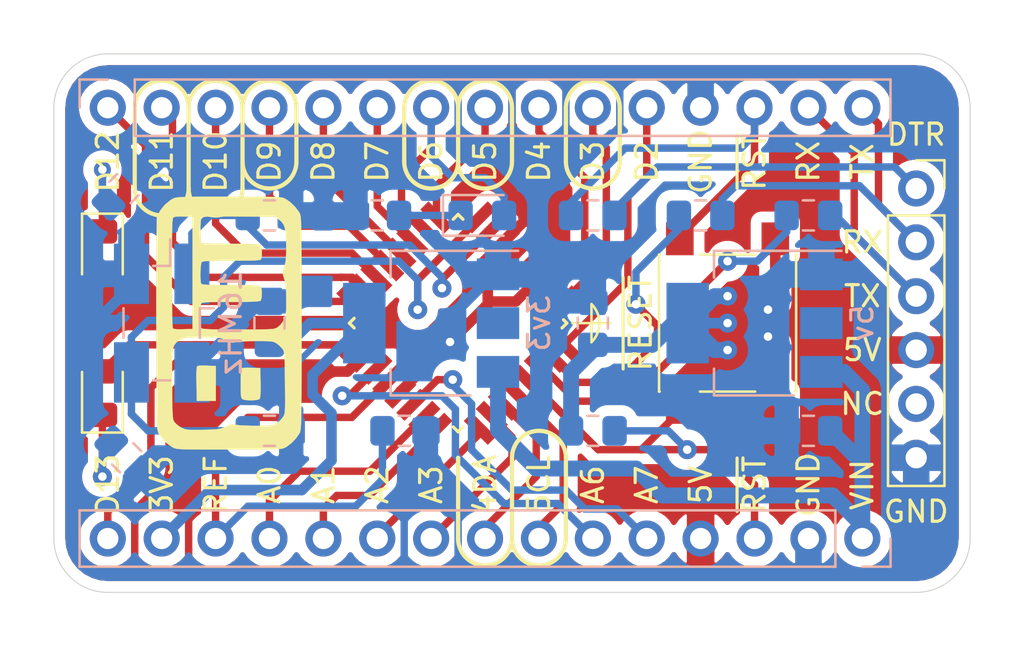
<source format=kicad_pcb>
(kicad_pcb (version 20171130) (host pcbnew "(5.1.6)-1")

  (general
    (thickness 1.6)
    (drawings 8)
    (tracks 319)
    (zones 0)
    (modules 25)
    (nets 38)
  )

  (page A4)
  (title_block
    (title M8duino)
    (date 2020-09-22)
  )

  (layers
    (0 F.Cu signal)
    (31 B.Cu signal)
    (32 B.Adhes user)
    (33 F.Adhes user)
    (34 B.Paste user)
    (35 F.Paste user)
    (36 B.SilkS user)
    (37 F.SilkS user)
    (38 B.Mask user)
    (39 F.Mask user)
    (40 Dwgs.User user)
    (41 Cmts.User user)
    (42 Eco1.User user)
    (43 Eco2.User user)
    (44 Edge.Cuts user)
    (45 Margin user)
    (46 B.CrtYd user)
    (47 F.CrtYd user)
    (48 B.Fab user)
    (49 F.Fab user)
  )

  (setup
    (last_trace_width 0.35)
    (trace_clearance 0.2)
    (zone_clearance 0.508)
    (zone_45_only no)
    (trace_min 0.2)
    (via_size 0.8)
    (via_drill 0.4)
    (via_min_size 0.4)
    (via_min_drill 0.3)
    (uvia_size 0.3)
    (uvia_drill 0.1)
    (uvias_allowed no)
    (uvia_min_size 0.2)
    (uvia_min_drill 0.1)
    (edge_width 0.05)
    (segment_width 0.2)
    (pcb_text_width 0.3)
    (pcb_text_size 1.5 1.5)
    (mod_edge_width 0.12)
    (mod_text_size 1 1)
    (mod_text_width 0.15)
    (pad_size 1.7 1.7)
    (pad_drill 1)
    (pad_to_mask_clearance 0.05)
    (aux_axis_origin 0 0)
    (visible_elements 7FFFE7FF)
    (pcbplotparams
      (layerselection 0x010f0_ffffffff)
      (usegerberextensions false)
      (usegerberattributes true)
      (usegerberadvancedattributes true)
      (creategerberjobfile true)
      (excludeedgelayer true)
      (linewidth 0.100000)
      (plotframeref false)
      (viasonmask false)
      (mode 1)
      (useauxorigin false)
      (hpglpennumber 1)
      (hpglpenspeed 20)
      (hpglpendiameter 15.000000)
      (psnegative false)
      (psa4output false)
      (plotreference true)
      (plotvalue true)
      (plotinvisibletext false)
      (padsonsilk false)
      (subtractmaskfromsilk false)
      (outputformat 1)
      (mirror false)
      (drillshape 0)
      (scaleselection 1)
      (outputdirectory "../../Skolan/11. Elekronik och programmering/M8duino/gerber/"))
  )

  (net 0 "")
  (net 1 +5V)
  (net 2 Earth)
  (net 3 "Net-(C5-Pad2)")
  (net 4 /D13)
  (net 5 "Net-(U5-Pad5)")
  (net 6 /D12)
  (net 7 /D11)
  (net 8 /D10)
  (net 9 /D9)
  (net 10 /D8)
  (net 11 /D7)
  (net 12 /D6)
  (net 13 /D5)
  (net 14 /D2)
  (net 15 /D3)
  (net 16 /D4)
  (net 17 VCC)
  (net 18 /XTAL1)
  (net 19 /XTAL2)
  (net 20 /~RST)
  (net 21 /AREF)
  (net 22 +3V3)
  (net 23 /TX)
  (net 24 /D1-TX)
  (net 25 /RX)
  (net 26 /D0-RX)
  (net 27 /A5)
  (net 28 /A4)
  (net 29 /A3)
  (net 30 /A2)
  (net 31 /A1)
  (net 32 /A0)
  (net 33 /A7)
  (net 34 /A6)
  (net 35 "Net-(D1-Pad1)")
  (net 36 "Net-(D2-Pad1)")
  (net 37 "Net-(D4-Pad1)")

  (net_class Default "This is the default net class."
    (clearance 0.2)
    (trace_width 0.35)
    (via_dia 0.8)
    (via_drill 0.4)
    (uvia_dia 0.3)
    (uvia_drill 0.1)
    (add_net /A0)
    (add_net /A1)
    (add_net /A2)
    (add_net /A3)
    (add_net /A4)
    (add_net /A5)
    (add_net /A6)
    (add_net /A7)
    (add_net /AREF)
    (add_net /D0-RX)
    (add_net /D1-TX)
    (add_net /D10)
    (add_net /D11)
    (add_net /D12)
    (add_net /D13)
    (add_net /D2)
    (add_net /D3)
    (add_net /D4)
    (add_net /D5)
    (add_net /D6)
    (add_net /D7)
    (add_net /D8)
    (add_net /D9)
    (add_net /RX)
    (add_net /TX)
    (add_net /XTAL1)
    (add_net /XTAL2)
    (add_net /~RST)
    (add_net "Net-(C5-Pad2)")
    (add_net "Net-(D1-Pad1)")
    (add_net "Net-(D2-Pad1)")
    (add_net "Net-(D4-Pad1)")
    (add_net "Net-(U5-Pad5)")
  )

  (net_class 3vNet ""
    (clearance 0.2)
    (trace_width 0.5)
    (via_dia 0.8)
    (via_drill 0.4)
    (uvia_dia 0.3)
    (uvia_drill 0.1)
    (add_net +3V3)
    (add_net +5V)
  )

  (net_class 5vNet ""
    (clearance 0.2)
    (trace_width 0.75)
    (via_dia 0.8)
    (via_drill 0.4)
    (uvia_dia 0.3)
    (uvia_drill 0.1)
    (add_net VCC)
  )

  (net_class GND ""
    (clearance 0.2)
    (trace_width 0.5)
    (via_dia 0.8)
    (via_drill 0.4)
    (uvia_dia 0.3)
    (uvia_drill 0.1)
    (add_net Earth)
  )

  (net_class Signal ""
    (clearance 0.2)
    (trace_width 0.35)
    (via_dia 0.8)
    (via_drill 0.4)
    (uvia_dia 0.3)
    (uvia_drill 0.1)
  )

  (net_class VinNet ""
    (clearance 0.2)
    (trace_width 1.25)
    (via_dia 0.8)
    (via_drill 0.4)
    (uvia_dia 0.3)
    (uvia_drill 0.1)
  )

  (module Package_TO_SOT_SMD:SOT-223-3_TabPin2 (layer B.Cu) (tedit 5F7DEB5C) (tstamp 5F678621)
    (at 184.15 76.2 180)
    (descr "module CMS SOT223 4 pins")
    (tags "CMS SOT")
    (path /5F70AD29)
    (attr smd)
    (fp_text reference U1 (at 0 4.5 180) (layer B.SilkS) hide
      (effects (font (size 1 1) (thickness 0.15)) (justify mirror))
    )
    (fp_text value LM1117-5.0 (at 0 -4.5 180) (layer B.Fab)
      (effects (font (size 1 1) (thickness 0.15)) (justify mirror))
    )
    (fp_line (start 1.85 3.35) (end 1.85 -3.35) (layer B.Fab) (width 0.1))
    (fp_line (start -1.85 -3.35) (end 1.85 -3.35) (layer B.Fab) (width 0.1))
    (fp_line (start -4.1 3.41) (end 1.91 3.41) (layer B.SilkS) (width 0.12))
    (fp_line (start -0.85 3.35) (end 1.85 3.35) (layer B.Fab) (width 0.1))
    (fp_line (start -1.85 -3.41) (end 1.91 -3.41) (layer B.SilkS) (width 0.12))
    (fp_line (start -1.85 2.35) (end -1.85 -3.35) (layer B.Fab) (width 0.1))
    (fp_line (start -1.85 2.35) (end -0.85 3.35) (layer B.Fab) (width 0.1))
    (fp_line (start -4.4 3.6) (end -4.4 -3.6) (layer B.CrtYd) (width 0.05))
    (fp_line (start -4.4 -3.6) (end 4.4 -3.6) (layer B.CrtYd) (width 0.05))
    (fp_line (start 4.4 -3.6) (end 4.4 3.6) (layer B.CrtYd) (width 0.05))
    (fp_line (start 4.4 3.6) (end -4.4 3.6) (layer B.CrtYd) (width 0.05))
    (fp_line (start 1.91 3.41) (end 1.91 2.15) (layer B.SilkS) (width 0.12))
    (fp_line (start 1.91 -3.41) (end 1.91 -2.15) (layer B.SilkS) (width 0.12))
    (fp_text user %R (at 0 0 90) (layer B.Fab)
      (effects (font (size 0.8 0.8) (thickness 0.12)) (justify mirror))
    )
    (fp_text user 5v (at -5.08 0 270) (layer B.SilkS)
      (effects (font (size 1 1) (thickness 0.15)) (justify mirror))
    )
    (pad 1 smd rect (at -3.15 2.3 180) (size 2 1.5) (layers B.Cu B.Paste B.Mask)
      (net 2 Earth))
    (pad 3 smd rect (at -3.15 -2.3 180) (size 2 1.5) (layers B.Cu B.Paste B.Mask)
      (net 17 VCC))
    (pad 2 smd rect (at -3.15 0 180) (size 2 1.5) (layers B.Cu B.Paste B.Mask)
      (net 1 +5V))
    (pad 2 smd rect (at 3.15 0 180) (size 2 3.8) (layers B.Cu B.Paste B.Mask)
      (net 1 +5V))
    (model ${KISYS3DMOD}/Package_TO_SOT_SMD.3dshapes/SOT-223.wrl
      (at (xyz 0 0 0))
      (scale (xyz 1 1 1))
      (rotate (xyz 0 0 0))
    )
  )

  (module Package_TO_SOT_SMD:SOT-223-3_TabPin2 (layer B.Cu) (tedit 5F7DEB2B) (tstamp 5F66469D)
    (at 168.91 76.2 180)
    (descr "module CMS SOT223 4 pins")
    (tags "CMS SOT")
    (path /5F70F6BB)
    (attr smd)
    (fp_text reference U6 (at 0 4.5) (layer B.SilkS) hide
      (effects (font (size 1 1) (thickness 0.15)) (justify mirror))
    )
    (fp_text value LM1117-3.3 (at 0 -4.5) (layer B.Fab)
      (effects (font (size 1 1) (thickness 0.15)) (justify mirror))
    )
    (fp_line (start 1.91 -3.41) (end 1.91 -2.15) (layer B.SilkS) (width 0.12))
    (fp_line (start 1.91 3.41) (end 1.91 2.15) (layer B.SilkS) (width 0.12))
    (fp_line (start 4.4 3.6) (end -4.4 3.6) (layer B.CrtYd) (width 0.05))
    (fp_line (start 4.4 -3.6) (end 4.4 3.6) (layer B.CrtYd) (width 0.05))
    (fp_line (start -4.4 -3.6) (end 4.4 -3.6) (layer B.CrtYd) (width 0.05))
    (fp_line (start -4.4 3.6) (end -4.4 -3.6) (layer B.CrtYd) (width 0.05))
    (fp_line (start -1.85 2.35) (end -0.85 3.35) (layer B.Fab) (width 0.1))
    (fp_line (start -1.85 2.35) (end -1.85 -3.35) (layer B.Fab) (width 0.1))
    (fp_line (start -1.85 -3.41) (end 1.91 -3.41) (layer B.SilkS) (width 0.12))
    (fp_line (start -0.85 3.35) (end 1.85 3.35) (layer B.Fab) (width 0.1))
    (fp_line (start -4.1 3.41) (end 1.91 3.41) (layer B.SilkS) (width 0.12))
    (fp_line (start -1.85 -3.35) (end 1.85 -3.35) (layer B.Fab) (width 0.1))
    (fp_line (start 1.85 3.35) (end 1.85 -3.35) (layer B.Fab) (width 0.1))
    (fp_text user %R (at 0 0 270) (layer B.Fab)
      (effects (font (size 0.8 0.8) (thickness 0.12)) (justify mirror))
    )
    (fp_text user 3v3 (at -5.08 0 270) (layer B.SilkS)
      (effects (font (size 1 1) (thickness 0.15)) (justify mirror))
    )
    (pad 1 smd rect (at -3.15 2.3 180) (size 2 1.5) (layers B.Cu B.Paste B.Mask)
      (net 2 Earth))
    (pad 3 smd rect (at -3.15 -2.3 180) (size 2 1.5) (layers B.Cu B.Paste B.Mask)
      (net 17 VCC))
    (pad 2 smd rect (at -3.15 0 180) (size 2 1.5) (layers B.Cu B.Paste B.Mask)
      (net 22 +3V3))
    (pad 2 smd rect (at 3.15 0 180) (size 2 3.8) (layers B.Cu B.Paste B.Mask)
      (net 22 +3V3))
    (model ${KISYS3DMOD}/Package_TO_SOT_SMD.3dshapes/SOT-223.wrl
      (at (xyz 0 0 0))
      (scale (xyz 1 1 1))
      (rotate (xyz 0 0 0))
    )
  )

  (module Resistor_SMD:R_0805_2012Metric_Pad1.15x1.40mm_HandSolder (layer B.Cu) (tedit 5F6A1F24) (tstamp 5F6ADA9F)
    (at 166.37 71.12)
    (descr "Resistor SMD 0805 (2012 Metric), square (rectangular) end terminal, IPC_7351 nominal with elongated pad for handsoldering. (Body size source: https://docs.google.com/spreadsheets/d/1BsfQQcO9C6DZCsRaXUlFlo91Tg2WpOkGARC1WS5S8t0/edit?usp=sharing), generated with kicad-footprint-generator")
    (tags "resistor handsolder")
    (path /5F749B40)
    (attr smd)
    (fp_text reference R7 (at -0.127 1.777) (layer B.SilkS) hide
      (effects (font (size 1 1) (thickness 0.15)) (justify mirror))
    )
    (fp_text value 330 (at 0 -1.65) (layer B.Fab)
      (effects (font (size 1 1) (thickness 0.15)) (justify mirror))
    )
    (fp_line (start 1.85 -0.95) (end -1.85 -0.95) (layer B.CrtYd) (width 0.05))
    (fp_line (start 1.85 0.95) (end 1.85 -0.95) (layer B.CrtYd) (width 0.05))
    (fp_line (start -1.85 0.95) (end 1.85 0.95) (layer B.CrtYd) (width 0.05))
    (fp_line (start -1.85 -0.95) (end -1.85 0.95) (layer B.CrtYd) (width 0.05))
    (fp_line (start -0.261252 -0.71) (end 0.261252 -0.71) (layer B.SilkS) (width 0.12))
    (fp_line (start -0.261252 0.71) (end 0.261252 0.71) (layer B.SilkS) (width 0.12))
    (fp_line (start 1 -0.6) (end -1 -0.6) (layer B.Fab) (width 0.1))
    (fp_line (start 1 0.6) (end 1 -0.6) (layer B.Fab) (width 0.1))
    (fp_line (start -1 0.6) (end 1 0.6) (layer B.Fab) (width 0.1))
    (fp_line (start -1 -0.6) (end -1 0.6) (layer B.Fab) (width 0.1))
    (fp_text user %R (at 0 0) (layer B.Fab)
      (effects (font (size 0.5 0.5) (thickness 0.08)) (justify mirror))
    )
    (pad 2 smd roundrect (at 1.025 0) (size 1.15 1.4) (layers B.Cu B.Paste B.Mask) (roundrect_rratio 0.217391)
      (net 37 "Net-(D4-Pad1)"))
    (pad 1 smd roundrect (at -1.025 0) (size 1.15 1.4) (layers B.Cu B.Paste B.Mask) (roundrect_rratio 0.217391)
      (net 2 Earth))
    (model ${KISYS3DMOD}/Resistor_SMD.3dshapes/R_0805_2012Metric.wrl
      (at (xyz 0 0 0))
      (scale (xyz 1 1 1))
      (rotate (xyz 0 0 0))
    )
  )

  (module LED_SMD:LED_0805_2012Metric_Pad1.15x1.40mm_HandSolder (layer B.Cu) (tedit 5F6A1F08) (tstamp 5F6AD9DD)
    (at 171.323 71.12)
    (descr "LED SMD 0805 (2012 Metric), square (rectangular) end terminal, IPC_7351 nominal, (Body size source: https://docs.google.com/spreadsheets/d/1BsfQQcO9C6DZCsRaXUlFlo91Tg2WpOkGARC1WS5S8t0/edit?usp=sharing), generated with kicad-footprint-generator")
    (tags "LED handsolder")
    (path /5F749B3A)
    (attr smd)
    (fp_text reference D4 (at -0.127 1.904) (layer B.SilkS) hide
      (effects (font (size 1 1) (thickness 0.15)) (justify mirror))
    )
    (fp_text value D6 (at 0 -1.65) (layer B.Fab)
      (effects (font (size 1 1) (thickness 0.15)) (justify mirror))
    )
    (fp_line (start 1.85 -0.95) (end -1.85 -0.95) (layer B.CrtYd) (width 0.05))
    (fp_line (start 1.85 0.95) (end 1.85 -0.95) (layer B.CrtYd) (width 0.05))
    (fp_line (start -1.85 0.95) (end 1.85 0.95) (layer B.CrtYd) (width 0.05))
    (fp_line (start -1.85 -0.95) (end -1.85 0.95) (layer B.CrtYd) (width 0.05))
    (fp_line (start -1.86 -0.96) (end 1 -0.96) (layer B.SilkS) (width 0.12))
    (fp_line (start -1.86 0.96) (end -1.86 -0.96) (layer B.SilkS) (width 0.12))
    (fp_line (start 1 0.96) (end -1.86 0.96) (layer B.SilkS) (width 0.12))
    (fp_line (start 1 -0.6) (end 1 0.6) (layer B.Fab) (width 0.1))
    (fp_line (start -1 -0.6) (end 1 -0.6) (layer B.Fab) (width 0.1))
    (fp_line (start -1 0.3) (end -1 -0.6) (layer B.Fab) (width 0.1))
    (fp_line (start -0.7 0.6) (end -1 0.3) (layer B.Fab) (width 0.1))
    (fp_line (start 1 0.6) (end -0.7 0.6) (layer B.Fab) (width 0.1))
    (fp_text user %R (at 0 0) (layer B.Fab)
      (effects (font (size 0.5 0.5) (thickness 0.08)) (justify mirror))
    )
    (pad 2 smd roundrect (at 1.025 0) (size 1.15 1.4) (layers B.Cu B.Paste B.Mask) (roundrect_rratio 0.217391)
      (net 12 /D6))
    (pad 1 smd roundrect (at -1.025 0) (size 1.15 1.4) (layers B.Cu B.Paste B.Mask) (roundrect_rratio 0.217391)
      (net 37 "Net-(D4-Pad1)"))
    (model ${KISYS3DMOD}/LED_SMD.3dshapes/LED_0805_2012Metric.wrl
      (at (xyz 0 0 0))
      (scale (xyz 1 1 1))
      (rotate (xyz 0 0 0))
    )
  )

  (module m8:12mm (layer F.Cu) (tedit 0) (tstamp 5F6AA32E)
    (at 159.385 76.2 270)
    (fp_text reference G*** (at 0 0 90) (layer F.SilkS) hide
      (effects (font (size 1.524 1.524) (thickness 0.3)))
    )
    (fp_text value LOGO (at 0.75 0 90) (layer F.SilkS) hide
      (effects (font (size 1.524 1.524) (thickness 0.3)))
    )
    (fp_poly (pts (xy 3.385201 -1.48014) (xy 3.529106 -1.460979) (xy 3.573598 -1.442486) (xy 3.611397 -1.361414)
      (xy 3.634921 -1.214241) (xy 3.643445 -1.033744) (xy 3.636248 -0.852701) (xy 3.612606 -0.703889)
      (xy 3.591171 -0.645443) (xy 3.562926 -0.606991) (xy 3.515416 -0.580314) (xy 3.432157 -0.56329)
      (xy 3.296667 -0.553799) (xy 3.092462 -0.549719) (xy 2.841079 -0.54892) (xy 2.547315 -0.55119)
      (xy 2.340548 -0.558783) (xy 2.208056 -0.572871) (xy 2.137119 -0.594629) (xy 2.117014 -0.615708)
      (xy 2.106627 -0.694993) (xy 2.102288 -0.844589) (xy 2.104691 -1.035145) (xy 2.106105 -1.077299)
      (xy 2.120825 -1.472103) (xy 2.812596 -1.486023) (xy 3.147227 -1.488439) (xy 3.385201 -1.48014)) (layer F.SilkS) (width 0.01))
    (fp_poly (pts (xy 3.66778 1.522003) (xy 2.855786 1.53572) (xy 2.541537 1.539429) (xy 2.314132 1.537773)
      (xy 2.160715 1.529917) (xy 2.06843 1.51503) (xy 2.024422 1.492277) (xy 2.017687 1.481408)
      (xy 2.007071 1.401491) (xy 2.002566 1.251375) (xy 2.004896 1.060522) (xy 2.006302 1.018575)
      (xy 2.021021 0.623772) (xy 3.66778 0.623772) (xy 3.66778 1.522003)) (layer F.SilkS) (width 0.01))
    (fp_poly (pts (xy 0.81923 -3.418209) (xy 1.544599 -3.417951) (xy 2.18205 -3.41739) (xy 2.737526 -3.416421)
      (xy 3.216969 -3.414937) (xy 3.626322 -3.412831) (xy 3.971528 -3.409999) (xy 4.258529 -3.406332)
      (xy 4.493268 -3.401726) (xy 4.681689 -3.396074) (xy 4.829733 -3.389268) (xy 4.943343 -3.381204)
      (xy 5.028463 -3.371775) (xy 5.091034 -3.360874) (xy 5.136999 -3.348396) (xy 5.172302 -3.334233)
      (xy 5.189784 -3.325445) (xy 5.423531 -3.16587) (xy 5.647959 -2.952172) (xy 5.824705 -2.72215)
      (xy 5.85521 -2.669745) (xy 5.879702 -2.622472) (xy 5.900181 -2.573086) (xy 5.917008 -2.512722)
      (xy 5.930541 -2.432517) (xy 5.941138 -2.323607) (xy 5.949159 -2.177128) (xy 5.954961 -1.984217)
      (xy 5.958905 -1.73601) (xy 5.961348 -1.423643) (xy 5.962649 -1.038253) (xy 5.963167 -0.570976)
      (xy 5.963261 -0.012948) (xy 5.963261 0) (xy 5.963172 0.560059) (xy 5.962667 1.029178)
      (xy 5.961386 1.416221) (xy 5.958971 1.730052) (xy 5.955064 1.979534) (xy 5.949304 2.173531)
      (xy 5.941335 2.320907) (xy 5.930796 2.430525) (xy 5.91733 2.51125) (xy 5.900577 2.571944)
      (xy 5.880179 2.621472) (xy 5.855777 2.668698) (xy 5.85521 2.669744) (xy 5.69526 2.898112)
      (xy 5.478601 3.119053) (xy 5.243595 3.294765) (xy 5.189784 3.325444) (xy 5.157532 3.340722)
      (xy 5.117719 3.354249) (xy 5.064356 3.366144) (xy 4.991452 3.376525) (xy 4.893019 3.385513)
      (xy 4.763067 3.393224) (xy 4.595606 3.39978) (xy 4.384648 3.405297) (xy 4.124202 3.409896)
      (xy 3.808279 3.413694) (xy 3.43089 3.416812) (xy 2.986045 3.419367) (xy 2.467756 3.421478)
      (xy 1.870031 3.423265) (xy 1.186883 3.424846) (xy 0.412322 3.42634) (xy 0.074852 3.426941)
      (xy -0.621199 3.427778) (xy -1.290544 3.427834) (xy -1.92624 3.427149) (xy -2.521345 3.425766)
      (xy -3.068914 3.423724) (xy -3.562006 3.421065) (xy -3.993678 3.41783) (xy -4.356985 3.414059)
      (xy -4.644985 3.409794) (xy -4.850736 3.405075) (xy -4.967294 3.399943) (xy -4.9905 3.39708)
      (xy -5.290475 3.257709) (xy -5.567648 3.040987) (xy -5.795824 2.769312) (xy -5.870435 2.644793)
      (xy -5.891567 2.599996) (xy -5.909236 2.546178) (xy -5.92375 2.474569) (xy -5.934721 2.382256)
      (xy -5.030318 2.382256) (xy -5.013456 2.550481) (xy -4.986163 2.624679) (xy -4.959226 2.640684)
      (xy -4.902118 2.65413) (xy -4.807189 2.665221) (xy -4.66679 2.674159) (xy -4.473272 2.681147)
      (xy -4.218986 2.686388) (xy -3.896282 2.690086) (xy -3.497511 2.692443) (xy -3.015024 2.693662)
      (xy -2.441171 2.693947) (xy -2.3767 2.693931) (xy -1.880056 2.693004) (xy -1.412842 2.690628)
      (xy -0.984717 2.686959) (xy -0.605343 2.68215) (xy -0.28438 2.676355) (xy -0.031489 2.669727)
      (xy 0.143671 2.66242) (xy 0.231438 2.654588) (xy 0.239096 2.652284) (xy 0.272112 2.596411)
      (xy 0.28917 2.472659) (xy 0.291613 2.267953) (xy 0.288998 2.166506) (xy 0.274459 1.721611)
      (xy -5.015128 1.721611) (xy -5.0297 2.138137) (xy -5.030318 2.382256) (xy -5.934721 2.382256)
      (xy -5.935418 2.376399) (xy -5.944547 2.242899) (xy -5.951445 2.065299) (xy -5.95642 1.834829)
      (xy -5.959779 1.54272) (xy -5.961831 1.180202) (xy -5.962883 0.738505) (xy -5.963094 0.42647)
      (xy -5.032685 0.42647) (xy -5.029402 0.746578) (xy -5.022664 0.985857) (xy -5.012315 1.150615)
      (xy -4.998198 1.247162) (xy -4.985973 1.27756) (xy -4.925942 1.312183) (xy -4.805272 1.334143)
      (xy -4.609683 1.345182) (xy -4.414278 1.347347) (xy -4.19068 1.344517) (xy -3.999469 1.336889)
      (xy -3.865948 1.325755) (xy -3.821567 1.317057) (xy -3.797854 1.298086) (xy -3.779344 1.254223)
      (xy -3.765414 1.174516) (xy -3.75544 1.048011) (xy -3.7488 0.863755) (xy -3.744869 0.610793)
      (xy -3.743025 0.278173) (xy -3.742633 -0.070212) (xy -3.741242 -0.513536) (xy -3.736865 -0.864314)
      (xy -3.729197 -1.129768) (xy -3.717933 -1.317119) (xy -3.702768 -1.43359) (xy -3.683395 -1.486402)
      (xy -3.682751 -1.487073) (xy -3.601188 -1.519647) (xy -3.456995 -1.540196) (xy -3.286804 -1.547079)
      (xy -3.127248 -1.538652) (xy -3.023139 -1.516665) (xy -2.999426 -1.497694) (xy -2.980916 -1.453831)
      (xy -2.966986 -1.374124) (xy -2.957012 -1.247619) (xy -2.950371 -1.063363) (xy -2.946441 -0.810401)
      (xy -2.944597 -0.477781) (xy -2.944205 -0.129396) (xy -2.942814 0.313928) (xy -2.938437 0.664706)
      (xy -2.930769 0.93016) (xy -2.919505 1.117511) (xy -2.904339 1.233982) (xy -2.884967 1.286794)
      (xy -2.884323 1.287465) (xy -2.810988 1.312883) (xy -2.666206 1.332174) (xy -2.478191 1.34451)
      (xy -2.27516 1.349064) (xy -2.085327 1.345008) (xy -1.936908 1.331514) (xy -1.875398 1.317057)
      (xy -1.851685 1.298086) (xy -1.833175 1.254223) (xy -1.819245 1.174516) (xy -1.809271 1.048011)
      (xy -1.802631 0.863755) (xy -1.7987 0.610793) (xy -1.796856 0.278173) (xy -1.796464 -0.070212)
      (xy -1.795073 -0.513536) (xy -1.790696 -0.864314) (xy -1.783028 -1.129768) (xy -1.771764 -1.317119)
      (xy -1.756599 -1.43359) (xy -1.737226 -1.486402) (xy -1.736582 -1.487073) (xy -1.648972 -1.52323)
      (xy -1.50076 -1.542225) (xy -1.329661 -1.544059) (xy -1.173389 -1.528731) (xy -1.069661 -1.496241)
      (xy -1.057918 -1.487073) (xy -1.038416 -1.436047) (xy -1.023129 -1.321576) (xy -1.011754 -1.13644)
      (xy -1.003983 -0.873417) (xy -0.999513 -0.525284) (xy -0.998037 -0.084821) (xy -0.998036 -0.070212)
      (xy -0.997461 0.337665) (xy -0.995323 0.656696) (xy -0.990998 0.897835) (xy -0.983862 1.072035)
      (xy -0.973292 1.190251) (xy -0.958665 1.263436) (xy -0.939358 1.302543) (xy -0.919102 1.317057)
      (xy -0.83042 1.331401) (xy -0.67023 1.341023) (xy -0.466713 1.345921) (xy -0.248054 1.346098)
      (xy -0.042435 1.341551) (xy 0.121962 1.332282) (xy 0.216952 1.318291) (xy 0.220476 1.317057)
      (xy 0.241833 1.299787) (xy 0.251963 1.276074) (xy 0.673674 1.276074) (xy 0.674168 1.586939)
      (xy 0.677102 1.815315) (xy 0.684652 1.978513) (xy 0.698994 2.093847) (xy 0.722305 2.17863)
      (xy 0.75676 2.250174) (xy 0.804536 2.325793) (xy 0.805875 2.327818) (xy 0.870732 2.422931)
      (xy 0.933861 2.499996) (xy 1.005973 2.560822) (xy 1.097779 2.607219) (xy 1.219988 2.640996)
      (xy 1.383313 2.663962) (xy 1.598463 2.677927) (xy 1.876149 2.684701) (xy 2.227082 2.686092)
      (xy 2.661973 2.68391) (xy 2.903204 2.682128) (xy 3.350845 2.678468) (xy 3.709665 2.674541)
      (xy 3.990645 2.669634) (xy 4.204766 2.663033) (xy 4.363011 2.654025) (xy 4.476359 2.641895)
      (xy 4.555793 2.625932) (xy 4.612295 2.60542) (xy 4.656844 2.579646) (xy 4.674717 2.567019)
      (xy 4.783899 2.458912) (xy 4.893692 2.307139) (xy 4.930479 2.242658) (xy 4.973732 2.153255)
      (xy 5.004065 2.066572) (xy 5.023316 1.963818) (xy 5.033325 1.826203) (xy 5.035929 1.634935)
      (xy 5.032966 1.371224) (xy 5.030282 1.222593) (xy 5.023678 0.919902) (xy 5.015216 0.697166)
      (xy 5.002029 0.534537) (xy 4.981252 0.412172) (xy 4.950021 0.310226) (xy 4.90547 0.208853)
      (xy 4.875102 0.147831) (xy 4.797537 -0.01814) (xy 4.766017 -0.131578) (xy 4.773775 -0.224636)
      (xy 4.787774 -0.267107) (xy 4.805847 -0.364017) (xy 4.821154 -0.541273) (xy 4.832644 -0.779433)
      (xy 4.839268 -1.059053) (xy 4.840471 -1.243414) (xy 4.839695 -1.553563) (xy 4.836081 -1.781037)
      (xy 4.827696 -1.942959) (xy 4.812609 -2.056452) (xy 4.78889 -2.13864) (xy 4.754607 -2.206646)
      (xy 4.727005 -2.249488) (xy 4.60509 -2.393715) (xy 4.458129 -2.522212) (xy 4.442076 -2.53341)
      (xy 4.390838 -2.566607) (xy 4.339081 -2.592627) (xy 4.274884 -2.61221) (xy 4.186329 -2.626093)
      (xy 4.061496 -2.635016) (xy 3.888465 -2.639717) (xy 3.655317 -2.640935) (xy 3.350132 -2.639408)
      (xy 2.960992 -2.635876) (xy 2.812539 -2.634401) (xy 2.391525 -2.629887) (xy 2.058582 -2.625127)
      (xy 1.801977 -2.619248) (xy 1.60998 -2.611377) (xy 1.47086 -2.600643) (xy 1.372886 -2.586171)
      (xy 1.304325 -2.56709) (xy 1.253447 -2.542526) (xy 1.213676 -2.515451) (xy 1.087934 -2.400322)
      (xy 0.96993 -2.259464) (xy 0.960609 -2.246088) (xy 0.918397 -2.177853) (xy 0.888317 -2.105299)
      (xy 0.868338 -2.010854) (xy 0.856428 -1.876948) (xy 0.850554 -1.68601) (xy 0.848686 -1.42047)
      (xy 0.848608 -1.277591) (xy 0.851811 -0.98931) (xy 0.860464 -0.722693) (xy 0.87343 -0.499784)
      (xy 0.889576 -0.342629) (xy 0.899293 -0.292595) (xy 0.922076 -0.175703) (xy 0.910655 -0.069279)
      (xy 0.857646 0.064518) (xy 0.811686 0.156521) (xy 0.761365 0.25764) (xy 0.72505 0.348057)
      (xy 0.700458 0.446287) (xy 0.685308 0.570849) (xy 0.677315 0.74026) (xy 0.674198 0.973037)
      (xy 0.673674 1.276074) (xy 0.251963 1.276074) (xy 0.25901 1.259581) (xy 0.27245 1.186687)
      (xy 0.282596 1.071353) (xy 0.289891 0.903826) (xy 0.294777 0.674354) (xy 0.297696 0.373185)
      (xy 0.299091 -0.009434) (xy 0.29941 -0.422125) (xy 0.299266 -0.880129) (xy 0.2984 -1.24917)
      (xy 0.296161 -1.540085) (xy 0.2919 -1.763714) (xy 0.284967 -1.930897) (xy 0.27471 -2.052473)
      (xy 0.260481 -2.139281) (xy 0.241628 -2.202159) (xy 0.217502 -2.251949) (xy 0.187452 -2.299488)
      (xy 0.186729 -2.300578) (xy 0.070812 -2.428134) (xy -0.086824 -2.547557) (xy -0.148207 -2.582417)
      (xy -0.245445 -2.627052) (xy -0.343872 -2.658014) (xy -0.463947 -2.67769) (xy -0.626126 -2.688471)
      (xy -0.850867 -2.692744) (xy -1.095937 -2.693067) (xy -1.414063 -2.689517) (xy -1.654372 -2.679099)
      (xy -1.83874 -2.659708) (xy -1.98904 -2.629236) (xy -2.095538 -2.596822) (xy -2.252225 -2.545866)
      (xy -2.36297 -2.527315) (xy -2.472136 -2.541297) (xy -2.62409 -2.587941) (xy -2.655358 -2.598451)
      (xy -2.798857 -2.639712) (xy -2.955778 -2.667659) (xy -3.148936 -2.684466) (xy -3.401145 -2.692308)
      (xy -3.653731 -2.6936) (xy -4.014516 -2.687028) (xy -4.292241 -2.665479) (xy -4.503109 -2.624322)
      (xy -4.663326 -2.558923) (xy -4.789097 -2.464652) (xy -4.89531 -2.338723) (xy -5.015128 -2.170727)
      (xy -5.029509 -0.481477) (xy -5.032668 0.019221) (xy -5.032685 0.42647) (xy -5.963094 0.42647)
      (xy -5.963242 0.20886) (xy -5.963262 0) (xy -5.963173 -0.56006) (xy -5.962668 -1.029179)
      (xy -5.961387 -1.416222) (xy -5.958972 -1.730053) (xy -5.955064 -1.979535) (xy -5.949305 -2.173532)
      (xy -5.941335 -2.320908) (xy -5.930797 -2.430526) (xy -5.91733 -2.511251) (xy -5.900578 -2.571945)
      (xy -5.880179 -2.621473) (xy -5.855777 -2.668699) (xy -5.855211 -2.669745) (xy -5.69526 -2.898113)
      (xy -5.478602 -3.119054) (xy -5.243596 -3.294766) (xy -5.189784 -3.325445) (xy -5.157879 -3.340606)
      (xy -5.118669 -3.354023) (xy -5.066212 -3.365803) (xy -4.994565 -3.37605) (xy -4.897785 -3.384873)
      (xy -4.76993 -3.392376) (xy -4.605057 -3.398667) (xy -4.397222 -3.403852) (xy -4.140485 -3.408036)
      (xy -3.8289 -3.411327) (xy -3.456527 -3.41383) (xy -3.017423 -3.415652) (xy -2.505643 -3.416899)
      (xy -1.915247 -3.417678) (xy -1.240291 -3.418094) (xy -0.474832 -3.418254) (xy 0 -3.418272)
      (xy 0.81923 -3.418209)) (layer F.SilkS) (width 0.01))
  )

  (module Resistor_SMD:R_0805_2012Metric_Pad1.15x1.40mm_HandSolder (layer B.Cu) (tedit 5F6A0457) (tstamp 5F66450C)
    (at 186.69 71.12)
    (descr "Resistor SMD 0805 (2012 Metric), square (rectangular) end terminal, IPC_7351 nominal with elongated pad for handsoldering. (Body size source: https://docs.google.com/spreadsheets/d/1BsfQQcO9C6DZCsRaXUlFlo91Tg2WpOkGARC1WS5S8t0/edit?usp=sharing), generated with kicad-footprint-generator")
    (tags "resistor handsolder")
    (path /5F9696E8)
    (attr smd)
    (fp_text reference R5 (at 0 1.65) (layer B.SilkS) hide
      (effects (font (size 1 1) (thickness 0.15)) (justify mirror))
    )
    (fp_text value 1k (at 0 -1.65) (layer B.Fab)
      (effects (font (size 1 1) (thickness 0.15)) (justify mirror))
    )
    (fp_line (start -1 -0.6) (end -1 0.6) (layer B.Fab) (width 0.1))
    (fp_line (start -1 0.6) (end 1 0.6) (layer B.Fab) (width 0.1))
    (fp_line (start 1 0.6) (end 1 -0.6) (layer B.Fab) (width 0.1))
    (fp_line (start 1 -0.6) (end -1 -0.6) (layer B.Fab) (width 0.1))
    (fp_line (start -0.261252 0.71) (end 0.261252 0.71) (layer B.SilkS) (width 0.12))
    (fp_line (start -0.261252 -0.71) (end 0.261252 -0.71) (layer B.SilkS) (width 0.12))
    (fp_line (start -1.85 -0.95) (end -1.85 0.95) (layer B.CrtYd) (width 0.05))
    (fp_line (start -1.85 0.95) (end 1.85 0.95) (layer B.CrtYd) (width 0.05))
    (fp_line (start 1.85 0.95) (end 1.85 -0.95) (layer B.CrtYd) (width 0.05))
    (fp_line (start 1.85 -0.95) (end -1.85 -0.95) (layer B.CrtYd) (width 0.05))
    (fp_text user %R (at 0 0) (layer B.Fab)
      (effects (font (size 0.5 0.5) (thickness 0.08)) (justify mirror))
    )
    (pad 2 smd roundrect (at 1.025 0) (size 1.15 1.4) (layers B.Cu B.Paste B.Mask) (roundrect_rratio 0.217391)
      (net 25 /RX))
    (pad 1 smd roundrect (at -1.025 0) (size 1.15 1.4) (layers B.Cu B.Paste B.Mask) (roundrect_rratio 0.217391)
      (net 26 /D0-RX))
    (model ${KISYS3DMOD}/Resistor_SMD.3dshapes/R_0805_2012Metric.wrl
      (at (xyz 0 0 0))
      (scale (xyz 1 1 1))
      (rotate (xyz 0 0 0))
    )
  )

  (module Capacitor_SMD:C_0805_2012Metric_Pad1.15x1.40mm_HandSolder (layer B.Cu) (tedit 5F6A043A) (tstamp 5F5E3A88)
    (at 186.69 81.28)
    (descr "Capacitor SMD 0805 (2012 Metric), square (rectangular) end terminal, IPC_7351 nominal with elongated pad for handsoldering. (Body size source: https://docs.google.com/spreadsheets/d/1BsfQQcO9C6DZCsRaXUlFlo91Tg2WpOkGARC1WS5S8t0/edit?usp=sharing), generated with kicad-footprint-generator")
    (tags "capacitor handsolder")
    (path /5F604E24)
    (attr smd)
    (fp_text reference C1 (at 0 1.65) (layer B.SilkS) hide
      (effects (font (size 1 1) (thickness 0.15)) (justify mirror))
    )
    (fp_text value 10uF (at 0 -1.65) (layer B.Fab)
      (effects (font (size 1 1) (thickness 0.15)) (justify mirror))
    )
    (fp_line (start -1 -0.6) (end -1 0.6) (layer B.Fab) (width 0.1))
    (fp_line (start -1 0.6) (end 1 0.6) (layer B.Fab) (width 0.1))
    (fp_line (start 1 0.6) (end 1 -0.6) (layer B.Fab) (width 0.1))
    (fp_line (start 1 -0.6) (end -1 -0.6) (layer B.Fab) (width 0.1))
    (fp_line (start -0.261252 0.71) (end 0.261252 0.71) (layer B.SilkS) (width 0.12))
    (fp_line (start -0.261252 -0.71) (end 0.261252 -0.71) (layer B.SilkS) (width 0.12))
    (fp_line (start -1.85 -0.95) (end -1.85 0.95) (layer B.CrtYd) (width 0.05))
    (fp_line (start -1.85 0.95) (end 1.85 0.95) (layer B.CrtYd) (width 0.05))
    (fp_line (start 1.85 0.95) (end 1.85 -0.95) (layer B.CrtYd) (width 0.05))
    (fp_line (start 1.85 -0.95) (end -1.85 -0.95) (layer B.CrtYd) (width 0.05))
    (fp_text user %R (at 0 0) (layer B.Fab)
      (effects (font (size 0.5 0.5) (thickness 0.08)) (justify mirror))
    )
    (pad 2 smd roundrect (at 1.025 0) (size 1.15 1.4) (layers B.Cu B.Paste B.Mask) (roundrect_rratio 0.217391)
      (net 17 VCC))
    (pad 1 smd roundrect (at -1.025 0) (size 1.15 1.4) (layers B.Cu B.Paste B.Mask) (roundrect_rratio 0.217391)
      (net 2 Earth))
    (model ${KISYS3DMOD}/Capacitor_SMD.3dshapes/C_0805_2012Metric.wrl
      (at (xyz 0 0 0))
      (scale (xyz 1 1 1))
      (rotate (xyz 0 0 0))
    )
  )

  (module Resistor_SMD:R_0805_2012Metric_Pad1.15x1.40mm_HandSolder (layer B.Cu) (tedit 5F6A0430) (tstamp 5F5E3B03)
    (at 176.53 81.28)
    (descr "Resistor SMD 0805 (2012 Metric), square (rectangular) end terminal, IPC_7351 nominal with elongated pad for handsoldering. (Body size source: https://docs.google.com/spreadsheets/d/1BsfQQcO9C6DZCsRaXUlFlo91Tg2WpOkGARC1WS5S8t0/edit?usp=sharing), generated with kicad-footprint-generator")
    (tags "resistor handsolder")
    (path /5F5E6B9F)
    (attr smd)
    (fp_text reference R1 (at 0 1.65) (layer B.SilkS) hide
      (effects (font (size 1 1) (thickness 0.15)) (justify mirror))
    )
    (fp_text value 10k (at 0 -1.65) (layer B.Fab)
      (effects (font (size 1 1) (thickness 0.15)) (justify mirror))
    )
    (fp_line (start -1 -0.6) (end -1 0.6) (layer B.Fab) (width 0.1))
    (fp_line (start -1 0.6) (end 1 0.6) (layer B.Fab) (width 0.1))
    (fp_line (start 1 0.6) (end 1 -0.6) (layer B.Fab) (width 0.1))
    (fp_line (start 1 -0.6) (end -1 -0.6) (layer B.Fab) (width 0.1))
    (fp_line (start -0.261252 0.71) (end 0.261252 0.71) (layer B.SilkS) (width 0.12))
    (fp_line (start -0.261252 -0.71) (end 0.261252 -0.71) (layer B.SilkS) (width 0.12))
    (fp_line (start -1.85 -0.95) (end -1.85 0.95) (layer B.CrtYd) (width 0.05))
    (fp_line (start -1.85 0.95) (end 1.85 0.95) (layer B.CrtYd) (width 0.05))
    (fp_line (start 1.85 0.95) (end 1.85 -0.95) (layer B.CrtYd) (width 0.05))
    (fp_line (start 1.85 -0.95) (end -1.85 -0.95) (layer B.CrtYd) (width 0.05))
    (fp_text user %R (at 0 0) (layer B.Fab)
      (effects (font (size 0.5 0.5) (thickness 0.08)) (justify mirror))
    )
    (pad 2 smd roundrect (at 1.025 0) (size 1.15 1.4) (layers B.Cu B.Paste B.Mask) (roundrect_rratio 0.217391)
      (net 20 /~RST))
    (pad 1 smd roundrect (at -1.025 0) (size 1.15 1.4) (layers B.Cu B.Paste B.Mask) (roundrect_rratio 0.217391)
      (net 1 +5V))
    (model ${KISYS3DMOD}/Resistor_SMD.3dshapes/R_0805_2012Metric.wrl
      (at (xyz 0 0 0))
      (scale (xyz 1 1 1))
      (rotate (xyz 0 0 0))
    )
  )

  (module Resistor_SMD:R_0805_2012Metric_Pad1.15x1.40mm_HandSolder (layer B.Cu) (tedit 5F6A0422) (tstamp 5F6644FB)
    (at 181.61 71.12)
    (descr "Resistor SMD 0805 (2012 Metric), square (rectangular) end terminal, IPC_7351 nominal with elongated pad for handsoldering. (Body size source: https://docs.google.com/spreadsheets/d/1BsfQQcO9C6DZCsRaXUlFlo91Tg2WpOkGARC1WS5S8t0/edit?usp=sharing), generated with kicad-footprint-generator")
    (tags "resistor handsolder")
    (path /5F965334)
    (attr smd)
    (fp_text reference R4 (at 0 1.65) (layer B.SilkS) hide
      (effects (font (size 1 1) (thickness 0.15)) (justify mirror))
    )
    (fp_text value 1k (at 0 -1.65) (layer B.Fab)
      (effects (font (size 1 1) (thickness 0.15)) (justify mirror))
    )
    (fp_line (start -1 -0.6) (end -1 0.6) (layer B.Fab) (width 0.1))
    (fp_line (start -1 0.6) (end 1 0.6) (layer B.Fab) (width 0.1))
    (fp_line (start 1 0.6) (end 1 -0.6) (layer B.Fab) (width 0.1))
    (fp_line (start 1 -0.6) (end -1 -0.6) (layer B.Fab) (width 0.1))
    (fp_line (start -0.261252 0.71) (end 0.261252 0.71) (layer B.SilkS) (width 0.12))
    (fp_line (start -0.261252 -0.71) (end 0.261252 -0.71) (layer B.SilkS) (width 0.12))
    (fp_line (start -1.85 -0.95) (end -1.85 0.95) (layer B.CrtYd) (width 0.05))
    (fp_line (start -1.85 0.95) (end 1.85 0.95) (layer B.CrtYd) (width 0.05))
    (fp_line (start 1.85 0.95) (end 1.85 -0.95) (layer B.CrtYd) (width 0.05))
    (fp_line (start 1.85 -0.95) (end -1.85 -0.95) (layer B.CrtYd) (width 0.05))
    (fp_text user %R (at 0 0) (layer B.Fab)
      (effects (font (size 0.5 0.5) (thickness 0.08)) (justify mirror))
    )
    (pad 2 smd roundrect (at 1.025 0) (size 1.15 1.4) (layers B.Cu B.Paste B.Mask) (roundrect_rratio 0.217391)
      (net 23 /TX))
    (pad 1 smd roundrect (at -1.025 0) (size 1.15 1.4) (layers B.Cu B.Paste B.Mask) (roundrect_rratio 0.217391)
      (net 24 /D1-TX))
    (model ${KISYS3DMOD}/Resistor_SMD.3dshapes/R_0805_2012Metric.wrl
      (at (xyz 0 0 0))
      (scale (xyz 1 1 1))
      (rotate (xyz 0 0 0))
    )
  )

  (module Capacitor_SMD:C_0805_2012Metric_Pad1.15x1.40mm_HandSolder (layer B.Cu) (tedit 5F6A0418) (tstamp 5F5E3ACC)
    (at 176.53 71.12)
    (descr "Capacitor SMD 0805 (2012 Metric), square (rectangular) end terminal, IPC_7351 nominal with elongated pad for handsoldering. (Body size source: https://docs.google.com/spreadsheets/d/1BsfQQcO9C6DZCsRaXUlFlo91Tg2WpOkGARC1WS5S8t0/edit?usp=sharing), generated with kicad-footprint-generator")
    (tags "capacitor handsolder")
    (path /5F5FA4B1)
    (attr smd)
    (fp_text reference C5 (at 0 1.65) (layer B.SilkS) hide
      (effects (font (size 1 1) (thickness 0.15)) (justify mirror))
    )
    (fp_text value 100nF (at 0 -1.65) (layer B.Fab)
      (effects (font (size 1 1) (thickness 0.15)) (justify mirror))
    )
    (fp_line (start -1 -0.6) (end -1 0.6) (layer B.Fab) (width 0.1))
    (fp_line (start -1 0.6) (end 1 0.6) (layer B.Fab) (width 0.1))
    (fp_line (start 1 0.6) (end 1 -0.6) (layer B.Fab) (width 0.1))
    (fp_line (start 1 -0.6) (end -1 -0.6) (layer B.Fab) (width 0.1))
    (fp_line (start -0.261252 0.71) (end 0.261252 0.71) (layer B.SilkS) (width 0.12))
    (fp_line (start -0.261252 -0.71) (end 0.261252 -0.71) (layer B.SilkS) (width 0.12))
    (fp_line (start -1.85 -0.95) (end -1.85 0.95) (layer B.CrtYd) (width 0.05))
    (fp_line (start -1.85 0.95) (end 1.85 0.95) (layer B.CrtYd) (width 0.05))
    (fp_line (start 1.85 0.95) (end 1.85 -0.95) (layer B.CrtYd) (width 0.05))
    (fp_line (start 1.85 -0.95) (end -1.85 -0.95) (layer B.CrtYd) (width 0.05))
    (fp_text user %R (at 0 0) (layer B.Fab)
      (effects (font (size 0.5 0.5) (thickness 0.08)) (justify mirror))
    )
    (pad 2 smd roundrect (at 1.025 0) (size 1.15 1.4) (layers B.Cu B.Paste B.Mask) (roundrect_rratio 0.217391)
      (net 3 "Net-(C5-Pad2)"))
    (pad 1 smd roundrect (at -1.025 0) (size 1.15 1.4) (layers B.Cu B.Paste B.Mask) (roundrect_rratio 0.217391)
      (net 20 /~RST))
    (model ${KISYS3DMOD}/Capacitor_SMD.3dshapes/C_0805_2012Metric.wrl
      (at (xyz 0 0 0))
      (scale (xyz 1 1 1))
      (rotate (xyz 0 0 0))
    )
  )

  (module Capacitor_SMD:C_0805_2012Metric_Pad1.15x1.40mm_HandSolder (layer B.Cu) (tedit 5F6A040C) (tstamp 5F5E3A99)
    (at 176.53 76.2 270)
    (descr "Capacitor SMD 0805 (2012 Metric), square (rectangular) end terminal, IPC_7351 nominal with elongated pad for handsoldering. (Body size source: https://docs.google.com/spreadsheets/d/1BsfQQcO9C6DZCsRaXUlFlo91Tg2WpOkGARC1WS5S8t0/edit?usp=sharing), generated with kicad-footprint-generator")
    (tags "capacitor handsolder")
    (path /5F60548F)
    (attr smd)
    (fp_text reference C2 (at 0 1.65 270) (layer B.SilkS) hide
      (effects (font (size 1 1) (thickness 0.15)) (justify mirror))
    )
    (fp_text value 10uF (at 0 -1.65 270) (layer B.Fab)
      (effects (font (size 1 1) (thickness 0.15)) (justify mirror))
    )
    (fp_line (start -1 -0.6) (end -1 0.6) (layer B.Fab) (width 0.1))
    (fp_line (start -1 0.6) (end 1 0.6) (layer B.Fab) (width 0.1))
    (fp_line (start 1 0.6) (end 1 -0.6) (layer B.Fab) (width 0.1))
    (fp_line (start 1 -0.6) (end -1 -0.6) (layer B.Fab) (width 0.1))
    (fp_line (start -0.261252 0.71) (end 0.261252 0.71) (layer B.SilkS) (width 0.12))
    (fp_line (start -0.261252 -0.71) (end 0.261252 -0.71) (layer B.SilkS) (width 0.12))
    (fp_line (start -1.85 -0.95) (end -1.85 0.95) (layer B.CrtYd) (width 0.05))
    (fp_line (start -1.85 0.95) (end 1.85 0.95) (layer B.CrtYd) (width 0.05))
    (fp_line (start 1.85 0.95) (end 1.85 -0.95) (layer B.CrtYd) (width 0.05))
    (fp_line (start 1.85 -0.95) (end -1.85 -0.95) (layer B.CrtYd) (width 0.05))
    (fp_text user %R (at 0 0 270) (layer B.Fab)
      (effects (font (size 0.5 0.5) (thickness 0.08)) (justify mirror))
    )
    (pad 2 smd roundrect (at 1.025 0 270) (size 1.15 1.4) (layers B.Cu B.Paste B.Mask) (roundrect_rratio 0.217391)
      (net 1 +5V))
    (pad 1 smd roundrect (at -1.025 0 270) (size 1.15 1.4) (layers B.Cu B.Paste B.Mask) (roundrect_rratio 0.217391)
      (net 2 Earth))
    (model ${KISYS3DMOD}/Capacitor_SMD.3dshapes/C_0805_2012Metric.wrl
      (at (xyz 0 0 0))
      (scale (xyz 1 1 1))
      (rotate (xyz 0 0 0))
    )
  )

  (module Capacitor_SMD:C_0805_2012Metric_Pad1.15x1.40mm_HandSolder (layer B.Cu) (tedit 5F6A03F7) (tstamp 5F664472)
    (at 167.64 81.28 180)
    (descr "Capacitor SMD 0805 (2012 Metric), square (rectangular) end terminal, IPC_7351 nominal with elongated pad for handsoldering. (Body size source: https://docs.google.com/spreadsheets/d/1BsfQQcO9C6DZCsRaXUlFlo91Tg2WpOkGARC1WS5S8t0/edit?usp=sharing), generated with kicad-footprint-generator")
    (tags "capacitor handsolder")
    (path /5FA90189)
    (attr smd)
    (fp_text reference C6 (at 0 1.65 180) (layer B.SilkS) hide
      (effects (font (size 1 1) (thickness 0.15)) (justify mirror))
    )
    (fp_text value 100nF (at 0 -1.65 180) (layer B.Fab)
      (effects (font (size 1 1) (thickness 0.15)) (justify mirror))
    )
    (fp_line (start -1 -0.6) (end -1 0.6) (layer B.Fab) (width 0.1))
    (fp_line (start -1 0.6) (end 1 0.6) (layer B.Fab) (width 0.1))
    (fp_line (start 1 0.6) (end 1 -0.6) (layer B.Fab) (width 0.1))
    (fp_line (start 1 -0.6) (end -1 -0.6) (layer B.Fab) (width 0.1))
    (fp_line (start -0.261252 0.71) (end 0.261252 0.71) (layer B.SilkS) (width 0.12))
    (fp_line (start -0.261252 -0.71) (end 0.261252 -0.71) (layer B.SilkS) (width 0.12))
    (fp_line (start -1.85 -0.95) (end -1.85 0.95) (layer B.CrtYd) (width 0.05))
    (fp_line (start -1.85 0.95) (end 1.85 0.95) (layer B.CrtYd) (width 0.05))
    (fp_line (start 1.85 0.95) (end 1.85 -0.95) (layer B.CrtYd) (width 0.05))
    (fp_line (start 1.85 -0.95) (end -1.85 -0.95) (layer B.CrtYd) (width 0.05))
    (fp_text user %R (at 0 0 180) (layer B.Fab)
      (effects (font (size 0.5 0.5) (thickness 0.08)) (justify mirror))
    )
    (pad 2 smd roundrect (at 1.025 0 180) (size 1.15 1.4) (layers B.Cu B.Paste B.Mask) (roundrect_rratio 0.217391)
      (net 21 /AREF))
    (pad 1 smd roundrect (at -1.025 0 180) (size 1.15 1.4) (layers B.Cu B.Paste B.Mask) (roundrect_rratio 0.217391)
      (net 2 Earth))
    (model ${KISYS3DMOD}/Capacitor_SMD.3dshapes/C_0805_2012Metric.wrl
      (at (xyz 0 0 0))
      (scale (xyz 1 1 1))
      (rotate (xyz 0 0 0))
    )
  )

  (module Crystal:Crystal_SMD_EuroQuartz_MJ-4Pin_5.0x3.2mm_HandSoldering (layer B.Cu) (tedit 5F6A03CC) (tstamp 5F6646B9)
    (at 156.21 76.2 270)
    (descr "SMD Crystal EuroQuartz MJ series http://cdn-reichelt.de/documents/datenblatt/B400/MJ.pdf, hand-soldering, 5.0x3.2mm^2 package")
    (tags "SMD SMT crystal hand-soldering")
    (path /5FC7ECB7)
    (attr smd)
    (fp_text reference Y1 (at 0 3.25 90) (layer B.SilkS) hide
      (effects (font (size 1 1) (thickness 0.15)) (justify mirror))
    )
    (fp_text value 16MHz (at 0 -3.25 90) (layer B.Fab)
      (effects (font (size 1 1) (thickness 0.15)) (justify mirror))
    )
    (fp_line (start -2.4 1.6) (end 2.4 1.6) (layer B.Fab) (width 0.1))
    (fp_line (start 2.4 1.6) (end 2.5 1.5) (layer B.Fab) (width 0.1))
    (fp_line (start 2.5 1.5) (end 2.5 -1.5) (layer B.Fab) (width 0.1))
    (fp_line (start 2.5 -1.5) (end 2.4 -1.6) (layer B.Fab) (width 0.1))
    (fp_line (start 2.4 -1.6) (end -2.4 -1.6) (layer B.Fab) (width 0.1))
    (fp_line (start -2.4 -1.6) (end -2.5 -1.5) (layer B.Fab) (width 0.1))
    (fp_line (start -2.5 -1.5) (end -2.5 1.5) (layer B.Fab) (width 0.1))
    (fp_line (start -2.5 1.5) (end -2.4 1.6) (layer B.Fab) (width 0.1))
    (fp_line (start -2.5 -0.6) (end -1.5 -1.6) (layer B.Fab) (width 0.1))
    (fp_line (start -3.95 -0.4) (end -2.7 -0.4) (layer B.SilkS) (width 0.12))
    (fp_line (start -2.7 -0.4) (end -2.7 0.4) (layer B.SilkS) (width 0.12))
    (fp_line (start 2.7 0.4) (end 2.7 -0.4) (layer B.SilkS) (width 0.12))
    (fp_line (start -0.7 1.8) (end 0.7 1.8) (layer B.SilkS) (width 0.12))
    (fp_line (start 0.7 -1.8) (end -0.7 -1.8) (layer B.SilkS) (width 0.12))
    (fp_line (start -0.7 -1.8) (end -0.7 -2.45) (layer B.SilkS) (width 0.12))
    (fp_line (start -4 2.5) (end -4 -2.5) (layer B.CrtYd) (width 0.05))
    (fp_line (start -4 -2.5) (end 4 -2.5) (layer B.CrtYd) (width 0.05))
    (fp_line (start 4 -2.5) (end 4 2.5) (layer B.CrtYd) (width 0.05))
    (fp_line (start 4 2.5) (end -4 2.5) (layer B.CrtYd) (width 0.05))
    (fp_text user %R (at 0 0 90) (layer B.Fab)
      (effects (font (size 1 1) (thickness 0.15)) (justify mirror))
    )
    (fp_text user 16MHz (at 0 -3.25 270) (layer B.SilkS)
      (effects (font (size 1 1) (thickness 0.15)) (justify mirror))
    )
    (pad 4 smd rect (at -2.325 1.425 270) (size 2.85 1.65) (layers B.Cu B.Paste B.Mask)
      (net 2 Earth))
    (pad 3 smd rect (at 2.325 1.425 270) (size 2.85 1.65) (layers B.Cu B.Paste B.Mask)
      (net 19 /XTAL2))
    (pad 2 smd rect (at 2.325 -1.425 270) (size 2.85 1.65) (layers B.Cu B.Paste B.Mask)
      (net 2 Earth))
    (pad 1 smd rect (at -2.325 -1.425 270) (size 2.85 1.65) (layers B.Cu B.Paste B.Mask)
      (net 18 /XTAL1))
    (model ${KISYS3DMOD}/Crystal.3dshapes/Crystal_SMD_EuroQuartz_MJ-4Pin_5.0x3.2mm_HandSoldering.wrl
      (at (xyz 0 0 0))
      (scale (xyz 1 1 1))
      (rotate (xyz 0 0 0))
    )
  )

  (module Capacitor_SMD:C_0805_2012Metric_Pad1.15x1.40mm_HandSolder (layer B.Cu) (tedit 5F6A037F) (tstamp 5F5E3ABB)
    (at 161.29 81.28)
    (descr "Capacitor SMD 0805 (2012 Metric), square (rectangular) end terminal, IPC_7351 nominal with elongated pad for handsoldering. (Body size source: https://docs.google.com/spreadsheets/d/1BsfQQcO9C6DZCsRaXUlFlo91Tg2WpOkGARC1WS5S8t0/edit?usp=sharing), generated with kicad-footprint-generator")
    (tags "capacitor handsolder")
    (path /5F60152B)
    (attr smd)
    (fp_text reference C4 (at 0 1.65) (layer B.SilkS) hide
      (effects (font (size 1 1) (thickness 0.15)) (justify mirror))
    )
    (fp_text value 22pF (at 0 -1.65) (layer B.Fab)
      (effects (font (size 1 1) (thickness 0.15)) (justify mirror))
    )
    (fp_line (start -1 -0.6) (end -1 0.6) (layer B.Fab) (width 0.1))
    (fp_line (start -1 0.6) (end 1 0.6) (layer B.Fab) (width 0.1))
    (fp_line (start 1 0.6) (end 1 -0.6) (layer B.Fab) (width 0.1))
    (fp_line (start 1 -0.6) (end -1 -0.6) (layer B.Fab) (width 0.1))
    (fp_line (start -0.261252 0.71) (end 0.261252 0.71) (layer B.SilkS) (width 0.12))
    (fp_line (start -0.261252 -0.71) (end 0.261252 -0.71) (layer B.SilkS) (width 0.12))
    (fp_line (start -1.85 -0.95) (end -1.85 0.95) (layer B.CrtYd) (width 0.05))
    (fp_line (start -1.85 0.95) (end 1.85 0.95) (layer B.CrtYd) (width 0.05))
    (fp_line (start 1.85 0.95) (end 1.85 -0.95) (layer B.CrtYd) (width 0.05))
    (fp_line (start 1.85 -0.95) (end -1.85 -0.95) (layer B.CrtYd) (width 0.05))
    (fp_text user %R (at 0 0) (layer B.Fab)
      (effects (font (size 0.5 0.5) (thickness 0.08)) (justify mirror))
    )
    (pad 2 smd roundrect (at 1.025 0) (size 1.15 1.4) (layers B.Cu B.Paste B.Mask) (roundrect_rratio 0.217391)
      (net 2 Earth))
    (pad 1 smd roundrect (at -1.025 0) (size 1.15 1.4) (layers B.Cu B.Paste B.Mask) (roundrect_rratio 0.217391)
      (net 19 /XTAL2))
    (model ${KISYS3DMOD}/Capacitor_SMD.3dshapes/C_0805_2012Metric.wrl
      (at (xyz 0 0 0))
      (scale (xyz 1 1 1))
      (rotate (xyz 0 0 0))
    )
  )

  (module Capacitor_SMD:C_0805_2012Metric_Pad1.15x1.40mm_HandSolder (layer B.Cu) (tedit 5F6A0362) (tstamp 5F5E3AAA)
    (at 161.29 71.12)
    (descr "Capacitor SMD 0805 (2012 Metric), square (rectangular) end terminal, IPC_7351 nominal with elongated pad for handsoldering. (Body size source: https://docs.google.com/spreadsheets/d/1BsfQQcO9C6DZCsRaXUlFlo91Tg2WpOkGARC1WS5S8t0/edit?usp=sharing), generated with kicad-footprint-generator")
    (tags "capacitor handsolder")
    (path /5F5E083D)
    (attr smd)
    (fp_text reference C3 (at 0 1.65) (layer B.SilkS) hide
      (effects (font (size 1 1) (thickness 0.15)) (justify mirror))
    )
    (fp_text value 22pF (at 0 -1.65) (layer B.Fab)
      (effects (font (size 1 1) (thickness 0.15)) (justify mirror))
    )
    (fp_line (start -1 -0.6) (end -1 0.6) (layer B.Fab) (width 0.1))
    (fp_line (start -1 0.6) (end 1 0.6) (layer B.Fab) (width 0.1))
    (fp_line (start 1 0.6) (end 1 -0.6) (layer B.Fab) (width 0.1))
    (fp_line (start 1 -0.6) (end -1 -0.6) (layer B.Fab) (width 0.1))
    (fp_line (start -0.261252 0.71) (end 0.261252 0.71) (layer B.SilkS) (width 0.12))
    (fp_line (start -0.261252 -0.71) (end 0.261252 -0.71) (layer B.SilkS) (width 0.12))
    (fp_line (start -1.85 -0.95) (end -1.85 0.95) (layer B.CrtYd) (width 0.05))
    (fp_line (start -1.85 0.95) (end 1.85 0.95) (layer B.CrtYd) (width 0.05))
    (fp_line (start 1.85 0.95) (end 1.85 -0.95) (layer B.CrtYd) (width 0.05))
    (fp_line (start 1.85 -0.95) (end -1.85 -0.95) (layer B.CrtYd) (width 0.05))
    (fp_text user %R (at 0 0) (layer B.Fab)
      (effects (font (size 0.5 0.5) (thickness 0.08)) (justify mirror))
    )
    (pad 2 smd roundrect (at 1.025 0) (size 1.15 1.4) (layers B.Cu B.Paste B.Mask) (roundrect_rratio 0.217391)
      (net 2 Earth))
    (pad 1 smd roundrect (at -1.025 0) (size 1.15 1.4) (layers B.Cu B.Paste B.Mask) (roundrect_rratio 0.217391)
      (net 18 /XTAL1))
    (model ${KISYS3DMOD}/Capacitor_SMD.3dshapes/C_0805_2012Metric.wrl
      (at (xyz 0 0 0))
      (scale (xyz 1 1 1))
      (rotate (xyz 0 0 0))
    )
  )

  (module Capacitor_SMD:C_0805_2012Metric_Pad1.15x1.40mm_HandSolder (layer B.Cu) (tedit 5F6A0354) (tstamp 5F67710E)
    (at 161.29 76.2 270)
    (descr "Capacitor SMD 0805 (2012 Metric), square (rectangular) end terminal, IPC_7351 nominal with elongated pad for handsoldering. (Body size source: https://docs.google.com/spreadsheets/d/1BsfQQcO9C6DZCsRaXUlFlo91Tg2WpOkGARC1WS5S8t0/edit?usp=sharing), generated with kicad-footprint-generator")
    (tags "capacitor handsolder")
    (path /5F6F02B3)
    (attr smd)
    (fp_text reference C7 (at 0 1.65 270) (layer B.SilkS) hide
      (effects (font (size 1 1) (thickness 0.15)) (justify mirror))
    )
    (fp_text value 10uF (at 0 -1.65 270) (layer B.Fab)
      (effects (font (size 1 1) (thickness 0.15)) (justify mirror))
    )
    (fp_line (start 1.85 -0.95) (end -1.85 -0.95) (layer B.CrtYd) (width 0.05))
    (fp_line (start 1.85 0.95) (end 1.85 -0.95) (layer B.CrtYd) (width 0.05))
    (fp_line (start -1.85 0.95) (end 1.85 0.95) (layer B.CrtYd) (width 0.05))
    (fp_line (start -1.85 -0.95) (end -1.85 0.95) (layer B.CrtYd) (width 0.05))
    (fp_line (start -0.261252 -0.71) (end 0.261252 -0.71) (layer B.SilkS) (width 0.12))
    (fp_line (start -0.261252 0.71) (end 0.261252 0.71) (layer B.SilkS) (width 0.12))
    (fp_line (start 1 -0.6) (end -1 -0.6) (layer B.Fab) (width 0.1))
    (fp_line (start 1 0.6) (end 1 -0.6) (layer B.Fab) (width 0.1))
    (fp_line (start -1 0.6) (end 1 0.6) (layer B.Fab) (width 0.1))
    (fp_line (start -1 -0.6) (end -1 0.6) (layer B.Fab) (width 0.1))
    (fp_text user %R (at 0 0 270) (layer B.Fab)
      (effects (font (size 0.5 0.5) (thickness 0.08)) (justify mirror))
    )
    (pad 2 smd roundrect (at 1.025 0 270) (size 1.15 1.4) (layers B.Cu B.Paste B.Mask) (roundrect_rratio 0.217391)
      (net 22 +3V3))
    (pad 1 smd roundrect (at -1.025 0 270) (size 1.15 1.4) (layers B.Cu B.Paste B.Mask) (roundrect_rratio 0.217391)
      (net 2 Earth))
    (model ${KISYS3DMOD}/Capacitor_SMD.3dshapes/C_0805_2012Metric.wrl
      (at (xyz 0 0 0))
      (scale (xyz 1 1 1))
      (rotate (xyz 0 0 0))
    )
  )

  (module Resistor_SMD:R_0805_2012Metric_Pad1.15x1.40mm_HandSolder (layer B.Cu) (tedit 5F6A033F) (tstamp 5F6644EA)
    (at 154.559 82.55 135)
    (descr "Resistor SMD 0805 (2012 Metric), square (rectangular) end terminal, IPC_7351 nominal with elongated pad for handsoldering. (Body size source: https://docs.google.com/spreadsheets/d/1BsfQQcO9C6DZCsRaXUlFlo91Tg2WpOkGARC1WS5S8t0/edit?usp=sharing), generated with kicad-footprint-generator")
    (tags "resistor handsolder")
    (path /5F6C47C5)
    (attr smd)
    (fp_text reference R3 (at 0 1.65 135) (layer B.SilkS) hide
      (effects (font (size 1 1) (thickness 0.15)) (justify mirror))
    )
    (fp_text value 330 (at 0 -1.65 135) (layer B.Fab)
      (effects (font (size 1 1) (thickness 0.15)) (justify mirror))
    )
    (fp_line (start -1 -0.6) (end -1 0.6) (layer B.Fab) (width 0.1))
    (fp_line (start -1 0.6) (end 1 0.6) (layer B.Fab) (width 0.1))
    (fp_line (start 1 0.6) (end 1 -0.6) (layer B.Fab) (width 0.1))
    (fp_line (start 1 -0.6) (end -1 -0.6) (layer B.Fab) (width 0.1))
    (fp_line (start -0.261252 0.71) (end 0.261252 0.71) (layer B.SilkS) (width 0.12))
    (fp_line (start -0.261252 -0.71) (end 0.261252 -0.71) (layer B.SilkS) (width 0.12))
    (fp_line (start -1.85 -0.95) (end -1.85 0.95) (layer B.CrtYd) (width 0.05))
    (fp_line (start -1.85 0.95) (end 1.85 0.95) (layer B.CrtYd) (width 0.05))
    (fp_line (start 1.85 0.95) (end 1.85 -0.95) (layer B.CrtYd) (width 0.05))
    (fp_line (start 1.85 -0.95) (end -1.85 -0.95) (layer B.CrtYd) (width 0.05))
    (fp_text user %R (at 0 0 135) (layer B.Fab)
      (effects (font (size 0.5 0.5) (thickness 0.08)) (justify mirror))
    )
    (pad 2 smd roundrect (at 1.025 0 135) (size 1.15 1.4) (layers B.Cu B.Paste B.Mask) (roundrect_rratio 0.217391)
      (net 36 "Net-(D2-Pad1)"))
    (pad 1 smd roundrect (at -1.025 0 135) (size 1.15 1.4) (layers B.Cu B.Paste B.Mask) (roundrect_rratio 0.217391)
      (net 2 Earth))
    (model ${KISYS3DMOD}/Resistor_SMD.3dshapes/R_0805_2012Metric.wrl
      (at (xyz 0 0 0))
      (scale (xyz 1 1 1))
      (rotate (xyz 0 0 0))
    )
  )

  (module Resistor_SMD:R_0805_2012Metric_Pad1.15x1.40mm_HandSolder (layer B.Cu) (tedit 5F6A032F) (tstamp 5F5E3B14)
    (at 154.432 69.85 225)
    (descr "Resistor SMD 0805 (2012 Metric), square (rectangular) end terminal, IPC_7351 nominal with elongated pad for handsoldering. (Body size source: https://docs.google.com/spreadsheets/d/1BsfQQcO9C6DZCsRaXUlFlo91Tg2WpOkGARC1WS5S8t0/edit?usp=sharing), generated with kicad-footprint-generator")
    (tags "resistor handsolder")
    (path /5F5EEB00)
    (attr smd)
    (fp_text reference R2 (at 0 1.65 45) (layer B.SilkS) hide
      (effects (font (size 1 1) (thickness 0.15)) (justify mirror))
    )
    (fp_text value 330 (at 0 -1.65 225) (layer B.Fab)
      (effects (font (size 1 1) (thickness 0.15)) (justify mirror))
    )
    (fp_line (start -1 -0.6) (end -1 0.6) (layer B.Fab) (width 0.1))
    (fp_line (start -1 0.6) (end 1 0.6) (layer B.Fab) (width 0.1))
    (fp_line (start 1 0.6) (end 1 -0.6) (layer B.Fab) (width 0.1))
    (fp_line (start 1 -0.6) (end -1 -0.6) (layer B.Fab) (width 0.1))
    (fp_line (start -0.261252 0.71) (end 0.261252 0.71) (layer B.SilkS) (width 0.12))
    (fp_line (start -0.261252 -0.71) (end 0.261252 -0.71) (layer B.SilkS) (width 0.12))
    (fp_line (start -1.85 -0.95) (end -1.85 0.95) (layer B.CrtYd) (width 0.05))
    (fp_line (start -1.85 0.95) (end 1.85 0.95) (layer B.CrtYd) (width 0.05))
    (fp_line (start 1.85 0.95) (end 1.85 -0.95) (layer B.CrtYd) (width 0.05))
    (fp_line (start 1.85 -0.95) (end -1.85 -0.95) (layer B.CrtYd) (width 0.05))
    (fp_text user %R (at 0 0 45) (layer B.Fab)
      (effects (font (size 0.5 0.5) (thickness 0.08)) (justify mirror))
    )
    (pad 2 smd roundrect (at 1.025 0 225) (size 1.15 1.4) (layers B.Cu B.Paste B.Mask) (roundrect_rratio 0.217391)
      (net 35 "Net-(D1-Pad1)"))
    (pad 1 smd roundrect (at -1.025 0 225) (size 1.15 1.4) (layers B.Cu B.Paste B.Mask) (roundrect_rratio 0.217391)
      (net 2 Earth))
    (model ${KISYS3DMOD}/Resistor_SMD.3dshapes/R_0805_2012Metric.wrl
      (at (xyz 0 0 0))
      (scale (xyz 1 1 1))
      (rotate (xyz 0 0 0))
    )
  )

  (module Connector_PinHeader_2.54mm:PinHeader_1x15_P2.54mm_Vertical (layer B.Cu) (tedit 5F6A028D) (tstamp 5F5E3B86)
    (at 153.67 66.04 270)
    (descr "Through hole straight pin header, 1x15, 2.54mm pitch, single row")
    (tags "Through hole pin header THT 1x15 2.54mm single row")
    (path /5F655E7A)
    (fp_text reference U2 (at -5.08 -17.78) (layer B.SilkS) hide
      (effects (font (size 1 1) (thickness 0.15)) (justify mirror))
    )
    (fp_text value pinrow_digital (at -2.54 -17.78 180) (layer B.Fab) hide
      (effects (font (size 1 1) (thickness 0.15)) (justify mirror))
    )
    (fp_line (start -0.635 1.27) (end 1.27 1.27) (layer B.Fab) (width 0.1))
    (fp_line (start 1.27 1.27) (end 1.27 -36.83) (layer B.Fab) (width 0.1))
    (fp_line (start 1.27 -36.83) (end -1.27 -36.83) (layer B.Fab) (width 0.1))
    (fp_line (start -1.27 -36.83) (end -1.27 0.635) (layer B.Fab) (width 0.1))
    (fp_line (start -1.27 0.635) (end -0.635 1.27) (layer B.Fab) (width 0.1))
    (fp_line (start -1.33 -36.89) (end 1.33 -36.89) (layer B.SilkS) (width 0.12))
    (fp_line (start -1.33 -1.27) (end -1.33 -36.89) (layer B.SilkS) (width 0.12))
    (fp_line (start 1.33 -1.27) (end 1.33 -36.89) (layer B.SilkS) (width 0.12))
    (fp_line (start -1.33 -1.27) (end 1.33 -1.27) (layer B.SilkS) (width 0.12))
    (fp_line (start -1.33 0) (end -1.33 1.33) (layer B.SilkS) (width 0.12))
    (fp_line (start -1.33 1.33) (end 0 1.33) (layer B.SilkS) (width 0.12))
    (fp_line (start 3.28 1.8) (end 3.28 -37.35) (layer B.CrtYd) (width 0.05))
    (fp_line (start -1.8 -37.35) (end 1.8 -37.35) (layer B.CrtYd) (width 0.05))
    (fp_line (start 1.8 -37.35) (end 1.8 1.8) (layer B.CrtYd) (width 0.05))
    (fp_line (start 1.8 1.8) (end -1.8 1.8) (layer B.CrtYd) (width 0.05))
    (fp_line (start 0 -24.13) (end 2.54 -24.13) (layer F.SilkS) (width 0.2))
    (fp_line (start 2.54 -21.59) (end 0 -21.59) (layer F.SilkS) (width 0.2))
    (fp_line (start 0 -19.05) (end 2.54 -19.05) (layer F.SilkS) (width 0.2))
    (fp_line (start 2.54 -16.51) (end 0 -16.51) (layer F.SilkS) (width 0.2))
    (fp_line (start 0 -13.97) (end 2.54 -13.97) (layer F.SilkS) (width 0.2))
    (fp_line (start 0 -6.35) (end 3.81 -6.35) (layer F.SilkS) (width 0.2))
    (fp_line (start 2.54 -8.89) (end 0 -8.89) (layer F.SilkS) (width 0.2))
    (fp_line (start 0 -1.27) (end 3.81 -1.27) (layer F.SilkS) (width 0.2))
    (fp_line (start 3.81 -3.81) (end 0 -3.81) (layer F.SilkS) (width 0.2))
    (fp_line (start 3.81 -6.35) (end 3.81 -6.35) (layer F.SilkS) (width 0.2))
    (fp_line (start 3.81 -3.81) (end 3.81 -3.81) (layer F.SilkS) (width 0.2))
    (fp_line (start 3.81 -1.27) (end 3.81 -1.27) (layer F.SilkS) (width 0.2))
    (fp_text user %R (at 0 -17.78) (layer B.Fab)
      (effects (font (size 1 1) (thickness 0.15)) (justify mirror))
    )
    (fp_text user D12 (at 2.54 0 90) (layer F.SilkS)
      (effects (font (size 1 1) (thickness 0.15)))
    )
    (fp_text user D11 (at 2.54 -2.54 90) (layer F.SilkS)
      (effects (font (size 1 1) (thickness 0.15)))
    )
    (fp_text user D10 (at 2.54 -5.08 90) (layer F.SilkS)
      (effects (font (size 1 1) (thickness 0.15)))
    )
    (fp_text user D9 (at 2.54 -7.62 90) (layer F.SilkS)
      (effects (font (size 1 1) (thickness 0.15)))
    )
    (fp_text user D8 (at 2.54 -10.16 90) (layer F.SilkS)
      (effects (font (size 1 1) (thickness 0.15)))
    )
    (fp_text user D7 (at 2.54 -12.7 90) (layer F.SilkS)
      (effects (font (size 1 1) (thickness 0.15)))
    )
    (fp_text user D6 (at 2.54 -15.24 90) (layer F.SilkS)
      (effects (font (size 1 1) (thickness 0.15)))
    )
    (fp_text user D5 (at 2.54 -17.78 90) (layer F.SilkS)
      (effects (font (size 1 1) (thickness 0.15)))
    )
    (fp_text user D4 (at 2.54 -20.32 90) (layer F.SilkS)
      (effects (font (size 1 1) (thickness 0.15)))
    )
    (fp_text user ~RST (at 2.54 -30.48 90) (layer F.SilkS)
      (effects (font (size 1 1) (thickness 0.15)))
    )
    (fp_text user GND (at 2.54 -27.94 90) (layer F.SilkS)
      (effects (font (size 1 1) (thickness 0.15)))
    )
    (fp_text user RX (at 2.54 -33.02 90) (layer F.SilkS)
      (effects (font (size 1 1) (thickness 0.15)))
    )
    (fp_text user D2 (at 2.54 -25.4 90) (layer F.SilkS)
      (effects (font (size 1 1) (thickness 0.15)))
    )
    (fp_text user D3 (at 2.54 -22.86 90) (layer F.SilkS)
      (effects (font (size 1 1) (thickness 0.15)))
    )
    (fp_text user TX (at 2.54 -35.56 90) (layer F.SilkS)
      (effects (font (size 1 1) (thickness 0.15)))
    )
    (fp_arc (start 2.54 -7.62) (end 2.54 -8.89) (angle 180) (layer F.SilkS) (width 0.2))
    (fp_arc (start 2.54 -15.24) (end 2.54 -16.51) (angle 180) (layer F.SilkS) (width 0.2))
    (fp_arc (start 2.54 -17.78) (end 2.54 -19.05) (angle 180) (layer F.SilkS) (width 0.2))
    (fp_arc (start 2.54 -22.86) (end 2.54 -24.13) (angle 180) (layer F.SilkS) (width 0.2))
    (fp_arc (start 0 -22.86) (end 0 -21.59) (angle 180) (layer F.SilkS) (width 0.2))
    (fp_arc (start 0 -17.78) (end 0 -16.51) (angle 180) (layer F.SilkS) (width 0.2))
    (fp_arc (start 0 -15.24) (end 0 -13.97) (angle 180) (layer F.SilkS) (width 0.2))
    (fp_arc (start 0 -7.62) (end 0 -6.35) (angle 180) (layer F.SilkS) (width 0.2))
    (fp_arc (start 0 -5.08) (end 0 -3.81) (angle 180) (layer F.SilkS) (width 0.2))
    (fp_arc (start 0 -2.54) (end 0 -1.27) (angle 180) (layer F.SilkS) (width 0.2))
    (fp_arc (start 3.81 -2.54) (end 3.81 -3.81) (angle 180) (layer F.SilkS) (width 0.2))
    (fp_arc (start 3.81 -5.08) (end 3.81 -6.35) (angle 180) (layer F.SilkS) (width 0.2))
    (pad 15 thru_hole oval (at 0 -35.56 270) (size 1.7 1.7) (drill 1) (layers *.Cu *.Mask)
      (net 23 /TX))
    (pad 14 thru_hole oval (at 0 -33.02 270) (size 1.7 1.7) (drill 1) (layers *.Cu *.Mask)
      (net 25 /RX))
    (pad 13 thru_hole oval (at 0 -30.48 270) (size 1.7 1.7) (drill 1) (layers *.Cu *.Mask)
      (net 20 /~RST))
    (pad 12 thru_hole oval (at 0 -27.94 270) (size 1.7 1.7) (drill 1) (layers *.Cu *.Mask)
      (net 2 Earth))
    (pad 11 thru_hole oval (at 0 -25.4 270) (size 1.7 1.7) (drill 1) (layers *.Cu *.Mask)
      (net 14 /D2))
    (pad 10 thru_hole oval (at 0 -22.86 270) (size 1.7 1.7) (drill 1) (layers *.Cu *.Mask)
      (net 15 /D3))
    (pad 9 thru_hole oval (at 0 -20.32 270) (size 1.7 1.7) (drill 1) (layers *.Cu *.Mask)
      (net 16 /D4))
    (pad 8 thru_hole oval (at 0 -17.78 270) (size 1.7 1.7) (drill 1) (layers *.Cu *.Mask)
      (net 13 /D5))
    (pad 7 thru_hole oval (at 0 -15.24 270) (size 1.7 1.7) (drill 1) (layers *.Cu *.Mask)
      (net 12 /D6))
    (pad 6 thru_hole oval (at 0 -12.7 270) (size 1.7 1.7) (drill 1) (layers *.Cu *.Mask)
      (net 11 /D7))
    (pad 5 thru_hole oval (at 0 -10.16 270) (size 1.7 1.7) (drill 1) (layers *.Cu *.Mask)
      (net 10 /D8))
    (pad 4 thru_hole oval (at 0 -7.62 270) (size 1.7 1.7) (drill 1) (layers *.Cu *.Mask)
      (net 9 /D9))
    (pad 3 thru_hole oval (at 0 -5.08 270) (size 1.7 1.7) (drill 1) (layers *.Cu *.Mask)
      (net 8 /D10))
    (pad 2 thru_hole oval (at 0 -2.54 270) (size 1.7 1.7) (drill 1) (layers *.Cu *.Mask)
      (net 7 /D11))
    (pad 1 thru_hole circle (at 0 0 270) (size 1.7 1.7) (drill 1) (layers *.Cu *.Mask)
      (net 6 /D12))
    (model ${KISYS3DMOD}/Connector_PinHeader_2.54mm.3dshapes/PinHeader_1x15_P2.54mm_Vertical.wrl
      (at (xyz 0 0 0))
      (scale (xyz 1 1 1))
      (rotate (xyz 0 0 0))
    )
  )

  (module Connector_PinHeader_2.54mm:PinHeader_1x15_P2.54mm_Vertical (layer B.Cu) (tedit 5F6A0264) (tstamp 5F668447)
    (at 189.23 86.36 90)
    (descr "Through hole straight pin header, 1x15, 2.54mm pitch, single row")
    (tags "Through hole pin header THT 1x15 2.54mm single row")
    (path /5F670236)
    (fp_text reference U4 (at -5.08 -17.78) (layer B.SilkS) hide
      (effects (font (size 1 1) (thickness 0.15)) (justify mirror))
    )
    (fp_text value pinrow_analog (at -3.81 -17.78) (layer B.Fab) hide
      (effects (font (size 1 1) (thickness 0.15)) (justify mirror))
    )
    (fp_line (start -0.635 1.27) (end 1.27 1.27) (layer B.Fab) (width 0.1))
    (fp_line (start 1.27 1.27) (end 1.27 -36.83) (layer B.Fab) (width 0.1))
    (fp_line (start 1.27 -36.83) (end -1.27 -36.83) (layer B.Fab) (width 0.1))
    (fp_line (start -1.27 -36.83) (end -1.27 0.635) (layer B.Fab) (width 0.1))
    (fp_line (start -1.27 0.635) (end -0.635 1.27) (layer B.Fab) (width 0.1))
    (fp_line (start -1.33 -36.89) (end 1.33 -36.89) (layer B.SilkS) (width 0.12))
    (fp_line (start -1.33 -1.27) (end -1.33 -36.89) (layer B.SilkS) (width 0.12))
    (fp_line (start 1.33 -1.27) (end 1.33 -36.89) (layer B.SilkS) (width 0.12))
    (fp_line (start -1.33 -1.27) (end 1.33 -1.27) (layer B.SilkS) (width 0.12))
    (fp_line (start -1.33 0) (end -1.33 1.33) (layer B.SilkS) (width 0.12))
    (fp_line (start -1.33 1.33) (end 0 1.33) (layer B.SilkS) (width 0.12))
    (fp_line (start -1.8 1.8) (end -1.8 -37.35) (layer B.CrtYd) (width 0.05))
    (fp_line (start -1.8 -37.35) (end 1.8 -37.35) (layer B.CrtYd) (width 0.05))
    (fp_line (start 1.8 -37.35) (end 1.8 1.8) (layer B.CrtYd) (width 0.05))
    (fp_line (start 1.8 1.8) (end -1.8 1.8) (layer B.CrtYd) (width 0.05))
    (fp_line (start 0 -13.97) (end 3.81 -13.97) (layer F.SilkS) (width 0.2))
    (fp_line (start 3.81 -19.05) (end 0 -19.05) (layer F.SilkS) (width 0.2))
    (fp_line (start 3.81 -16.51) (end 0 -16.51) (layer F.SilkS) (width 0.2))
    (fp_text user %R (at 0 -17.78 180) (layer B.Fab)
      (effects (font (size 1 1) (thickness 0.15)) (justify mirror))
    )
    (fp_text user VIN (at 2.54 0 90) (layer F.SilkS)
      (effects (font (size 1 1) (thickness 0.15)))
    )
    (fp_text user GND (at 2.54 -2.54 90) (layer F.SilkS)
      (effects (font (size 1 1) (thickness 0.15)))
    )
    (fp_text user ~RST (at 2.54 -5.08 90) (layer F.SilkS)
      (effects (font (size 1 1) (thickness 0.15)))
    )
    (fp_text user 5CL (at 2.54 -15.24 90) (layer F.SilkS)
      (effects (font (size 1 1) (thickness 0.15)))
    )
    (fp_text user A6 (at 2.54 -12.7 90) (layer F.SilkS)
      (effects (font (size 1 1) (thickness 0.15)))
    )
    (fp_text user 4DA (at 2.54 -17.78 90) (layer F.SilkS)
      (effects (font (size 1 1) (thickness 0.15)))
    )
    (fp_text user A7 (at 2.54 -10.16 90) (layer F.SilkS)
      (effects (font (size 1 1) (thickness 0.15)))
    )
    (fp_text user 5V (at 2.54 -7.62 90) (layer F.SilkS)
      (effects (font (size 1 1) (thickness 0.15)))
    )
    (fp_text user A0 (at 2.54 -27.94 90) (layer F.SilkS)
      (effects (font (size 1 1) (thickness 0.15)))
    )
    (fp_text user A1 (at 2.54 -25.4 90) (layer F.SilkS)
      (effects (font (size 1 1) (thickness 0.15)))
    )
    (fp_text user REF (at 2.54 -30.48 90) (layer F.SilkS)
      (effects (font (size 1 1) (thickness 0.15)))
    )
    (fp_text user A2 (at 2.54 -22.86 90) (layer F.SilkS)
      (effects (font (size 1 1) (thickness 0.15)))
    )
    (fp_text user A3 (at 2.54 -20.32 90) (layer F.SilkS)
      (effects (font (size 1 1) (thickness 0.15)))
    )
    (fp_text user D13 (at 2.54 -35.56 90) (layer F.SilkS)
      (effects (font (size 1 1) (thickness 0.15)))
    )
    (fp_text user 3V3 (at 2.54 -33.02 90) (layer F.SilkS)
      (effects (font (size 1 1) (thickness 0.15)))
    )
    (fp_arc (start 0 -17.78) (end 0 -16.51) (angle 180) (layer F.SilkS) (width 0.2))
    (fp_arc (start 0 -15.24) (end 0 -13.97) (angle 180) (layer F.SilkS) (width 0.2))
    (fp_arc (start 3.81 -15.24) (end 3.81 -16.51) (angle 180) (layer F.SilkS) (width 0.2))
    (pad 15 thru_hole oval (at 0 -35.56 90) (size 1.7 1.7) (drill 1) (layers *.Cu *.Mask)
      (net 4 /D13))
    (pad 14 thru_hole oval (at 0 -33.02 90) (size 1.7 1.7) (drill 1) (layers *.Cu *.Mask)
      (net 22 +3V3))
    (pad 13 thru_hole oval (at 0 -30.48 90) (size 1.7 1.7) (drill 1) (layers *.Cu *.Mask)
      (net 21 /AREF))
    (pad 12 thru_hole oval (at 0 -27.94 90) (size 1.7 1.7) (drill 1) (layers *.Cu *.Mask)
      (net 32 /A0))
    (pad 11 thru_hole oval (at 0 -25.4 90) (size 1.7 1.7) (drill 1) (layers *.Cu *.Mask)
      (net 31 /A1))
    (pad 10 thru_hole oval (at 0 -22.86 90) (size 1.7 1.7) (drill 1) (layers *.Cu *.Mask)
      (net 30 /A2))
    (pad 9 thru_hole oval (at 0 -20.32 90) (size 1.7 1.7) (drill 1) (layers *.Cu *.Mask)
      (net 29 /A3))
    (pad 8 thru_hole oval (at 0 -17.78 90) (size 1.7 1.7) (drill 1) (layers *.Cu *.Mask)
      (net 28 /A4))
    (pad 7 thru_hole oval (at 0 -15.24 90) (size 1.7 1.7) (drill 1) (layers *.Cu *.Mask)
      (net 27 /A5))
    (pad 6 thru_hole oval (at 0 -12.7 90) (size 1.7 1.7) (drill 1) (layers *.Cu *.Mask)
      (net 34 /A6))
    (pad 5 thru_hole oval (at 0 -10.16 90) (size 1.7 1.7) (drill 1) (layers *.Cu *.Mask)
      (net 33 /A7))
    (pad 4 thru_hole oval (at 0 -7.62 90) (size 1.7 1.7) (drill 1) (layers *.Cu *.Mask)
      (net 1 +5V))
    (pad 3 thru_hole oval (at 0 -5.08 90) (size 1.7 1.7) (drill 1) (layers *.Cu *.Mask)
      (net 20 /~RST))
    (pad 2 thru_hole oval (at 0 -2.54 270) (size 1.7 1.7) (drill 1) (layers *.Cu *.Mask)
      (net 2 Earth))
    (pad 1 thru_hole circle (at 0 0 90) (size 1.7 1.7) (drill 1) (layers *.Cu *.Mask)
      (net 17 VCC))
    (model ${KISYS3DMOD}/Connector_PinHeader_2.54mm.3dshapes/PinHeader_1x15_P2.54mm_Vertical.wrl
      (at (xyz 0 0 0))
      (scale (xyz 1 1 1))
      (rotate (xyz 0 0 0))
    )
  )

  (module Connector_PinSocket_2.54mm:PinSocket_1x06_P2.54mm_Vertical (layer F.Cu) (tedit 5F6A00A9) (tstamp 5F5E3BFA)
    (at 191.77 69.85)
    (descr "Through hole straight socket strip, 1x06, 2.54mm pitch, single row (from Kicad 4.0.7), script generated")
    (tags "Through hole socket strip THT 1x06 2.54mm single row")
    (path /5F68D8C4)
    (fp_text reference U5 (at 2.54 6.35 90) (layer F.SilkS) hide
      (effects (font (size 1 1) (thickness 0.15)))
    )
    (fp_text value FTDI (at 3.81 6.35 270) (layer F.Fab) hide
      (effects (font (size 1 1) (thickness 0.15)))
    )
    (fp_line (start -1.27 -1.27) (end 0.635 -1.27) (layer F.Fab) (width 0.1))
    (fp_line (start 0.635 -1.27) (end 1.27 -0.635) (layer F.Fab) (width 0.1))
    (fp_line (start 1.27 -0.635) (end 1.27 13.97) (layer F.Fab) (width 0.1))
    (fp_line (start 1.27 13.97) (end -1.27 13.97) (layer F.Fab) (width 0.1))
    (fp_line (start -1.27 13.97) (end -1.27 -1.27) (layer F.Fab) (width 0.1))
    (fp_line (start -1.33 1.27) (end 1.33 1.27) (layer F.SilkS) (width 0.12))
    (fp_line (start -1.33 1.27) (end -1.33 14.03) (layer F.SilkS) (width 0.12))
    (fp_line (start -1.33 14.03) (end 1.33 14.03) (layer F.SilkS) (width 0.12))
    (fp_line (start 1.33 1.27) (end 1.33 14.03) (layer F.SilkS) (width 0.12))
    (fp_line (start 1.33 -1.33) (end 1.33 0) (layer F.SilkS) (width 0.12))
    (fp_line (start 0 -1.33) (end 1.33 -1.33) (layer F.SilkS) (width 0.12))
    (fp_line (start -1.8 -1.8) (end 1.75 -1.8) (layer F.CrtYd) (width 0.05))
    (fp_line (start 1.75 -1.8) (end 1.75 14.45) (layer F.CrtYd) (width 0.05))
    (fp_line (start 1.75 14.45) (end -1.8 14.45) (layer F.CrtYd) (width 0.05))
    (fp_line (start -1.8 14.45) (end -1.8 -1.8) (layer F.CrtYd) (width 0.05))
    (fp_text user %R (at 0 5.08 90) (layer F.Fab)
      (effects (font (size 1 1) (thickness 0.15)))
    )
    (fp_text user GND (at 0 15.24) (layer F.SilkS)
      (effects (font (size 1 1) (thickness 0.15)))
    )
    (fp_text user NC (at -2.54 10.16) (layer F.SilkS)
      (effects (font (size 1 1) (thickness 0.15)))
    )
    (fp_text user 5V (at -2.54 7.62) (layer F.SilkS)
      (effects (font (size 1 1) (thickness 0.15)))
    )
    (fp_text user TX (at -2.54 5.08) (layer F.SilkS)
      (effects (font (size 1 1) (thickness 0.15)))
    )
    (fp_text user RX (at -2.54 2.54) (layer F.SilkS)
      (effects (font (size 1 1) (thickness 0.15)))
    )
    (fp_text user DTR (at 0 -2.54) (layer F.SilkS)
      (effects (font (size 1 1) (thickness 0.15)))
    )
    (pad 6 thru_hole oval (at 0 12.7) (size 1.7 1.7) (drill 1) (layers *.Cu *.Mask)
      (net 2 Earth))
    (pad 5 thru_hole oval (at 0 10.16) (size 1.7 1.7) (drill 1) (layers *.Cu *.Mask)
      (net 5 "Net-(U5-Pad5)"))
    (pad 4 thru_hole oval (at 0 7.62) (size 1.7 1.7) (drill 1) (layers *.Cu *.Mask)
      (net 1 +5V))
    (pad 3 thru_hole oval (at 0 5.08) (size 1.7 1.7) (drill 1) (layers *.Cu *.Mask)
      (net 25 /RX))
    (pad 2 thru_hole oval (at 0 2.54) (size 1.7 1.7) (drill 1) (layers *.Cu *.Mask)
      (net 23 /TX))
    (pad 1 thru_hole circle (at 0 0) (size 1.7 1.7) (drill 1) (layers *.Cu *.Mask)
      (net 3 "Net-(C5-Pad2)"))
    (model ${KISYS3DMOD}/Connector_PinSocket_2.54mm.3dshapes/PinSocket_1x06_P2.54mm_Vertical.wrl
      (at (xyz 0 0 0))
      (scale (xyz 1 1 1))
      (rotate (xyz 0 0 0))
    )
  )

  (module Button_Switch_SMD:SW_Push_1P1T_NO_6x6mm_H9.5mm (layer F.Cu) (tedit 5F69FFBE) (tstamp 5F5E3B3F)
    (at 182.88 76.2 90)
    (descr "tactile push button, 6x6mm e.g. PTS645xx series, height=9.5mm")
    (tags "tact sw push 6mm smd")
    (path /5F5EA3A6)
    (attr smd)
    (fp_text reference SW1 (at 0 5.08 90) (layer F.SilkS) hide
      (effects (font (size 1 1) (thickness 0.15)))
    )
    (fp_text value RESET (at 0 7.62 90) (layer F.Fab) hide
      (effects (font (size 1 1) (thickness 0.15)))
    )
    (fp_line (start -3 -3) (end -3 3) (layer F.Fab) (width 0.1))
    (fp_line (start -3 3) (end 3 3) (layer F.Fab) (width 0.1))
    (fp_line (start 3 3) (end 3 -3) (layer F.Fab) (width 0.1))
    (fp_line (start 3 -3) (end -3 -3) (layer F.Fab) (width 0.1))
    (fp_line (start 5 3.25) (end 5 -3.25) (layer F.CrtYd) (width 0.05))
    (fp_line (start -5 -3.25) (end -5 3.25) (layer F.CrtYd) (width 0.05))
    (fp_line (start -5 3.25) (end 5 3.25) (layer F.CrtYd) (width 0.05))
    (fp_line (start -5 -3.25) (end 5 -3.25) (layer F.CrtYd) (width 0.05))
    (fp_line (start 3.23 -3.23) (end 3.23 -3.2) (layer F.SilkS) (width 0.12))
    (fp_line (start 3.23 3.23) (end 3.23 3.2) (layer F.SilkS) (width 0.12))
    (fp_line (start -3.23 3.23) (end -3.23 3.2) (layer F.SilkS) (width 0.12))
    (fp_line (start -3.23 -3.2) (end -3.23 -3.23) (layer F.SilkS) (width 0.12))
    (fp_line (start 3.23 -1.3) (end 3.23 1.3) (layer F.SilkS) (width 0.12))
    (fp_line (start -3.23 -3.23) (end 3.23 -3.23) (layer F.SilkS) (width 0.12))
    (fp_line (start -3.23 -1.3) (end -3.23 1.3) (layer F.SilkS) (width 0.12))
    (fp_line (start -3.23 3.23) (end 3.23 3.23) (layer F.SilkS) (width 0.12))
    (fp_circle (center 0 0) (end 1.75 -0.05) (layer F.Fab) (width 0.1))
    (fp_text user %R (at 0 5.08 90) (layer F.Fab) hide
      (effects (font (size 1 1) (thickness 0.15)))
    )
    (fp_text user ~RESET (at 0 -4.1 270) (layer F.SilkS)
      (effects (font (size 1 1) (thickness 0.15)))
    )
    (pad 2 smd rect (at 3.975 2.25 90) (size 1.55 1.3) (layers F.Cu F.Paste F.Mask)
      (net 2 Earth))
    (pad 1 smd rect (at 3.975 -2.25 90) (size 1.55 1.3) (layers F.Cu F.Paste F.Mask)
      (net 20 /~RST))
    (pad 1 smd rect (at -3.975 -2.25 90) (size 1.55 1.3) (layers F.Cu F.Paste F.Mask)
      (net 20 /~RST))
    (pad 2 smd rect (at -3.975 2.25 90) (size 1.55 1.3) (layers F.Cu F.Paste F.Mask)
      (net 2 Earth))
    (model ${KISYS3DMOD}/Button_Switch_SMD.3dshapes/SW_PUSH_6mm_H9.5mm.wrl
      (at (xyz 0 0 0))
      (scale (xyz 1 1 1))
      (rotate (xyz 0 0 0))
    )
  )

  (module LED_SMD:LED_0805_2012Metric_Pad1.15x1.40mm_HandSolder (layer F.Cu) (tedit 5F67A7F7) (tstamp 5F5E3ADF)
    (at 153.416 72.898 270)
    (descr "LED SMD 0805 (2012 Metric), square (rectangular) end terminal, IPC_7351 nominal, (Body size source: https://docs.google.com/spreadsheets/d/1BsfQQcO9C6DZCsRaXUlFlo91Tg2WpOkGARC1WS5S8t0/edit?usp=sharing), generated with kicad-footprint-generator")
    (tags "LED handsolder")
    (path /5F5EAB98)
    (attr smd)
    (fp_text reference D1 (at 0 -2.54 90) (layer F.SilkS) hide
      (effects (font (size 1 1) (thickness 0.15)))
    )
    (fp_text value PWR (at 0 2.54 90) (layer F.Fab) hide
      (effects (font (size 1 1) (thickness 0.15)))
    )
    (fp_line (start 1 -0.6) (end -0.7 -0.6) (layer F.Fab) (width 0.1))
    (fp_line (start -0.7 -0.6) (end -1 -0.3) (layer F.Fab) (width 0.1))
    (fp_line (start -1 -0.3) (end -1 0.6) (layer F.Fab) (width 0.1))
    (fp_line (start -1 0.6) (end 1 0.6) (layer F.Fab) (width 0.1))
    (fp_line (start 1 0.6) (end 1 -0.6) (layer F.Fab) (width 0.1))
    (fp_line (start 1 -0.96) (end -1.86 -0.96) (layer F.SilkS) (width 0.12))
    (fp_line (start -1.86 -0.96) (end -1.86 0.96) (layer F.SilkS) (width 0.12))
    (fp_line (start -1.86 0.96) (end 1 0.96) (layer F.SilkS) (width 0.12))
    (fp_line (start -1.85 0.95) (end -1.85 -0.95) (layer F.CrtYd) (width 0.05))
    (fp_line (start -1.85 -0.95) (end 1.85 -0.95) (layer F.CrtYd) (width 0.05))
    (fp_line (start 1.85 -0.95) (end 1.85 0.95) (layer F.CrtYd) (width 0.05))
    (fp_line (start 1.85 0.95) (end -1.85 0.95) (layer F.CrtYd) (width 0.05))
    (fp_text user %R (at 0 0 90) (layer F.Fab)
      (effects (font (size 0.5 0.5) (thickness 0.08)))
    )
    (pad 2 smd roundrect (at 1.025 0 270) (size 1.15 1.4) (layers F.Cu F.Paste F.Mask) (roundrect_rratio 0.217391)
      (net 1 +5V))
    (pad 1 smd roundrect (at -1.025 0 270) (size 1.15 1.4) (layers F.Cu F.Paste F.Mask) (roundrect_rratio 0.217391)
      (net 35 "Net-(D1-Pad1)"))
    (model ${KISYS3DMOD}/LED_SMD.3dshapes/LED_0805_2012Metric.wrl
      (at (xyz 0 0 0))
      (scale (xyz 1 1 1))
      (rotate (xyz 0 0 0))
    )
  )

  (module LED_SMD:LED_0805_2012Metric_Pad1.15x1.40mm_HandSolder (layer F.Cu) (tedit 5F67A7DF) (tstamp 5F6644B9)
    (at 153.416 79.502 90)
    (descr "LED SMD 0805 (2012 Metric), square (rectangular) end terminal, IPC_7351 nominal, (Body size source: https://docs.google.com/spreadsheets/d/1BsfQQcO9C6DZCsRaXUlFlo91Tg2WpOkGARC1WS5S8t0/edit?usp=sharing), generated with kicad-footprint-generator")
    (tags "LED handsolder")
    (path /5F6C47BF)
    (attr smd)
    (fp_text reference D2 (at 0 -2.54 90) (layer F.SilkS) hide
      (effects (font (size 1 1) (thickness 0.15)))
    )
    (fp_text value L (at 0 2.54 90) (layer F.Fab) hide
      (effects (font (size 1 1) (thickness 0.15)))
    )
    (fp_line (start 1 -0.6) (end -0.7 -0.6) (layer F.Fab) (width 0.1))
    (fp_line (start -0.7 -0.6) (end -1 -0.3) (layer F.Fab) (width 0.1))
    (fp_line (start -1 -0.3) (end -1 0.6) (layer F.Fab) (width 0.1))
    (fp_line (start -1 0.6) (end 1 0.6) (layer F.Fab) (width 0.1))
    (fp_line (start 1 0.6) (end 1 -0.6) (layer F.Fab) (width 0.1))
    (fp_line (start 1 -0.96) (end -1.86 -0.96) (layer F.SilkS) (width 0.12))
    (fp_line (start -1.86 -0.96) (end -1.86 0.96) (layer F.SilkS) (width 0.12))
    (fp_line (start -1.86 0.96) (end 1 0.96) (layer F.SilkS) (width 0.12))
    (fp_line (start -1.85 0.95) (end -1.85 -0.95) (layer F.CrtYd) (width 0.05))
    (fp_line (start -1.85 -0.95) (end 1.85 -0.95) (layer F.CrtYd) (width 0.05))
    (fp_line (start 1.85 -0.95) (end 1.85 0.95) (layer F.CrtYd) (width 0.05))
    (fp_line (start 1.85 0.95) (end -1.85 0.95) (layer F.CrtYd) (width 0.05))
    (fp_text user %R (at 0 0 90) (layer F.Fab)
      (effects (font (size 0.5 0.5) (thickness 0.08)))
    )
    (pad 2 smd roundrect (at 1.025 0 90) (size 1.15 1.4) (layers F.Cu F.Paste F.Mask) (roundrect_rratio 0.217391)
      (net 4 /D13))
    (pad 1 smd roundrect (at -1.025 0 90) (size 1.15 1.4) (layers F.Cu F.Paste F.Mask) (roundrect_rratio 0.217391)
      (net 36 "Net-(D2-Pad1)"))
    (model ${KISYS3DMOD}/LED_SMD.3dshapes/LED_0805_2012Metric.wrl
      (at (xyz 0 0 0))
      (scale (xyz 1 1 1))
      (rotate (xyz 0 0 0))
    )
  )

  (module Package_QFP:TQFP-32_7x7mm_P0.8mm (layer F.Cu) (tedit 5F67A43C) (tstamp 5F5E3BBD)
    (at 170.18 76.2 225)
    (descr "32-Lead Plastic Thin Quad Flatpack (PT) - 7x7x1.0 mm Body, 2.00 mm [TQFP] (see Microchip Packaging Specification 00000049BS.pdf)")
    (tags "QFP 0.8")
    (path /5F6A904B)
    (attr smd)
    (fp_text reference U3 (at 0 -6.05 225) (layer F.SilkS) hide
      (effects (font (size 1 1) (thickness 0.15)))
    )
    (fp_text value ATmega328P-AU (at 0 6.05 225) (layer F.Fab)
      (effects (font (size 1 1) (thickness 0.15)))
    )
    (fp_line (start -5.08 -3.81) (end -3.81 -5.08) (layer F.SilkS) (width 0.12))
    (fp_line (start -3.81 -3.81) (end -5.08 -5.08) (layer F.SilkS) (width 0.12))
    (fp_line (start -2.5 -3.5) (end 3.5 -3.5) (layer F.Fab) (width 0.15))
    (fp_line (start 3.5 -3.5) (end 3.5 3.5) (layer F.Fab) (width 0.15))
    (fp_line (start 3.5 3.5) (end -3.5 3.5) (layer F.Fab) (width 0.15))
    (fp_line (start -3.5 3.5) (end -3.5 -2.5) (layer F.Fab) (width 0.15))
    (fp_line (start -3.5 -2.5) (end -2.5 -3.5) (layer F.Fab) (width 0.15))
    (fp_line (start -5.3 -5.3) (end -5.3 5.3) (layer F.CrtYd) (width 0.05))
    (fp_line (start 5.3 -5.3) (end 5.3 5.3) (layer F.CrtYd) (width 0.05))
    (fp_line (start -5.3 -5.3) (end 5.3 -5.3) (layer F.CrtYd) (width 0.05))
    (fp_line (start -5.3 5.3) (end 5.3 5.3) (layer F.CrtYd) (width 0.05))
    (fp_line (start -3.625 -3.625) (end -3.625 -3.4) (layer F.SilkS) (width 0.15))
    (fp_line (start 3.625 -3.625) (end 3.625 -3.3) (layer F.SilkS) (width 0.15))
    (fp_line (start 3.625 3.625) (end 3.625 3.3) (layer F.SilkS) (width 0.15))
    (fp_line (start -3.625 3.625) (end -3.625 3.3) (layer F.SilkS) (width 0.15))
    (fp_line (start -3.625 -3.625) (end -3.3 -3.625) (layer F.SilkS) (width 0.15))
    (fp_line (start -3.625 3.625) (end -3.3 3.625) (layer F.SilkS) (width 0.15))
    (fp_line (start 3.625 3.625) (end 3.3 3.625) (layer F.SilkS) (width 0.15))
    (fp_line (start 3.625 -3.625) (end 3.3 -3.625) (layer F.SilkS) (width 0.15))
    (fp_text user %R (at 0 0 315) (layer F.Fab)
      (effects (font (size 1 1) (thickness 0.15)))
    )
    (fp_arc (start -3.81 -3.81) (end -3.81 -5.08) (angle -90) (layer F.SilkS) (width 0.12))
    (pad 32 smd rect (at -2.8 -4.25 315) (size 1.6 0.55) (layers F.Cu F.Paste F.Mask)
      (net 14 /D2))
    (pad 31 smd rect (at -2 -4.25 315) (size 1.6 0.55) (layers F.Cu F.Paste F.Mask)
      (net 24 /D1-TX))
    (pad 30 smd rect (at -1.2 -4.25 315) (size 1.6 0.55) (layers F.Cu F.Paste F.Mask)
      (net 26 /D0-RX))
    (pad 29 smd rect (at -0.4 -4.25 315) (size 1.6 0.55) (layers F.Cu F.Paste F.Mask)
      (net 20 /~RST))
    (pad 28 smd rect (at 0.4 -4.25 315) (size 1.6 0.55) (layers F.Cu F.Paste F.Mask)
      (net 27 /A5))
    (pad 27 smd rect (at 1.2 -4.25 315) (size 1.6 0.55) (layers F.Cu F.Paste F.Mask)
      (net 28 /A4))
    (pad 26 smd rect (at 2 -4.25 315) (size 1.6 0.55) (layers F.Cu F.Paste F.Mask)
      (net 29 /A3))
    (pad 25 smd rect (at 2.8 -4.25 315) (size 1.6 0.55) (layers F.Cu F.Paste F.Mask)
      (net 30 /A2))
    (pad 24 smd rect (at 4.25 -2.8 225) (size 1.6 0.55) (layers F.Cu F.Paste F.Mask)
      (net 31 /A1))
    (pad 23 smd rect (at 4.25 -2 225) (size 1.6 0.55) (layers F.Cu F.Paste F.Mask)
      (net 32 /A0))
    (pad 22 smd rect (at 4.25 -1.2 225) (size 1.6 0.55) (layers F.Cu F.Paste F.Mask)
      (net 33 /A7))
    (pad 21 smd rect (at 4.25 -0.4 225) (size 1.6 0.55) (layers F.Cu F.Paste F.Mask)
      (net 2 Earth))
    (pad 20 smd rect (at 4.25 0.4 225) (size 1.6 0.55) (layers F.Cu F.Paste F.Mask)
      (net 21 /AREF))
    (pad 19 smd rect (at 4.25 1.2 225) (size 1.6 0.55) (layers F.Cu F.Paste F.Mask)
      (net 34 /A6))
    (pad 18 smd rect (at 4.25 2 225) (size 1.6 0.55) (layers F.Cu F.Paste F.Mask)
      (net 1 +5V))
    (pad 17 smd rect (at 4.25 2.8 225) (size 1.6 0.55) (layers F.Cu F.Paste F.Mask)
      (net 4 /D13))
    (pad 16 smd rect (at 2.8 4.25 315) (size 1.6 0.55) (layers F.Cu F.Paste F.Mask)
      (net 6 /D12))
    (pad 15 smd rect (at 2 4.25 315) (size 1.6 0.55) (layers F.Cu F.Paste F.Mask)
      (net 7 /D11))
    (pad 14 smd rect (at 1.2 4.25 315) (size 1.6 0.55) (layers F.Cu F.Paste F.Mask)
      (net 8 /D10))
    (pad 13 smd rect (at 0.4 4.25 315) (size 1.6 0.55) (layers F.Cu F.Paste F.Mask)
      (net 9 /D9))
    (pad 12 smd rect (at -0.4 4.25 315) (size 1.6 0.55) (layers F.Cu F.Paste F.Mask)
      (net 10 /D8))
    (pad 11 smd rect (at -1.2 4.25 315) (size 1.6 0.55) (layers F.Cu F.Paste F.Mask)
      (net 11 /D7))
    (pad 10 smd rect (at -2 4.25 315) (size 1.6 0.55) (layers F.Cu F.Paste F.Mask)
      (net 12 /D6))
    (pad 9 smd rect (at -2.8 4.25 315) (size 1.6 0.55) (layers F.Cu F.Paste F.Mask)
      (net 13 /D5))
    (pad 8 smd rect (at -4.25 2.8 225) (size 1.6 0.55) (layers F.Cu F.Paste F.Mask)
      (net 19 /XTAL2))
    (pad 7 smd rect (at -4.25 2 225) (size 1.6 0.55) (layers F.Cu F.Paste F.Mask)
      (net 18 /XTAL1))
    (pad 6 smd rect (at -4.25 1.2 225) (size 1.6 0.55) (layers F.Cu F.Paste F.Mask)
      (net 1 +5V))
    (pad 5 smd rect (at -4.25 0.4 225) (size 1.6 0.55) (layers F.Cu F.Paste F.Mask)
      (net 2 Earth))
    (pad 4 smd rect (at -4.25 -0.4 225) (size 1.6 0.55) (layers F.Cu F.Paste F.Mask)
      (net 1 +5V))
    (pad 3 smd rect (at -4.25 -1.2 225) (size 1.6 0.55) (layers F.Cu F.Paste F.Mask)
      (net 2 Earth))
    (pad 2 smd rect (at -4.25 -2 225) (size 1.6 0.55) (layers F.Cu F.Paste F.Mask)
      (net 16 /D4))
    (pad 1 smd rect (at -4.25 -2.8 225) (size 1.6 0.55) (layers F.Cu F.Paste F.Mask)
      (net 15 /D3))
    (model ${KISYS3DMOD}/Package_QFP.3dshapes/TQFP-32_7x7mm_P0.8mm.wrl
      (at (xyz 0 0 0))
      (scale (xyz 1 1 1))
      (rotate (xyz 0 0 0))
    )
  )

  (gr_arc (start 153.67 66.04) (end 153.67 63.5) (angle -90) (layer Edge.Cuts) (width 0.05))
  (gr_arc (start 153.67 86.36) (end 151.13 86.36) (angle -90) (layer Edge.Cuts) (width 0.05))
  (gr_arc (start 191.77 86.36) (end 191.77 88.9) (angle -90) (layer Edge.Cuts) (width 0.05))
  (gr_arc (start 191.77 66.04) (end 194.31 66.04) (angle -90) (layer Edge.Cuts) (width 0.05))
  (gr_line (start 153.67 63.5) (end 191.77 63.5) (layer Edge.Cuts) (width 0.05) (tstamp 5F67E80D))
  (gr_line (start 151.13 86.36) (end 151.13 66.04) (layer Edge.Cuts) (width 0.05))
  (gr_line (start 191.77 88.9) (end 153.67 88.9) (layer Edge.Cuts) (width 0.05))
  (gr_line (start 194.31 66.04) (end 194.31 86.36) (layer Edge.Cuts) (width 0.05))

  (segment (start 172.72 64.77) (end 172.72 66.929) (width 0.35) (layer F.Cu) (net 1))
  (segment (start 157.48 87.503) (end 157.48 86.868) (width 0.35) (layer F.Cu) (net 1))
  (segment (start 157.48 86.868) (end 157.48 85.09) (width 0.35) (layer F.Cu) (net 1))
  (segment (start 154.94 87.249) (end 154.94 85.217) (width 0.35) (layer F.Cu) (net 1))
  (segment (start 154.94 85.217) (end 155.448 84.709) (width 0.35) (layer F.Cu) (net 1))
  (segment (start 157.099 84.709) (end 157.48 85.09) (width 0.35) (layer F.Cu) (net 1))
  (segment (start 155.448 84.709) (end 157.099 84.709) (width 0.35) (layer F.Cu) (net 1))
  (via (at 182.88 74.93) (size 0.9) (drill 0.4) (layers F.Cu B.Cu) (net 1))
  (via (at 182.88 76.2) (size 0.9) (drill 0.4) (layers F.Cu B.Cu) (net 1))
  (via (at 182.88 77.47) (size 0.9) (drill 0.4) (layers F.Cu B.Cu) (net 1))
  (segment (start 181 76.2) (end 180.34 76.2) (width 0.75) (layer B.Cu) (net 1))
  (segment (start 179.315 77.225) (end 176.53 77.225) (width 0.75) (layer B.Cu) (net 1))
  (segment (start 180.34 76.2) (end 179.315 77.225) (width 0.75) (layer B.Cu) (net 1))
  (segment (start 176.53 77.225) (end 176.53 77.47) (width 0.75) (layer B.Cu) (net 1))
  (segment (start 175.505 78.495) (end 175.505 81.28) (width 0.75) (layer B.Cu) (net 1))
  (segment (start 176.53 77.47) (end 175.505 78.495) (width 0.75) (layer B.Cu) (net 1))
  (segment (start 182.27 77.47) (end 181 76.2) (width 0.75) (layer B.Cu) (net 1))
  (segment (start 182.27 74.93) (end 181 76.2) (width 0.75) (layer B.Cu) (net 1))
  (segment (start 182.88 74.93) (end 182.27 74.93) (width 0.75) (layer B.Cu) (net 1))
  (segment (start 182.88 77.47) (end 182.27 77.47) (width 0.75) (layer B.Cu) (net 1))
  (segment (start 173.468047 73.477639) (end 175.317686 71.628) (width 0.5) (layer F.Cu) (net 1))
  (segment (start 175.317686 71.628) (end 175.317686 69.907686) (width 0.5) (layer F.Cu) (net 1))
  (segment (start 172.336676 72.346268) (end 173.562944 71.12) (width 0.5) (layer F.Cu) (net 1))
  (segment (start 173.562944 68.152944) (end 173.228 67.818) (width 0.5) (layer F.Cu) (net 1))
  (segment (start 173.562944 71.12) (end 173.562944 68.152944) (width 0.5) (layer F.Cu) (net 1))
  (segment (start 175.317686 69.907686) (end 173.228 67.818) (width 0.5) (layer F.Cu) (net 1))
  (segment (start 173.228 67.818) (end 172.974 67.564) (width 0.5) (layer F.Cu) (net 1))
  (segment (start 165.654532 77.79099) (end 164.959522 78.486) (width 0.5) (layer F.Cu) (net 1))
  (segment (start 165.760583 77.79099) (end 165.654532 77.79099) (width 0.5) (layer F.Cu) (net 1))
  (segment (start 164.959522 78.486) (end 158.369 78.486) (width 0.5) (layer F.Cu) (net 1))
  (segment (start 157.099 79.756) (end 157.099 84.709) (width 0.5) (layer F.Cu) (net 1))
  (segment (start 158.369 78.486) (end 157.099 79.756) (width 0.5) (layer F.Cu) (net 1))
  (segment (start 172.72 67.31) (end 172.974 67.564) (width 0.5) (layer F.Cu) (net 1))
  (segment (start 172.72 66.929) (end 172.72 67.31) (width 0.5) (layer F.Cu) (net 1))
  (segment (start 172.336676 72.346268) (end 172.336676 72.381625) (width 0.5) (layer F.Cu) (net 1))
  (segment (start 166.405047 77.146526) (end 168.344474 77.146526) (width 0.5) (layer F.Cu) (net 1))
  (segment (start 165.760583 77.79099) (end 166.405047 77.146526) (width 0.5) (layer F.Cu) (net 1))
  (segment (start 170.688 74.803) (end 170.688 73.994944) (width 0.5) (layer F.Cu) (net 1))
  (segment (start 170.688 73.994944) (end 172.336676 72.346268) (width 0.5) (layer F.Cu) (net 1))
  (segment (start 168.344474 77.146526) (end 170.688 74.803) (width 0.5) (layer F.Cu) (net 1))
  (segment (start 181 76.2) (end 182.88 76.2) (width 0.5) (layer B.Cu) (net 1))
  (segment (start 172.72 64.897) (end 172.72 67.945) (width 0.35) (layer B.Cu) (net 2))
  (segment (start 175.26 64.897) (end 175.26 67.691) (width 0.35) (layer B.Cu) (net 2))
  (segment (start 177.8 64.897) (end 177.8 66.929) (width 0.35) (layer B.Cu) (net 2))
  (segment (start 177.8 66.929) (end 177.419 67.31) (width 0.35) (layer B.Cu) (net 2))
  (segment (start 170.18 64.77) (end 170.18 65.659) (width 0.35) (layer B.Cu) (net 2))
  (segment (start 170.18 65.659) (end 170.18 67.691) (width 0.35) (layer B.Cu) (net 2))
  (segment (start 167.64 87.503) (end 167.64 85.09) (width 0.35) (layer B.Cu) (net 2))
  (segment (start 170.18 87.503) (end 170.18 85.09) (width 0.35) (layer B.Cu) (net 2))
  (via (at 169.799 77.089) (size 0.9) (drill 0.4) (layers F.Cu B.Cu) (net 2))
  (via (at 184.785 75.565) (size 0.9) (drill 0.4) (layers F.Cu B.Cu) (net 2))
  (via (at 184.785 76.835) (size 0.9) (drill 0.4) (layers F.Cu B.Cu) (net 2))
  (segment (start 172.796311 72.911953) (end 171.577 74.131264) (width 0.5) (layer F.Cu) (net 2))
  (segment (start 172.902361 72.911953) (end 172.796311 72.911953) (width 0.5) (layer F.Cu) (net 2))
  (segment (start 172.893056 75.184) (end 174.033732 74.043324) (width 0.5) (layer F.Cu) (net 2))
  (segment (start 167.457639 79.430361) (end 169.799 77.089) (width 0.5) (layer F.Cu) (net 2))
  (segment (start 167.457639 79.488047) (end 167.457639 79.430361) (width 0.5) (layer F.Cu) (net 2))
  (segment (start 171.577 75.311) (end 171.45 75.438) (width 0.5) (layer F.Cu) (net 2))
  (segment (start 171.577 74.131264) (end 171.577 75.311) (width 0.5) (layer F.Cu) (net 2))
  (segment (start 169.799 77.089) (end 171.45 75.438) (width 0.5) (layer F.Cu) (net 2))
  (segment (start 171.704 75.184) (end 171.45 75.438) (width 0.5) (layer F.Cu) (net 2))
  (segment (start 172.893056 75.184) (end 171.704 75.184) (width 0.5) (layer F.Cu) (net 2))
  (segment (start 168.665 81.28) (end 168.665 84.065) (width 0.5) (layer B.Cu) (net 2))
  (segment (start 167.64 85.09) (end 168.665 84.065) (width 0.5) (layer B.Cu) (net 2))
  (segment (start 169.69 85.09) (end 168.665 84.065) (width 0.5) (layer B.Cu) (net 2))
  (segment (start 170.18 85.09) (end 169.69 85.09) (width 0.5) (layer B.Cu) (net 2))
  (segment (start 161.29 75.175) (end 160.918 75.175) (width 0.5) (layer B.Cu) (net 2))
  (segment (start 157.635 78.458) (end 157.635 78.525) (width 0.5) (layer B.Cu) (net 2))
  (segment (start 160.918 75.175) (end 157.635 78.458) (width 0.5) (layer B.Cu) (net 2))
  (segment (start 185.13 75.22) (end 184.785 75.565) (width 0.5) (layer F.Cu) (net 2))
  (segment (start 185.13 72.225) (end 185.13 75.22) (width 0.5) (layer F.Cu) (net 2))
  (segment (start 185.13 77.18) (end 184.785 76.835) (width 0.5) (layer F.Cu) (net 2))
  (segment (start 185.13 80.175) (end 185.13 77.18) (width 0.5) (layer F.Cu) (net 2))
  (segment (start 154.785 73.875) (end 154.785 74.45) (width 0.5) (layer B.Cu) (net 2))
  (segment (start 154.785 74.45) (end 152.908 76.327) (width 0.5) (layer B.Cu) (net 2))
  (segment (start 169.799 77.089) (end 170.318001 76.569999) (width 0.5) (layer B.Cu) (net 2))
  (segment (start 177.555 71.12) (end 177.555 70.857) (width 0.35) (layer B.Cu) (net 3))
  (segment (start 177.555 70.857) (end 179.578 68.834) (width 0.35) (layer B.Cu) (net 3))
  (segment (start 190.754 68.834) (end 191.77 69.85) (width 0.35) (layer B.Cu) (net 3))
  (segment (start 179.578 68.834) (end 190.754 68.834) (width 0.35) (layer B.Cu) (net 3))
  (segment (start 165.194897 77.225305) (end 157.724695 77.225305) (width 0.35) (layer F.Cu) (net 4))
  (segment (start 157.724695 77.225305) (end 155.702 79.248) (width 0.35) (layer F.Cu) (net 4))
  (segment (start 155.702 79.248) (end 155.702 81.788) (width 0.35) (layer F.Cu) (net 4))
  (segment (start 153.67 86.36) (end 153.67 85.09) (width 0.35) (layer F.Cu) (net 4))
  (segment (start 155.702 83.058) (end 155.702 81.788) (width 0.35) (layer F.Cu) (net 4))
  (segment (start 153.67 85.09) (end 155.702 83.058) (width 0.35) (layer F.Cu) (net 4))
  (segment (start 154.667695 77.225305) (end 165.194897 77.225305) (width 0.35) (layer F.Cu) (net 4))
  (segment (start 153.416 78.477) (end 154.667695 77.225305) (width 0.35) (layer F.Cu) (net 4))
  (segment (start 153.67 66.04) (end 155.448 67.818) (width 0.35) (layer F.Cu) (net 6))
  (segment (start 155.448 67.818) (end 155.448 73.025) (width 0.35) (layer F.Cu) (net 6))
  (segment (start 157.597695 75.174695) (end 165.194897 75.174695) (width 0.35) (layer F.Cu) (net 6))
  (segment (start 155.448 73.025) (end 157.597695 75.174695) (width 0.35) (layer F.Cu) (net 6))
  (segment (start 165.191118 74.039545) (end 165.760583 74.60901) (width 0.35) (layer F.Cu) (net 7))
  (segment (start 164.668331 74.039545) (end 165.191118 74.039545) (width 0.35) (layer F.Cu) (net 7))
  (segment (start 156.21 66.04) (end 156.718 66.548) (width 0.35) (layer F.Cu) (net 7))
  (segment (start 156.718 72.39) (end 158.369 74.041) (width 0.35) (layer F.Cu) (net 7))
  (segment (start 156.718 66.548) (end 156.718 72.39) (width 0.35) (layer F.Cu) (net 7))
  (segment (start 158.369 74.041) (end 164.666876 74.041) (width 0.35) (layer F.Cu) (net 7))
  (segment (start 164.666876 74.041) (end 164.668331 74.039545) (width 0.35) (layer F.Cu) (net 7))
  (segment (start 165.180944 72.898) (end 166.326268 74.043324) (width 0.35) (layer F.Cu) (net 8))
  (segment (start 160.147 72.898) (end 165.180944 72.898) (width 0.35) (layer F.Cu) (net 8))
  (segment (start 158.75 66.04) (end 158.75 71.501) (width 0.35) (layer F.Cu) (net 8))
  (segment (start 158.75 71.501) (end 160.147 72.898) (width 0.35) (layer F.Cu) (net 8))
  (segment (start 161.29 66.04) (end 161.29 70.231) (width 0.35) (layer F.Cu) (net 9))
  (segment (start 161.29 70.231) (end 162.687 71.628) (width 0.35) (layer F.Cu) (net 9))
  (segment (start 165.042314 71.628) (end 166.891953 73.477639) (width 0.35) (layer F.Cu) (net 9))
  (segment (start 162.687 71.628) (end 165.042314 71.628) (width 0.35) (layer F.Cu) (net 9))
  (segment (start 163.83 69.284314) (end 167.457639 72.911953) (width 0.35) (layer F.Cu) (net 10))
  (segment (start 163.83 66.04) (end 163.83 69.284314) (width 0.35) (layer F.Cu) (net 10))
  (segment (start 166.37 70.692944) (end 168.023324 72.346268) (width 0.35) (layer F.Cu) (net 11))
  (segment (start 166.37 66.04) (end 166.37 70.692944) (width 0.35) (layer F.Cu) (net 11))
  (segment (start 168.91 66.04) (end 168.91 67.945) (width 0.35) (layer F.Cu) (net 12))
  (segment (start 168.91 67.945) (end 167.513 69.342) (width 0.35) (layer F.Cu) (net 12))
  (segment (start 167.513 70.704573) (end 168.58901 71.780583) (width 0.35) (layer F.Cu) (net 12))
  (segment (start 167.513 69.342) (end 167.513 70.704573) (width 0.35) (layer F.Cu) (net 12))
  (segment (start 172.348 71.12) (end 172.348 70.24) (width 0.35) (layer B.Cu) (net 12))
  (segment (start 172.348 70.24) (end 171.45 69.342) (width 0.35) (layer B.Cu) (net 12))
  (segment (start 171.45 69.342) (end 169.926 69.342) (width 0.35) (layer B.Cu) (net 12))
  (segment (start 168.91 68.326) (end 168.91 66.04) (width 0.35) (layer B.Cu) (net 12))
  (segment (start 169.926 69.342) (end 168.91 68.326) (width 0.35) (layer B.Cu) (net 12))
  (segment (start 171.45 66.04) (end 171.45 67.437) (width 0.35) (layer F.Cu) (net 13))
  (segment (start 171.45 67.437) (end 169.164 69.723) (width 0.35) (layer F.Cu) (net 13))
  (segment (start 169.164 71.205592) (end 169.154695 71.214897) (width 0.35) (layer F.Cu) (net 13))
  (segment (start 169.164 69.723) (end 169.164 71.205592) (width 0.35) (layer F.Cu) (net 13))
  (segment (start 179.07 66.04) (end 179.07 69.342) (width 0.35) (layer F.Cu) (net 14))
  (segment (start 179.07 69.342) (end 178.181 70.231) (width 0.35) (layer F.Cu) (net 14))
  (segment (start 178.181 74.209408) (end 175.165103 77.225305) (width 0.35) (layer F.Cu) (net 14))
  (segment (start 178.181 70.231) (end 178.181 74.209408) (width 0.35) (layer F.Cu) (net 14))
  (segment (start 176.53 66.04) (end 176.53 67.31) (width 0.35) (layer F.Cu) (net 15))
  (segment (start 176.53 67.31) (end 177.165 67.945) (width 0.35) (layer F.Cu) (net 15))
  (segment (start 177.165 73.174798) (end 175.165103 75.174695) (width 0.35) (layer F.Cu) (net 15))
  (segment (start 177.165 67.945) (end 177.165 73.174798) (width 0.35) (layer F.Cu) (net 15))
  (segment (start 174.599417 74.60901) (end 175.168882 74.039545) (width 0.35) (layer F.Cu) (net 16))
  (segment (start 173.99 66.04) (end 173.99 67.183) (width 0.35) (layer F.Cu) (net 16))
  (segment (start 173.99 67.183) (end 176.149 69.342) (width 0.35) (layer F.Cu) (net 16))
  (segment (start 176.149 73.059427) (end 174.599417 74.60901) (width 0.35) (layer F.Cu) (net 16))
  (segment (start 176.149 69.342) (end 176.149 73.059427) (width 0.35) (layer F.Cu) (net 16))
  (segment (start 171.718 73.9) (end 172.06 73.9) (width 0.5) (layer B.Cu) (net 2))
  (segment (start 170.318001 76.569999) (end 170.318001 75.426999) (width 0.5) (layer B.Cu) (net 2))
  (segment (start 171.845 73.9) (end 172.06 73.9) (width 0.5) (layer B.Cu) (net 2))
  (segment (start 170.318001 75.426999) (end 171.845 73.9) (width 0.5) (layer B.Cu) (net 2))
  (segment (start 176.53 75.175) (end 176.53 74.295) (width 0.5) (layer B.Cu) (net 2))
  (segment (start 176.53 74.295) (end 176.135 73.9) (width 0.5) (layer B.Cu) (net 2))
  (segment (start 170.18 67.691) (end 170.18 67.945) (width 0.5) (layer B.Cu) (net 2))
  (segment (start 170.18 67.945) (end 170.815 68.58) (width 0.5) (layer B.Cu) (net 2))
  (segment (start 170.815 68.58) (end 172.72 68.58) (width 0.5) (layer B.Cu) (net 2))
  (segment (start 176.135 73.9) (end 173.75 73.9) (width 0.5) (layer B.Cu) (net 2))
  (segment (start 173.75 73.9) (end 172.06 73.9) (width 0.5) (layer B.Cu) (net 2))
  (segment (start 172.72 68.58) (end 173.75 69.61) (width 0.5) (layer B.Cu) (net 2))
  (segment (start 173.75 69.61) (end 173.75 73.9) (width 0.5) (layer B.Cu) (net 2))
  (segment (start 172.72 67.945) (end 172.72 68.58) (width 0.5) (layer B.Cu) (net 2))
  (segment (start 175.26 67.691) (end 175.26 68.1) (width 0.5) (layer B.Cu) (net 2))
  (segment (start 176.0715 68.6575) (end 174.7025 68.6575) (width 0.5) (layer B.Cu) (net 2))
  (segment (start 177.419 67.31) (end 176.0715 68.6575) (width 0.5) (layer B.Cu) (net 2))
  (segment (start 175.26 68.1) (end 174.7025 68.6575) (width 0.5) (layer B.Cu) (net 2))
  (segment (start 174.7025 68.6575) (end 173.75 69.61) (width 0.5) (layer B.Cu) (net 2))
  (segment (start 189.23 82.795) (end 187.715 81.28) (width 0.75) (layer B.Cu) (net 17))
  (segment (start 189.23 83.185) (end 189.23 82.795) (width 0.75) (layer B.Cu) (net 17))
  (segment (start 189.23 86.36) (end 189.23 83.185) (width 0.75) (layer B.Cu) (net 17))
  (segment (start 172.06 81.255) (end 172.06 78.5) (width 0.75) (layer B.Cu) (net 17))
  (segment (start 173.863 83.058) (end 172.06 81.255) (width 0.75) (layer B.Cu) (net 17))
  (segment (start 189.23 85.725) (end 187.833 84.328) (width 0.75) (layer B.Cu) (net 17))
  (segment (start 189.23 86.36) (end 189.23 85.725) (width 0.75) (layer B.Cu) (net 17))
  (segment (start 178.562 83.058) (end 173.863 83.058) (width 0.75) (layer B.Cu) (net 17))
  (segment (start 187.833 84.328) (end 179.832 84.328) (width 0.75) (layer B.Cu) (net 17))
  (segment (start 179.832 84.328) (end 178.562 83.058) (width 0.75) (layer B.Cu) (net 17))
  (segment (start 189.23 83.185) (end 189.23 79.375) (width 0.75) (layer B.Cu) (net 17))
  (segment (start 188.355 78.5) (end 187.3 78.5) (width 0.75) (layer B.Cu) (net 17))
  (segment (start 189.23 79.375) (end 188.355 78.5) (width 0.75) (layer B.Cu) (net 17))
  (via (at 169.418 74.549) (size 0.9) (drill 0.4) (layers F.Cu B.Cu) (net 18))
  (segment (start 160.265 71.12) (end 158.496 71.12) (width 0.35) (layer B.Cu) (net 18))
  (segment (start 157.635 71.981) (end 157.635 73.875) (width 0.35) (layer B.Cu) (net 18))
  (segment (start 158.496 71.12) (end 157.635 71.981) (width 0.35) (layer B.Cu) (net 18))
  (segment (start 171.77099 71.780583) (end 171.77099 71.81501) (width 0.35) (layer F.Cu) (net 18))
  (segment (start 169.418 74.133573) (end 169.418 74.549) (width 0.35) (layer F.Cu) (net 18))
  (segment (start 171.77099 71.780583) (end 169.418 74.133573) (width 0.35) (layer F.Cu) (net 18))
  (segment (start 169.418 74.549) (end 169.418 74.041) (width 0.35) (layer B.Cu) (net 18))
  (segment (start 169.418 74.041) (end 167.894 72.517) (width 0.35) (layer B.Cu) (net 18))
  (segment (start 167.894 72.517) (end 161.163 72.517) (width 0.35) (layer B.Cu) (net 18))
  (segment (start 160.265 71.619) (end 160.265 71.12) (width 0.35) (layer B.Cu) (net 18))
  (segment (start 161.163 72.517) (end 160.265 71.619) (width 0.35) (layer B.Cu) (net 18))
  (via (at 168.275 75.565) (size 0.9) (drill 0.4) (layers F.Cu B.Cu) (net 19))
  (segment (start 160.265 81.28) (end 155.575 81.28) (width 0.35) (layer B.Cu) (net 19))
  (segment (start 154.785 80.49) (end 154.785 78.525) (width 0.35) (layer B.Cu) (net 19))
  (segment (start 155.575 81.28) (end 154.785 80.49) (width 0.35) (layer B.Cu) (net 19))
  (segment (start 171.205305 71.214897) (end 171.101103 71.214897) (width 0.35) (layer F.Cu) (net 19))
  (segment (start 171.205305 71.214897) (end 171.205305 71.237695) (width 0.35) (layer F.Cu) (net 19))
  (segment (start 168.275 74.168) (end 168.275 75.565) (width 0.35) (layer F.Cu) (net 19))
  (segment (start 171.205305 71.237695) (end 168.275 74.168) (width 0.35) (layer F.Cu) (net 19))
  (segment (start 154.785 76.863) (end 154.785 78.525) (width 0.35) (layer B.Cu) (net 19))
  (segment (start 168.275 74.168) (end 167.386 73.279) (width 0.35) (layer B.Cu) (net 19))
  (segment (start 167.386 73.279) (end 159.893 73.279) (width 0.35) (layer B.Cu) (net 19))
  (segment (start 158.496 76.073) (end 155.575 76.073) (width 0.35) (layer B.Cu) (net 19))
  (segment (start 159.893 73.279) (end 159.131 74.041) (width 0.35) (layer B.Cu) (net 19))
  (segment (start 155.575 76.073) (end 154.785 76.863) (width 0.35) (layer B.Cu) (net 19))
  (segment (start 159.131 75.438) (end 158.496 76.073) (width 0.35) (layer B.Cu) (net 19))
  (segment (start 168.275 75.565) (end 168.275 74.168) (width 0.35) (layer B.Cu) (net 19))
  (segment (start 159.131 74.041) (end 159.131 75.438) (width 0.35) (layer B.Cu) (net 19))
  (via (at 180.975 82.169) (size 0.9) (drill 0.4) (layers F.Cu B.Cu) (net 20))
  (segment (start 175.505 71.12) (end 175.505 70.494) (width 0.35) (layer B.Cu) (net 20))
  (segment (start 175.505 70.494) (end 178.054 67.945) (width 0.35) (layer B.Cu) (net 20))
  (segment (start 178.054 67.945) (end 183.515 67.945) (width 0.35) (layer B.Cu) (net 20))
  (segment (start 184.15 67.31) (end 184.15 66.04) (width 0.35) (layer B.Cu) (net 20))
  (segment (start 183.515 67.945) (end 184.15 67.31) (width 0.35) (layer B.Cu) (net 20))
  (segment (start 180.086 81.28) (end 180.975 82.169) (width 0.35) (layer B.Cu) (net 20))
  (segment (start 177.555 81.28) (end 180.086 81.28) (width 0.35) (layer B.Cu) (net 20))
  (segment (start 173.468047 78.922361) (end 173.537361 78.922361) (width 0.35) (layer F.Cu) (net 20))
  (segment (start 173.537361 78.922361) (end 176.784 82.169) (width 0.35) (layer F.Cu) (net 20))
  (segment (start 184.15 86.36) (end 184.15 83.82) (width 0.35) (layer F.Cu) (net 20))
  (segment (start 182.499 82.169) (end 180.975 82.169) (width 0.35) (layer F.Cu) (net 20))
  (segment (start 184.15 83.82) (end 182.499 82.169) (width 0.35) (layer F.Cu) (net 20))
  (segment (start 180.63 80.355) (end 178.816 82.169) (width 0.35) (layer F.Cu) (net 20))
  (segment (start 180.63 80.175) (end 180.63 80.355) (width 0.35) (layer F.Cu) (net 20))
  (segment (start 176.784 82.169) (end 178.816 82.169) (width 0.35) (layer F.Cu) (net 20))
  (segment (start 178.816 82.169) (end 180.975 82.169) (width 0.35) (layer F.Cu) (net 20))
  (segment (start 180.63 72.225) (end 180.63 72.1) (width 0.35) (layer F.Cu) (net 20))
  (segment (start 184.15 68.58) (end 184.15 66.04) (width 0.35) (layer F.Cu) (net 20))
  (segment (start 180.63 72.1) (end 184.15 68.58) (width 0.35) (layer F.Cu) (net 20))
  (segment (start 166.891953 78.922361) (end 165.169314 80.645) (width 0.35) (layer F.Cu) (net 21))
  (segment (start 165.169314 80.645) (end 160.274 80.645) (width 0.35) (layer F.Cu) (net 21))
  (segment (start 158.75 82.169) (end 158.75 86.36) (width 0.35) (layer F.Cu) (net 21))
  (segment (start 160.274 80.645) (end 158.75 82.169) (width 0.35) (layer F.Cu) (net 21))
  (segment (start 166.615 81.28) (end 166.615 83.575) (width 0.35) (layer B.Cu) (net 21))
  (segment (start 166.615 83.575) (end 165.354 84.836) (width 0.35) (layer B.Cu) (net 21))
  (segment (start 160.274 84.836) (end 158.75 86.36) (width 0.35) (layer B.Cu) (net 21))
  (segment (start 165.354 84.836) (end 160.274 84.836) (width 0.35) (layer B.Cu) (net 21))
  (segment (start 158.496 84.074) (end 162.814 84.074) (width 0.5) (layer B.Cu) (net 22))
  (segment (start 164.211 82.677) (end 164.211 80.453002) (width 0.5) (layer B.Cu) (net 22))
  (segment (start 163.322 78.638) (end 165.76 76.2) (width 0.5) (layer B.Cu) (net 22))
  (segment (start 156.21 86.36) (end 158.496 84.074) (width 0.5) (layer B.Cu) (net 22))
  (segment (start 162.814 84.074) (end 164.211 82.677) (width 0.5) (layer B.Cu) (net 22))
  (segment (start 163.322 79.564002) (end 163.322 78.638) (width 0.5) (layer B.Cu) (net 22))
  (segment (start 164.211 80.453002) (end 163.322 79.564002) (width 0.5) (layer B.Cu) (net 22))
  (segment (start 165.76 76.2) (end 163.195 76.2) (width 0.5) (layer B.Cu) (net 22))
  (segment (start 162.17 77.225) (end 161.29 77.225) (width 0.5) (layer B.Cu) (net 22))
  (segment (start 163.195 76.2) (end 162.17 77.225) (width 0.5) (layer B.Cu) (net 22))
  (segment (start 191.77 72.39) (end 189.992 70.612) (width 0.35) (layer F.Cu) (net 23))
  (segment (start 189.992 66.802) (end 189.23 66.04) (width 0.35) (layer F.Cu) (net 23))
  (segment (start 189.992 70.612) (end 189.992 66.802) (width 0.35) (layer F.Cu) (net 23))
  (segment (start 182.635 71.12) (end 182.635 70.349) (width 0.35) (layer B.Cu) (net 23))
  (segment (start 182.635 70.349) (end 183.261 69.723) (width 0.35) (layer B.Cu) (net 23))
  (segment (start 189.103 69.723) (end 191.77 72.39) (width 0.35) (layer B.Cu) (net 23))
  (segment (start 183.261 69.723) (end 189.103 69.723) (width 0.35) (layer B.Cu) (net 23))
  (via (at 178.562 75.311) (size 0.9) (drill 0.4) (layers F.Cu B.Cu) (net 24))
  (segment (start 180.585 71.12) (end 180.585 71.764) (width 0.35) (layer B.Cu) (net 24))
  (segment (start 178.562 73.787) (end 178.562 75.311) (width 0.35) (layer B.Cu) (net 24))
  (segment (start 180.585 71.764) (end 178.562 73.787) (width 0.35) (layer B.Cu) (net 24))
  (segment (start 178.562 75.311) (end 179.578 76.327) (width 0.35) (layer F.Cu) (net 24))
  (segment (start 179.578 76.327) (end 179.578 77.089) (width 0.35) (layer F.Cu) (net 24))
  (segment (start 179.578 77.089) (end 177.673 78.994) (width 0.35) (layer F.Cu) (net 24))
  (segment (start 175.802427 78.994) (end 174.599417 77.79099) (width 0.35) (layer F.Cu) (net 24))
  (segment (start 177.673 78.994) (end 175.802427 78.994) (width 0.35) (layer F.Cu) (net 24))
  (segment (start 191.77 74.93) (end 188.849 72.009) (width 0.35) (layer F.Cu) (net 25))
  (segment (start 188.849 68.199) (end 186.69 66.04) (width 0.35) (layer F.Cu) (net 25))
  (segment (start 188.849 72.009) (end 188.849 68.199) (width 0.35) (layer F.Cu) (net 25))
  (segment (start 187.96 71.12) (end 191.77 74.93) (width 0.35) (layer B.Cu) (net 25))
  (segment (start 187.715 71.12) (end 187.96 71.12) (width 0.35) (layer B.Cu) (net 25))
  (via (at 182.88 73.279) (size 0.9) (drill 0.4) (layers F.Cu B.Cu) (net 26))
  (segment (start 185.665 71.12) (end 185.665 71.891) (width 0.35) (layer B.Cu) (net 26))
  (segment (start 184.277 73.279) (end 182.88 73.279) (width 0.35) (layer B.Cu) (net 26))
  (segment (start 185.665 71.891) (end 184.277 73.279) (width 0.35) (layer B.Cu) (net 26))
  (segment (start 174.245849 78.356676) (end 175.772173 79.883) (width 0.35) (layer F.Cu) (net 26))
  (segment (start 174.033732 78.356676) (end 174.245849 78.356676) (width 0.35) (layer F.Cu) (net 26))
  (segment (start 175.772173 79.883) (end 178.181 79.883) (width 0.35) (layer F.Cu) (net 26))
  (segment (start 178.181 79.883) (end 181.102 76.962) (width 0.35) (layer F.Cu) (net 26))
  (segment (start 181.102 75.057) (end 182.88 73.279) (width 0.35) (layer F.Cu) (net 26))
  (segment (start 181.102 76.962) (end 181.102 75.057) (width 0.35) (layer F.Cu) (net 26))
  (segment (start 173.99 86.36) (end 173.99 85.852) (width 0.35) (layer F.Cu) (net 27))
  (segment (start 173.99 85.852) (end 175.133 84.709) (width 0.35) (layer F.Cu) (net 27))
  (segment (start 175.133 81.718686) (end 172.902361 79.488047) (width 0.35) (layer F.Cu) (net 27))
  (segment (start 175.133 84.709) (end 175.133 81.718686) (width 0.35) (layer F.Cu) (net 27))
  (segment (start 171.45 86.36) (end 171.45 85.852) (width 0.35) (layer F.Cu) (net 28))
  (segment (start 171.45 85.852) (end 173.863 83.439) (width 0.35) (layer F.Cu) (net 28))
  (segment (start 173.863 81.580056) (end 172.336676 80.053732) (width 0.35) (layer F.Cu) (net 28))
  (segment (start 173.863 83.439) (end 173.863 81.580056) (width 0.35) (layer F.Cu) (net 28))
  (segment (start 168.91 86.36) (end 172.72 82.55) (width 0.35) (layer F.Cu) (net 29))
  (segment (start 172.72 81.568427) (end 171.77099 80.619417) (width 0.35) (layer F.Cu) (net 29))
  (segment (start 172.72 82.55) (end 172.72 81.568427) (width 0.35) (layer F.Cu) (net 29))
  (segment (start 171.205305 81.397695) (end 171.205305 81.185103) (width 0.35) (layer F.Cu) (net 30))
  (segment (start 166.37 86.233) (end 171.205305 81.397695) (width 0.35) (layer F.Cu) (net 30))
  (segment (start 166.37 86.36) (end 166.37 86.233) (width 0.35) (layer F.Cu) (net 30))
  (segment (start 169.154695 81.185103) (end 169.004897 81.185103) (width 0.35) (layer F.Cu) (net 31))
  (segment (start 163.83 86.36) (end 163.83 84.963) (width 0.35) (layer F.Cu) (net 31))
  (segment (start 163.83 84.963) (end 164.465 84.328) (width 0.35) (layer F.Cu) (net 31))
  (segment (start 166.011798 84.328) (end 169.154695 81.185103) (width 0.35) (layer F.Cu) (net 31))
  (segment (start 164.465 84.328) (end 166.011798 84.328) (width 0.35) (layer F.Cu) (net 31))
  (segment (start 161.29 86.36) (end 161.29 84.582) (width 0.35) (layer F.Cu) (net 32))
  (segment (start 161.29 84.582) (end 162.687 83.185) (width 0.35) (layer F.Cu) (net 32))
  (segment (start 166.023427 83.185) (end 168.58901 80.619417) (width 0.35) (layer F.Cu) (net 32))
  (segment (start 162.687 83.185) (end 166.023427 83.185) (width 0.35) (layer F.Cu) (net 32))
  (via (at 169.926 78.867) (size 0.9) (drill 0.4) (layers F.Cu B.Cu) (net 33))
  (segment (start 169.210056 78.867) (end 168.023324 80.053732) (width 0.35) (layer F.Cu) (net 33))
  (segment (start 169.926 78.867) (end 169.210056 78.867) (width 0.35) (layer F.Cu) (net 33))
  (segment (start 169.926 78.867) (end 169.926 79.121) (width 0.35) (layer B.Cu) (net 33))
  (segment (start 169.926 79.121) (end 170.815 80.01) (width 0.35) (layer B.Cu) (net 33))
  (segment (start 170.815 80.01) (end 170.815 82.169) (width 0.35) (layer B.Cu) (net 33))
  (segment (start 170.815 82.169) (end 172.72 84.074) (width 0.35) (layer B.Cu) (net 33))
  (segment (start 172.72 84.074) (end 175.26 84.074) (width 0.35) (layer B.Cu) (net 33))
  (segment (start 175.26 84.074) (end 176.149 84.963) (width 0.35) (layer B.Cu) (net 33))
  (segment (start 177.673 84.963) (end 179.07 86.36) (width 0.35) (layer B.Cu) (net 33))
  (segment (start 176.149 84.963) (end 177.673 84.963) (width 0.35) (layer B.Cu) (net 33))
  (via (at 164.719 79.629) (size 0.9) (drill 0.4) (layers F.Cu B.Cu) (net 34))
  (segment (start 165.053944 79.629) (end 164.719 79.629) (width 0.35) (layer F.Cu) (net 34))
  (segment (start 166.326268 78.356676) (end 165.053944 79.629) (width 0.35) (layer F.Cu) (net 34))
  (segment (start 174.879 84.709) (end 176.53 86.36) (width 0.35) (layer B.Cu) (net 34))
  (segment (start 169.418 79.629) (end 170.053 80.264) (width 0.35) (layer B.Cu) (net 34))
  (segment (start 170.053 80.264) (end 170.053 82.423) (width 0.35) (layer B.Cu) (net 34))
  (segment (start 164.719 79.629) (end 169.418 79.629) (width 0.35) (layer B.Cu) (net 34))
  (segment (start 170.053 82.423) (end 172.339 84.709) (width 0.35) (layer B.Cu) (net 34))
  (segment (start 172.339 84.709) (end 174.879 84.709) (width 0.35) (layer B.Cu) (net 34))
  (via (at 153.416 68.961) (size 0.8) (drill 0.4) (layers F.Cu B.Cu) (net 35))
  (segment (start 153.416 71.873) (end 153.416 68.961) (width 0.35) (layer F.Cu) (net 35))
  (segment (start 153.416 70.283568) (end 153.707216 70.574784) (width 0.35) (layer B.Cu) (net 35))
  (segment (start 153.416 68.961) (end 153.416 70.283568) (width 0.35) (layer B.Cu) (net 35))
  (via (at 153.416 83.439) (size 0.9) (drill 0.4) (layers F.Cu B.Cu) (net 36))
  (segment (start 153.416 80.527) (end 153.416 83.439) (width 0.35) (layer F.Cu) (net 36))
  (segment (start 153.416 82.243432) (end 153.834216 81.825216) (width 0.35) (layer B.Cu) (net 36))
  (segment (start 153.416 83.439) (end 153.416 82.243432) (width 0.35) (layer B.Cu) (net 36))
  (segment (start 167.395 71.12) (end 170.298 71.12) (width 0.35) (layer B.Cu) (net 37))

  (zone (net 2) (net_name Earth) (layer B.Cu) (tstamp 5F6B5406) (hatch edge 0.508)
    (connect_pads (clearance 0.508))
    (min_thickness 0.254)
    (fill yes (arc_segments 32) (thermal_gap 0.508) (thermal_bridge_width 1.25))
    (polygon
      (pts
        (xy 196.85 91.44) (xy 148.59 91.44) (xy 148.59 60.96) (xy 196.85 60.96)
      )
    )
    (filled_polygon
      (pts
        (xy 192.134545 64.198909) (xy 192.485208 64.30478) (xy 192.808625 64.476744) (xy 193.092484 64.708254) (xy 193.325965 64.990486)
        (xy 193.500183 65.312695) (xy 193.608502 65.662614) (xy 193.65 66.057443) (xy 193.650001 86.327711) (xy 193.611091 86.724545)
        (xy 193.50522 87.075206) (xy 193.333257 87.398623) (xy 193.101748 87.682482) (xy 192.819514 87.915965) (xy 192.497304 88.090184)
        (xy 192.147385 88.198502) (xy 191.752557 88.24) (xy 153.702279 88.24) (xy 153.305455 88.201091) (xy 152.954794 88.09522)
        (xy 152.631377 87.923257) (xy 152.347518 87.691748) (xy 152.114035 87.409514) (xy 151.939816 87.087304) (xy 151.831498 86.737385)
        (xy 151.79 86.342557) (xy 151.79 70.486396) (xy 152.271136 70.486396) (xy 152.2882 70.65965) (xy 152.338736 70.826246)
        (xy 152.420803 70.979782) (xy 152.531246 71.114357) (xy 153.167643 71.750754) (xy 153.302218 71.861197) (xy 153.455754 71.943264)
        (xy 153.543917 71.970008) (xy 153.508815 71.998815) (xy 153.429463 72.095506) (xy 153.370498 72.20582) (xy 153.334188 72.325518)
        (xy 153.321928 72.45) (xy 153.325 73.21825) (xy 153.48375 73.377) (xy 154.287 73.377) (xy 154.287 71.97375)
        (xy 154.214345 71.901095) (xy 154.28899 71.861197) (xy 154.423565 71.750754) (xy 154.883186 71.291133) (xy 154.993629 71.156558)
        (xy 155.075696 71.003022) (xy 155.126232 70.836426) (xy 155.143296 70.663172) (xy 155.142409 70.654166) (xy 155.235218 70.664772)
        (xy 155.359876 70.654455) (xy 155.480126 70.620016) (xy 155.591347 70.56278) (xy 155.671735 70.498241) (xy 155.671735 70.273734)
        (xy 155.192139 69.794139) (xy 155.142642 69.843637) (xy 154.459576 69.160571) (xy 155.825707 69.160571) (xy 156.305302 69.640167)
        (xy 156.529809 69.640167) (xy 156.594348 69.559779) (xy 156.651584 69.448558) (xy 156.686023 69.328308) (xy 156.69634 69.20365)
        (xy 156.682138 69.079375) (xy 156.643966 68.960259) (xy 156.583288 68.850878) (xy 156.502436 68.755436) (xy 156.476776 68.734009)
        (xy 156.252269 68.734009) (xy 155.825707 69.160571) (xy 154.459576 69.160571) (xy 154.438364 69.139359) (xy 154.487861 69.089861)
        (xy 154.451 69.053) (xy 154.451 68.859061) (xy 154.411226 68.659102) (xy 154.333205 68.470744) (xy 154.219937 68.301226)
        (xy 154.075774 68.157063) (xy 153.906256 68.043795) (xy 153.717898 67.965774) (xy 153.517939 67.926) (xy 153.314061 67.926)
        (xy 153.114102 67.965774) (xy 152.925744 68.043795) (xy 152.756226 68.157063) (xy 152.612063 68.301226) (xy 152.498795 68.470744)
        (xy 152.420774 68.659102) (xy 152.381 68.859061) (xy 152.381 69.062939) (xy 152.420774 69.262898) (xy 152.498795 69.451256)
        (xy 152.606 69.611701) (xy 152.606001 69.78368) (xy 152.531246 69.858435) (xy 152.420803 69.99301) (xy 152.338736 70.146546)
        (xy 152.2882 70.313142) (xy 152.271136 70.486396) (xy 151.79 70.486396) (xy 151.79 67.752191) (xy 154.641833 67.752191)
        (xy 154.641833 67.976698) (xy 155.121429 68.456293) (xy 155.547991 68.029731) (xy 155.547991 67.805224) (xy 155.526564 67.779564)
        (xy 155.431122 67.698712) (xy 155.321741 67.638034) (xy 155.202625 67.599862) (xy 155.07835 67.58566) (xy 154.953692 67.595977)
        (xy 154.833442 67.630416) (xy 154.722221 67.687652) (xy 154.641833 67.752191) (xy 151.79 67.752191) (xy 151.79 66.072279)
        (xy 151.807505 65.89374) (xy 152.185 65.89374) (xy 152.185 66.18626) (xy 152.242068 66.473158) (xy 152.35401 66.743411)
        (xy 152.516525 66.986632) (xy 152.723368 67.193475) (xy 152.966589 67.35599) (xy 153.236842 67.467932) (xy 153.52374 67.525)
        (xy 153.81626 67.525) (xy 154.103158 67.467932) (xy 154.373411 67.35599) (xy 154.616632 67.193475) (xy 154.823475 66.986632)
        (xy 154.94 66.81224) (xy 155.056525 66.986632) (xy 155.263368 67.193475) (xy 155.506589 67.35599) (xy 155.776842 67.467932)
        (xy 156.06374 67.525) (xy 156.35626 67.525) (xy 156.643158 67.467932) (xy 156.913411 67.35599) (xy 157.156632 67.193475)
        (xy 157.363475 66.986632) (xy 157.48 66.81224) (xy 157.596525 66.986632) (xy 157.803368 67.193475) (xy 158.046589 67.35599)
        (xy 158.316842 67.467932) (xy 158.60374 67.525) (xy 158.89626 67.525) (xy 159.183158 67.467932) (xy 159.453411 67.35599)
        (xy 159.696632 67.193475) (xy 159.903475 66.986632) (xy 160.02 66.81224) (xy 160.136525 66.986632) (xy 160.343368 67.193475)
        (xy 160.586589 67.35599) (xy 160.856842 67.467932) (xy 161.14374 67.525) (xy 161.43626 67.525) (xy 161.723158 67.467932)
        (xy 161.993411 67.35599) (xy 162.236632 67.193475) (xy 162.443475 66.986632) (xy 162.56 66.81224) (xy 162.676525 66.986632)
        (xy 162.883368 67.193475) (xy 163.126589 67.35599) (xy 163.396842 67.467932) (xy 163.68374 67.525) (xy 163.97626 67.525)
        (xy 164.263158 67.467932) (xy 164.533411 67.35599) (xy 164.776632 67.193475) (xy 164.983475 66.986632) (xy 165.1 66.81224)
        (xy 165.216525 66.986632) (xy 165.423368 67.193475) (xy 165.666589 67.35599) (xy 165.936842 67.467932) (xy 166.22374 67.525)
        (xy 166.51626 67.525) (xy 166.803158 67.467932) (xy 167.073411 67.35599) (xy 167.316632 67.193475) (xy 167.523475 66.986632)
        (xy 167.64 66.81224) (xy 167.756525 66.986632) (xy 167.963368 67.193475) (xy 168.1 67.28477) (xy 168.1 68.286212)
        (xy 168.096081 68.326) (xy 168.1 68.365788) (xy 168.1 68.36579) (xy 168.11172 68.484787) (xy 168.158037 68.637472)
        (xy 168.193049 68.702975) (xy 168.233251 68.778189) (xy 168.264703 68.816513) (xy 168.334472 68.901528) (xy 168.365388 68.9269)
        (xy 169.3251 69.886612) (xy 169.350472 69.917528) (xy 169.416963 69.972095) (xy 169.423613 69.977553) (xy 169.345038 70.042038)
        (xy 169.234595 70.176613) (xy 169.163298 70.31) (xy 168.529702 70.31) (xy 168.458405 70.176613) (xy 168.347962 70.042038)
        (xy 168.213387 69.931595) (xy 168.059851 69.849528) (xy 167.893255 69.798992) (xy 167.720001 69.781928) (xy 167.069999 69.781928)
        (xy 166.896745 69.798992) (xy 166.730149 69.849528) (xy 166.576613 69.931595) (xy 166.442038 70.042038) (xy 166.436296 70.049034)
        (xy 166.378169 69.975908) (xy 166.282727 69.895057) (xy 166.173346 69.834379) (xy 166.054229 69.796206) (xy 165.95175 69.785)
        (xy 165.793 69.94375) (xy 165.793 70.622) (xy 165.863 70.622) (xy 165.863 71.618) (xy 165.793 71.618)
        (xy 165.793 71.638) (xy 164.897 71.638) (xy 164.897 71.618) (xy 164.29375 71.618) (xy 164.20475 71.707)
        (xy 163.45525 71.707) (xy 163.36625 71.618) (xy 162.763 71.618) (xy 162.763 71.638) (xy 161.867 71.638)
        (xy 161.867 71.618) (xy 161.797 71.618) (xy 161.797 70.622) (xy 161.867 70.622) (xy 161.867 69.94375)
        (xy 162.763 69.94375) (xy 162.763 70.622) (xy 163.36625 70.622) (xy 163.525 70.46325) (xy 163.527994 70.429954)
        (xy 164.132006 70.429954) (xy 164.135 70.46325) (xy 164.29375 70.622) (xy 164.897 70.622) (xy 164.897 69.94375)
        (xy 164.73825 69.785) (xy 164.635771 69.796206) (xy 164.516654 69.834379) (xy 164.407273 69.895057) (xy 164.311831 69.975908)
        (xy 164.233997 70.073826) (xy 164.176761 70.185046) (xy 164.142323 70.305296) (xy 164.132006 70.429954) (xy 163.527994 70.429954)
        (xy 163.517677 70.305296) (xy 163.483239 70.185046) (xy 163.426003 70.073826) (xy 163.348169 69.975908) (xy 163.252727 69.895057)
        (xy 163.143346 69.834379) (xy 163.024229 69.796206) (xy 162.92175 69.785) (xy 162.763 69.94375) (xy 161.867 69.94375)
        (xy 161.70825 69.785) (xy 161.605771 69.796206) (xy 161.486654 69.834379) (xy 161.377273 69.895057) (xy 161.281831 69.975908)
        (xy 161.223704 70.049034) (xy 161.217962 70.042038) (xy 161.083387 69.931595) (xy 160.929851 69.849528) (xy 160.763255 69.798992)
        (xy 160.590001 69.781928) (xy 159.939999 69.781928) (xy 159.766745 69.798992) (xy 159.600149 69.849528) (xy 159.446613 69.931595)
        (xy 159.312038 70.042038) (xy 159.201595 70.176613) (xy 159.130298 70.31) (xy 158.535788 70.31) (xy 158.496 70.306081)
        (xy 158.456212 70.31) (xy 158.456209 70.31) (xy 158.337212 70.32172) (xy 158.184527 70.368037) (xy 158.126996 70.398788)
        (xy 158.04381 70.443251) (xy 157.991238 70.486396) (xy 157.920472 70.544472) (xy 157.895105 70.575382) (xy 157.090387 71.380101)
        (xy 157.059472 71.405472) (xy 156.989703 71.490487) (xy 156.958251 71.528811) (xy 156.935065 71.57219) (xy 156.883037 71.669528)
        (xy 156.83984 71.811928) (xy 156.81 71.811928) (xy 156.685518 71.824188) (xy 156.56582 71.860498) (xy 156.455506 71.919463)
        (xy 156.358815 71.998815) (xy 156.279463 72.095506) (xy 156.220498 72.20582) (xy 156.21 72.240427) (xy 156.199502 72.20582)
        (xy 156.140537 72.095506) (xy 156.061185 71.998815) (xy 155.964494 71.919463) (xy 155.85418 71.860498) (xy 155.734482 71.824188)
        (xy 155.61 71.811928) (xy 155.44175 71.815) (xy 155.283 71.97375) (xy 155.283 73.377) (xy 155.303 73.377)
        (xy 155.303 74.373) (xy 155.283 74.373) (xy 155.283 74.393) (xy 154.287 74.393) (xy 154.287 74.373)
        (xy 153.48375 74.373) (xy 153.325 74.53175) (xy 153.321928 75.3) (xy 153.334188 75.424482) (xy 153.370498 75.54418)
        (xy 153.429463 75.654494) (xy 153.508815 75.751185) (xy 153.605506 75.830537) (xy 153.71582 75.889502) (xy 153.835518 75.925812)
        (xy 153.96 75.938072) (xy 154.12825 75.935) (xy 154.286998 75.776252) (xy 154.286998 75.935) (xy 154.567488 75.935)
        (xy 154.240387 76.262101) (xy 154.209472 76.287472) (xy 154.151648 76.357932) (xy 154.108251 76.410811) (xy 154.080929 76.461928)
        (xy 153.96 76.461928) (xy 153.835518 76.474188) (xy 153.71582 76.510498) (xy 153.605506 76.569463) (xy 153.508815 76.648815)
        (xy 153.429463 76.745506) (xy 153.370498 76.85582) (xy 153.334188 76.975518) (xy 153.321928 77.1) (xy 153.321928 79.95)
        (xy 153.334188 80.074482) (xy 153.370498 80.19418) (xy 153.429463 80.304494) (xy 153.508815 80.401185) (xy 153.578969 80.458759)
        (xy 153.429218 80.538803) (xy 153.294643 80.649246) (xy 152.658246 81.285643) (xy 152.547803 81.420218) (xy 152.465736 81.573754)
        (xy 152.4152 81.74035) (xy 152.398136 81.913604) (xy 152.4152 82.086858) (xy 152.465736 82.253454) (xy 152.547803 82.40699)
        (xy 152.606001 82.477904) (xy 152.606001 82.714577) (xy 152.573225 82.747353) (xy 152.454485 82.92506) (xy 152.372696 83.122517)
        (xy 152.331 83.332137) (xy 152.331 83.545863) (xy 152.372696 83.755483) (xy 152.454485 83.95294) (xy 152.573225 84.130647)
        (xy 152.724353 84.281775) (xy 152.90206 84.400515) (xy 153.099517 84.482304) (xy 153.309137 84.524) (xy 153.522863 84.524)
        (xy 153.732483 84.482304) (xy 153.874927 84.423302) (xy 154.768833 84.423302) (xy 154.768833 84.647809) (xy 154.849221 84.712348)
        (xy 154.960442 84.769584) (xy 155.080692 84.804023) (xy 155.20535 84.81434) (xy 155.329625 84.800138) (xy 155.448741 84.761966)
        (xy 155.558122 84.701288) (xy 155.653564 84.620436) (xy 155.674991 84.594776) (xy 155.674991 84.370269) (xy 155.248429 83.943707)
        (xy 154.768833 84.423302) (xy 153.874927 84.423302) (xy 153.92994 84.400515) (xy 154.107647 84.281775) (xy 154.258775 84.130647)
        (xy 154.377515 83.95294) (xy 154.459304 83.755483) (xy 154.501 83.545863) (xy 154.501 83.424) (xy 154.614861 83.310139)
        (xy 154.565364 83.260642) (xy 154.586577 83.239429) (xy 155.952707 83.239429) (xy 156.379269 83.665991) (xy 156.603776 83.665991)
        (xy 156.629436 83.644564) (xy 156.710288 83.549122) (xy 156.770966 83.439741) (xy 156.809138 83.320625) (xy 156.82334 83.19635)
        (xy 156.813023 83.071692) (xy 156.778584 82.951442) (xy 156.721348 82.840221) (xy 156.656809 82.759833) (xy 156.432302 82.759833)
        (xy 155.952707 83.239429) (xy 154.586577 83.239429) (xy 155.269642 82.556364) (xy 155.319139 82.605861) (xy 155.798735 82.126266)
        (xy 155.798735 82.09) (xy 159.130298 82.09) (xy 159.201595 82.223387) (xy 159.312038 82.357962) (xy 159.446613 82.468405)
        (xy 159.600149 82.550472) (xy 159.766745 82.601008) (xy 159.939999 82.618072) (xy 160.590001 82.618072) (xy 160.763255 82.601008)
        (xy 160.929851 82.550472) (xy 161.083387 82.468405) (xy 161.217962 82.357962) (xy 161.223704 82.350966) (xy 161.281831 82.424092)
        (xy 161.377273 82.504943) (xy 161.486654 82.565621) (xy 161.605771 82.603794) (xy 161.70825 82.615) (xy 161.867 82.45625)
        (xy 161.867 81.778) (xy 161.797 81.778) (xy 161.797 80.782) (xy 161.867 80.782) (xy 161.867 80.10375)
        (xy 161.70825 79.945) (xy 161.605771 79.956206) (xy 161.486654 79.994379) (xy 161.377273 80.055057) (xy 161.281831 80.135908)
        (xy 161.223704 80.209034) (xy 161.217962 80.202038) (xy 161.083387 80.091595) (xy 160.929851 80.009528) (xy 160.763255 79.958992)
        (xy 160.590001 79.941928) (xy 159.939999 79.941928) (xy 159.766745 79.958992) (xy 159.600149 80.009528) (xy 159.446613 80.091595)
        (xy 159.312038 80.202038) (xy 159.201595 80.336613) (xy 159.130298 80.47) (xy 158.827333 80.47) (xy 158.911185 80.401185)
        (xy 158.990537 80.304494) (xy 159.049502 80.19418) (xy 159.085812 80.074482) (xy 159.098072 79.95) (xy 159.095 79.18175)
        (xy 158.93625 79.023) (xy 158.133 79.023) (xy 158.133 79.043) (xy 157.137 79.043) (xy 157.137 79.023)
        (xy 157.117 79.023) (xy 157.117 78.027) (xy 157.137 78.027) (xy 157.137 78.007) (xy 158.133 78.007)
        (xy 158.133 78.027) (xy 158.93625 78.027) (xy 159.095 77.86825) (xy 159.098072 77.1) (xy 159.085812 76.975518)
        (xy 159.049502 76.85582) (xy 158.990537 76.745506) (xy 158.975575 76.727274) (xy 159.071528 76.648528) (xy 159.096899 76.617613)
        (xy 159.675618 76.038895) (xy 159.706528 76.013528) (xy 159.807749 75.890189) (xy 159.842625 75.82494) (xy 159.882963 75.749474)
        (xy 159.906506 75.671863) (xy 159.92928 75.596788) (xy 159.941 75.477791) (xy 159.941 75.477788) (xy 159.944919 75.438)
        (xy 159.941 75.398212) (xy 159.941 74.376512) (xy 160.046142 74.271371) (xy 160.004379 74.346654) (xy 159.966206 74.465771)
        (xy 159.955 74.56825) (xy 160.11375 74.727) (xy 160.792 74.727) (xy 160.792 74.657) (xy 161.788 74.657)
        (xy 161.788 74.727) (xy 162.46625 74.727) (xy 162.625 74.56825) (xy 162.613794 74.465771) (xy 162.575621 74.346654)
        (xy 162.514943 74.237273) (xy 162.434092 74.141831) (xy 162.367629 74.089) (xy 164.160433 74.089) (xy 164.134188 74.175518)
        (xy 164.121928 74.3) (xy 164.121928 75.315) (xy 163.238469 75.315) (xy 163.195 75.310719) (xy 163.151531 75.315)
        (xy 163.151523 75.315) (xy 163.02151 75.327805) (xy 162.854687 75.378411) (xy 162.720752 75.45) (xy 162.700941 75.460589)
        (xy 162.599953 75.543468) (xy 162.599951 75.54347) (xy 162.566183 75.571183) (xy 162.53847 75.604951) (xy 162.493336 75.650086)
        (xy 162.46625 75.623) (xy 161.788 75.623) (xy 161.788 75.693) (xy 160.792 75.693) (xy 160.792 75.623)
        (xy 160.11375 75.623) (xy 159.955 75.78175) (xy 159.966206 75.884229) (xy 160.004379 76.003346) (xy 160.065057 76.112727)
        (xy 160.145908 76.208169) (xy 160.219034 76.266296) (xy 160.212038 76.272038) (xy 160.101595 76.406613) (xy 160.019528 76.560149)
        (xy 159.968992 76.726745) (xy 159.951928 76.899999) (xy 159.951928 77.550001) (xy 159.968992 77.723255) (xy 160.019528 77.889851)
        (xy 160.101595 78.043387) (xy 160.212038 78.177962) (xy 160.346613 78.288405) (xy 160.500149 78.370472) (xy 160.666745 78.421008)
        (xy 160.839999 78.438072) (xy 161.740001 78.438072) (xy 161.913255 78.421008) (xy 162.079851 78.370472) (xy 162.233387 78.288405)
        (xy 162.367962 78.177962) (xy 162.464329 78.060538) (xy 162.510313 78.046589) (xy 162.664059 77.964411) (xy 162.798817 77.853817)
        (xy 162.826534 77.820044) (xy 163.561579 77.085) (xy 163.623422 77.085) (xy 162.726951 77.981471) (xy 162.693184 78.009183)
        (xy 162.665471 78.042951) (xy 162.665468 78.042954) (xy 162.58259 78.143941) (xy 162.500412 78.297687) (xy 162.449805 78.46451)
        (xy 162.432719 78.638) (xy 162.437001 78.681478) (xy 162.437 79.520532) (xy 162.432719 79.564002) (xy 162.437 79.607471)
        (xy 162.437 79.607478) (xy 162.449805 79.737491) (xy 162.500411 79.904314) (xy 162.582589 80.05806) (xy 162.693183 80.192819)
        (xy 162.726956 80.220536) (xy 162.763 80.25658) (xy 162.763 80.782) (xy 162.833 80.782) (xy 162.833 81.778)
        (xy 162.763 81.778) (xy 162.763 82.45625) (xy 162.92175 82.615) (xy 163.024229 82.603794) (xy 163.036588 82.599833)
        (xy 162.447422 83.189) (xy 158.539465 83.189) (xy 158.495999 83.184719) (xy 158.452533 83.189) (xy 158.452523 83.189)
        (xy 158.32251 83.201805) (xy 158.155687 83.252411) (xy 158.001941 83.334589) (xy 158.001939 83.33459) (xy 158.00194 83.33459)
        (xy 157.900953 83.417468) (xy 157.900951 83.41747) (xy 157.867183 83.445183) (xy 157.83947 83.478951) (xy 156.42896 84.889461)
        (xy 156.35626 84.875) (xy 156.06374 84.875) (xy 155.776842 84.932068) (xy 155.506589 85.04401) (xy 155.263368 85.206525)
        (xy 155.056525 85.413368) (xy 154.94 85.58776) (xy 154.823475 85.413368) (xy 154.616632 85.206525) (xy 154.373411 85.04401)
        (xy 154.103158 84.932068) (xy 153.81626 84.875) (xy 153.52374 84.875) (xy 153.236842 84.932068) (xy 152.966589 85.04401)
        (xy 152.723368 85.206525) (xy 152.516525 85.413368) (xy 152.35401 85.656589) (xy 152.242068 85.926842) (xy 152.185 86.21374)
        (xy 152.185 86.50626) (xy 152.242068 86.793158) (xy 152.35401 87.063411) (xy 152.516525 87.306632) (xy 152.723368 87.513475)
        (xy 152.966589 87.67599) (xy 153.236842 87.787932) (xy 153.52374 87.845) (xy 153.81626 87.845) (xy 154.103158 87.787932)
        (xy 154.373411 87.67599) (xy 154.616632 87.513475) (xy 154.823475 87.306632) (xy 154.94 87.13224) (xy 155.056525 87.306632)
        (xy 155.263368 87.513475) (xy 155.506589 87.67599) (xy 155.776842 87.787932) (xy 156.06374 87.845) (xy 156.35626 87.845)
        (xy 156.643158 87.787932) (xy 156.913411 87.67599) (xy 157.156632 87.513475) (xy 157.363475 87.306632) (xy 157.48 87.13224)
        (xy 157.596525 87.306632) (xy 157.803368 87.513475) (xy 158.046589 87.67599) (xy 158.316842 87.787932) (xy 158.60374 87.845)
        (xy 158.89626 87.845) (xy 159.183158 87.787932) (xy 159.453411 87.67599) (xy 159.696632 87.513475) (xy 159.903475 87.306632)
        (xy 160.02 87.13224) (xy 160.136525 87.306632) (xy 160.343368 87.513475) (xy 160.586589 87.67599) (xy 160.856842 87.787932)
        (xy 161.14374 87.845) (xy 161.43626 87.845) (xy 161.723158 87.787932) (xy 161.993411 87.67599) (xy 162.236632 87.513475)
        (xy 162.443475 87.306632) (xy 162.56 87.13224) (xy 162.676525 87.306632) (xy 162.883368 87.513475) (xy 163.126589 87.67599)
        (xy 163.396842 87.787932) (xy 163.68374 87.845) (xy 163.97626 87.845) (xy 164.263158 87.787932) (xy 164.533411 87.67599)
        (xy 164.776632 87.513475) (xy 164.983475 87.306632) (xy 165.1 87.13224) (xy 165.216525 87.306632) (xy 165.423368 87.513475)
        (xy 165.666589 87.67599) (xy 165.936842 87.787932) (xy 166.22374 87.845) (xy 166.51626 87.845) (xy 166.803158 87.787932)
        (xy 167.073411 87.67599) (xy 167.316632 87.513475) (xy 167.523475 87.306632) (xy 167.64 87.13224) (xy 167.756525 87.306632)
        (xy 167.963368 87.513475) (xy 168.206589 87.67599) (xy 168.476842 87.787932) (xy 168.76374 87.845) (xy 169.05626 87.845)
        (xy 169.343158 87.787932) (xy 169.613411 87.67599) (xy 169.856632 87.513475) (xy 170.063475 87.306632) (xy 170.18 87.13224)
        (xy 170.296525 87.306632) (xy 170.503368 87.513475) (xy 170.746589 87.67599) (xy 171.016842 87.787932) (xy 171.30374 87.845)
        (xy 171.59626 87.845) (xy 171.883158 87.787932) (xy 172.153411 87.67599) (xy 172.396632 87.513475) (xy 172.603475 87.306632)
        (xy 172.72 87.13224) (xy 172.836525 87.306632) (xy 173.043368 87.513475) (xy 173.286589 87.67599) (xy 173.556842 87.787932)
        (xy 173.84374 87.845) (xy 174.13626 87.845) (xy 174.423158 87.787932) (xy 174.693411 87.67599) (xy 174.936632 87.513475)
        (xy 175.143475 87.306632) (xy 175.26 87.13224) (xy 175.376525 87.306632) (xy 175.583368 87.513475) (xy 175.826589 87.67599)
        (xy 176.096842 87.787932) (xy 176.38374 87.845) (xy 176.67626 87.845) (xy 176.963158 87.787932) (xy 177.233411 87.67599)
        (xy 177.476632 87.513475) (xy 177.683475 87.306632) (xy 177.8 87.13224) (xy 177.916525 87.306632) (xy 178.123368 87.513475)
        (xy 178.366589 87.67599) (xy 178.636842 87.787932) (xy 178.92374 87.845) (xy 179.21626 87.845) (xy 179.503158 87.787932)
        (xy 179.773411 87.67599) (xy 180.016632 87.513475) (xy 180.223475 87.306632) (xy 180.34 87.13224) (xy 180.456525 87.306632)
        (xy 180.663368 87.513475) (xy 180.906589 87.67599) (xy 181.176842 87.787932) (xy 181.46374 87.845) (xy 181.75626 87.845)
        (xy 182.043158 87.787932) (xy 182.313411 87.67599) (xy 182.556632 87.513475) (xy 182.763475 87.306632) (xy 182.88 87.13224)
        (xy 182.996525 87.306632) (xy 183.203368 87.513475) (xy 183.446589 87.67599) (xy 183.716842 87.787932) (xy 184.00374 87.845)
        (xy 184.29626 87.845) (xy 184.583158 87.787932) (xy 184.853411 87.67599) (xy 185.096632 87.513475) (xy 185.303475 87.306632)
        (xy 185.423934 87.126353) (xy 185.549812 87.311446) (xy 185.757338 87.515604) (xy 185.979278 87.663879) (xy 186.192 87.589201)
        (xy 186.192 86.858) (xy 186.172 86.858) (xy 186.172 85.862) (xy 186.192 85.862) (xy 186.192 85.842)
        (xy 187.188 85.842) (xy 187.188 85.862) (xy 187.208 85.862) (xy 187.208 86.858) (xy 187.188 86.858)
        (xy 187.188 87.589201) (xy 187.400722 87.663879) (xy 187.622662 87.515604) (xy 187.830188 87.311446) (xy 187.956066 87.126353)
        (xy 188.076525 87.306632) (xy 188.283368 87.513475) (xy 188.526589 87.67599) (xy 188.796842 87.787932) (xy 189.08374 87.845)
        (xy 189.37626 87.845) (xy 189.663158 87.787932) (xy 189.933411 87.67599) (xy 190.176632 87.513475) (xy 190.383475 87.306632)
        (xy 190.54599 87.063411) (xy 190.657932 86.793158) (xy 190.715 86.50626) (xy 190.715 86.21374) (xy 190.657932 85.926842)
        (xy 190.54599 85.656589) (xy 190.383475 85.413368) (xy 190.24 85.269893) (xy 190.24 83.260722) (xy 190.466121 83.260722)
        (xy 190.614396 83.482662) (xy 190.818554 83.690188) (xy 191.059275 83.853898) (xy 191.272 83.790277) (xy 191.272 83.048)
        (xy 192.268 83.048) (xy 192.268 83.790277) (xy 192.480725 83.853898) (xy 192.721446 83.690188) (xy 192.925604 83.482662)
        (xy 193.073879 83.260722) (xy 192.999201 83.048) (xy 192.268 83.048) (xy 191.272 83.048) (xy 190.540799 83.048)
        (xy 190.466121 83.260722) (xy 190.24 83.260722) (xy 190.24 82.844608) (xy 190.244886 82.795) (xy 190.24 82.745392)
        (xy 190.24 79.424608) (xy 190.244886 79.375) (xy 190.225385 79.177005) (xy 190.167632 78.98662) (xy 190.141298 78.937353)
        (xy 190.073847 78.81116) (xy 189.947633 78.657367) (xy 189.909099 78.625743) (xy 189.104261 77.820905) (xy 189.072633 77.782367)
        (xy 188.929708 77.665072) (xy 188.925812 77.625518) (xy 188.889502 77.50582) (xy 188.830537 77.395506) (xy 188.793191 77.35)
        (xy 188.830537 77.304494) (xy 188.889502 77.19418) (xy 188.925812 77.074482) (xy 188.938072 76.95) (xy 188.938072 75.45)
        (xy 188.925812 75.325518) (xy 188.889502 75.20582) (xy 188.830537 75.095506) (xy 188.793191 75.05) (xy 188.830537 75.004494)
        (xy 188.889502 74.89418) (xy 188.925812 74.774482) (xy 188.938072 74.65) (xy 188.935 74.55675) (xy 188.77625 74.398)
        (xy 187.798 74.398) (xy 187.798 74.418) (xy 186.802 74.418) (xy 186.802 74.398) (xy 185.82375 74.398)
        (xy 185.665 74.55675) (xy 185.661928 74.65) (xy 185.674188 74.774482) (xy 185.710498 74.89418) (xy 185.769463 75.004494)
        (xy 185.806809 75.05) (xy 185.769463 75.095506) (xy 185.710498 75.20582) (xy 185.674188 75.325518) (xy 185.661928 75.45)
        (xy 185.661928 76.95) (xy 185.674188 77.074482) (xy 185.710498 77.19418) (xy 185.769463 77.304494) (xy 185.806809 77.35)
        (xy 185.769463 77.395506) (xy 185.710498 77.50582) (xy 185.674188 77.625518) (xy 185.661928 77.75) (xy 185.661928 79.25)
        (xy 185.674188 79.374482) (xy 185.710498 79.49418) (xy 185.769463 79.604494) (xy 185.848815 79.701185) (xy 185.945506 79.780537)
        (xy 186.05582 79.839502) (xy 186.175518 79.875812) (xy 186.3 79.888072) (xy 188.220001 79.888072) (xy 188.220001 79.961038)
        (xy 188.213255 79.958992) (xy 188.040001 79.941928) (xy 187.389999 79.941928) (xy 187.216745 79.958992) (xy 187.050149 80.009528)
        (xy 186.896613 80.091595) (xy 186.762038 80.202038) (xy 186.756296 80.209034) (xy 186.698169 80.135908) (xy 186.602727 80.055057)
        (xy 186.493346 79.994379) (xy 186.374229 79.956206) (xy 186.27175 79.945) (xy 186.113 80.10375) (xy 186.113 80.782)
        (xy 186.183 80.782) (xy 186.183 81.778) (xy 186.113 81.778) (xy 186.113 82.45625) (xy 186.27175 82.615)
        (xy 186.374229 82.603794) (xy 186.493346 82.565621) (xy 186.602727 82.504943) (xy 186.698169 82.424092) (xy 186.756296 82.350966)
        (xy 186.762038 82.357962) (xy 186.896613 82.468405) (xy 187.050149 82.550472) (xy 187.216745 82.601008) (xy 187.389999 82.618072)
        (xy 187.624717 82.618072) (xy 188.22 83.213356) (xy 188.22 83.234607) (xy 188.220001 83.234617) (xy 188.220001 83.38995)
        (xy 188.030994 83.332615) (xy 187.882608 83.318) (xy 187.833 83.313114) (xy 187.783392 83.318) (xy 180.250355 83.318)
        (xy 179.311261 82.378906) (xy 179.279633 82.340367) (xy 179.12584 82.214153) (xy 178.95038 82.120368) (xy 178.85027 82.09)
        (xy 179.750488 82.09) (xy 179.89 82.229512) (xy 179.89 82.275863) (xy 179.931696 82.485483) (xy 180.013485 82.68294)
        (xy 180.132225 82.860647) (xy 180.283353 83.011775) (xy 180.46106 83.130515) (xy 180.658517 83.212304) (xy 180.868137 83.254)
        (xy 181.081863 83.254) (xy 181.291483 83.212304) (xy 181.48894 83.130515) (xy 181.666647 83.011775) (xy 181.817775 82.860647)
        (xy 181.936515 82.68294) (xy 182.018304 82.485483) (xy 182.06 82.275863) (xy 182.06 82.062137) (xy 182.041682 81.970046)
        (xy 184.452006 81.970046) (xy 184.462323 82.094704) (xy 184.496761 82.214954) (xy 184.553997 82.326174) (xy 184.631831 82.424092)
        (xy 184.727273 82.504943) (xy 184.836654 82.565621) (xy 184.955771 82.603794) (xy 185.05825 82.615) (xy 185.217 82.45625)
        (xy 185.217 81.778) (xy 184.61375 81.778) (xy 184.455 81.93675) (xy 184.452006 81.970046) (xy 182.041682 81.970046)
        (xy 182.018304 81.852517) (xy 181.936515 81.65506) (xy 181.817775 81.477353) (xy 181.666647 81.326225) (xy 181.48894 81.207485)
        (xy 181.291483 81.125696) (xy 181.081863 81.084) (xy 181.035512 81.084) (xy 180.686899 80.735387) (xy 180.661528 80.704472)
        (xy 180.538189 80.603251) (xy 180.513312 80.589954) (xy 184.452006 80.589954) (xy 184.455 80.62325) (xy 184.61375 80.782)
        (xy 185.217 80.782) (xy 185.217 80.10375) (xy 185.05825 79.945) (xy 184.955771 79.956206) (xy 184.836654 79.994379)
        (xy 184.727273 80.055057) (xy 184.631831 80.135908) (xy 184.553997 80.233826) (xy 184.496761 80.345046) (xy 184.462323 80.465296)
        (xy 184.452006 80.589954) (xy 180.513312 80.589954) (xy 180.397473 80.528037) (xy 180.244788 80.48172) (xy 180.125791 80.47)
        (xy 180.125788 80.47) (xy 180.086 80.466081) (xy 180.046212 80.47) (xy 178.689702 80.47) (xy 178.618405 80.336613)
        (xy 178.507962 80.202038) (xy 178.373387 80.091595) (xy 178.219851 80.009528) (xy 178.053255 79.958992) (xy 177.880001 79.941928)
        (xy 177.229999 79.941928) (xy 177.056745 79.958992) (xy 176.890149 80.009528) (xy 176.736613 80.091595) (xy 176.602038 80.202038)
        (xy 176.53 80.289816) (xy 176.515 80.271539) (xy 176.515 78.913355) (xy 176.991407 78.436949) (xy 177.153255 78.421008)
        (xy 177.319851 78.370472) (xy 177.473387 78.288405) (xy 177.538461 78.235) (xy 179.265392 78.235) (xy 179.315 78.239886)
        (xy 179.377008 78.233779) (xy 179.410498 78.34418) (xy 179.469463 78.454494) (xy 179.548815 78.551185) (xy 179.645506 78.630537)
        (xy 179.75582 78.689502) (xy 179.875518 78.725812) (xy 180 78.738072) (xy 182 78.738072) (xy 182.124482 78.725812)
        (xy 182.24418 78.689502) (xy 182.354494 78.630537) (xy 182.451185 78.551185) (xy 182.502884 78.488189) (xy 182.563517 78.513304)
        (xy 182.773137 78.555) (xy 182.986863 78.555) (xy 183.196483 78.513304) (xy 183.39394 78.431515) (xy 183.571647 78.312775)
        (xy 183.722775 78.161647) (xy 183.841515 77.98394) (xy 183.923304 77.786483) (xy 183.965 77.576863) (xy 183.965 77.363137)
        (xy 183.923304 77.153517) (xy 183.841515 76.95606) (xy 183.760625 76.835) (xy 183.841515 76.71394) (xy 183.923304 76.516483)
        (xy 183.965 76.306863) (xy 183.965 76.093137) (xy 183.923304 75.883517) (xy 183.841515 75.68606) (xy 183.760625 75.565)
        (xy 183.841515 75.44394) (xy 183.923304 75.246483) (xy 183.965 75.036863) (xy 183.965 74.823137) (xy 183.923304 74.613517)
        (xy 183.841515 74.41606) (xy 183.722775 74.238353) (xy 183.588922 74.1045) (xy 183.604422 74.089) (xy 184.237212 74.089)
        (xy 184.277 74.092919) (xy 184.316788 74.089) (xy 184.316791 74.089) (xy 184.435788 74.07728) (xy 184.588473 74.030963)
        (xy 184.729189 73.955749) (xy 184.852528 73.854528) (xy 184.877899 73.823613) (xy 185.673991 73.027522) (xy 185.661928 73.15)
        (xy 185.665 73.24325) (xy 185.82375 73.402) (xy 186.802 73.402) (xy 186.802 72.67375) (xy 186.64325 72.515)
        (xy 186.3 72.511928) (xy 186.177522 72.523991) (xy 186.209618 72.491895) (xy 186.240528 72.466528) (xy 186.294027 72.401339)
        (xy 186.329851 72.390472) (xy 186.483387 72.308405) (xy 186.617962 72.197962) (xy 186.69 72.110184) (xy 186.762038 72.197962)
        (xy 186.896613 72.308405) (xy 187.050149 72.390472) (xy 187.216745 72.441008) (xy 187.389999 72.458072) (xy 188.040001 72.458072)
        (xy 188.142468 72.44798) (xy 188.207246 72.512758) (xy 187.95675 72.515) (xy 187.798 72.67375) (xy 187.798 73.402)
        (xy 188.77625 73.402) (xy 188.935 73.24325) (xy 188.935087 73.2406) (xy 190.317059 74.622571) (xy 190.285 74.78374)
        (xy 190.285 75.07626) (xy 190.342068 75.363158) (xy 190.45401 75.633411) (xy 190.616525 75.876632) (xy 190.823368 76.083475)
        (xy 190.99776 76.2) (xy 190.823368 76.316525) (xy 190.616525 76.523368) (xy 190.45401 76.766589) (xy 190.342068 77.036842)
        (xy 190.285 77.32374) (xy 190.285 77.61626) (xy 190.342068 77.903158) (xy 190.45401 78.173411) (xy 190.616525 78.416632)
        (xy 190.823368 78.623475) (xy 190.99776 78.74) (xy 190.823368 78.856525) (xy 190.616525 79.063368) (xy 190.45401 79.306589)
        (xy 190.342068 79.576842) (xy 190.285 79.86374) (xy 190.285 80.15626) (xy 190.342068 80.443158) (xy 190.45401 80.713411)
        (xy 190.616525 80.956632) (xy 190.823368 81.163475) (xy 191.003647 81.283934) (xy 190.818554 81.409812) (xy 190.614396 81.617338)
        (xy 190.466121 81.839278) (xy 190.540799 82.052) (xy 191.272 82.052) (xy 191.272 82.032) (xy 192.268 82.032)
        (xy 192.268 82.052) (xy 192.999201 82.052) (xy 193.073879 81.839278) (xy 192.925604 81.617338) (xy 192.721446 81.409812)
        (xy 192.536353 81.283934) (xy 192.716632 81.163475) (xy 192.923475 80.956632) (xy 193.08599 80.713411) (xy 193.197932 80.443158)
        (xy 193.255 80.15626) (xy 193.255 79.86374) (xy 193.197932 79.576842) (xy 193.08599 79.306589) (xy 192.923475 79.063368)
        (xy 192.716632 78.856525) (xy 192.54224 78.74) (xy 192.716632 78.623475) (xy 192.923475 78.416632) (xy 193.08599 78.173411)
        (xy 193.197932 77.903158) (xy 193.255 77.61626) (xy 193.255 77.32374) (xy 193.197932 77.036842) (xy 193.08599 76.766589)
        (xy 192.923475 76.523368) (xy 192.716632 76.316525) (xy 192.54224 76.2) (xy 192.716632 76.083475) (xy 192.923475 75.876632)
        (xy 193.08599 75.633411) (xy 193.197932 75.363158) (xy 193.255 75.07626) (xy 193.255 74.78374) (xy 193.197932 74.496842)
        (xy 193.08599 74.226589) (xy 192.923475 73.983368) (xy 192.716632 73.776525) (xy 192.54224 73.66) (xy 192.716632 73.543475)
        (xy 192.923475 73.336632) (xy 193.08599 73.093411) (xy 193.197932 72.823158) (xy 193.255 72.53626) (xy 193.255 72.24374)
        (xy 193.197932 71.956842) (xy 193.08599 71.686589) (xy 192.923475 71.443368) (xy 192.716632 71.236525) (xy 192.54224 71.12)
        (xy 192.716632 71.003475) (xy 192.923475 70.796632) (xy 193.08599 70.553411) (xy 193.197932 70.283158) (xy 193.255 69.99626)
        (xy 193.255 69.70374) (xy 193.197932 69.416842) (xy 193.08599 69.146589) (xy 192.923475 68.903368) (xy 192.716632 68.696525)
        (xy 192.473411 68.53401) (xy 192.203158 68.422068) (xy 191.91626 68.365) (xy 191.62374 68.365) (xy 191.462571 68.397059)
        (xy 191.3549 68.289388) (xy 191.329528 68.258472) (xy 191.206189 68.157251) (xy 191.065473 68.082037) (xy 190.912788 68.03572)
        (xy 190.793791 68.024) (xy 190.793788 68.024) (xy 190.754 68.020081) (xy 190.714212 68.024) (xy 184.581513 68.024)
        (xy 184.694619 67.910894) (xy 184.725528 67.885528) (xy 184.826749 67.762189) (xy 184.86659 67.687652) (xy 184.901963 67.621474)
        (xy 184.916352 67.574038) (xy 184.94828 67.468788) (xy 184.96 67.349791) (xy 184.96 67.349788) (xy 184.963919 67.31)
        (xy 184.961345 67.283871) (xy 185.096632 67.193475) (xy 185.303475 66.986632) (xy 185.42 66.81224) (xy 185.536525 66.986632)
        (xy 185.743368 67.193475) (xy 185.986589 67.35599) (xy 186.256842 67.467932) (xy 186.54374 67.525) (xy 186.83626 67.525)
        (xy 187.123158 67.467932) (xy 187.393411 67.35599) (xy 187.636632 67.193475) (xy 187.843475 66.986632) (xy 187.96 66.81224)
        (xy 188.076525 66.986632) (xy 188.283368 67.193475) (xy 188.526589 67.35599) (xy 188.796842 67.467932) (xy 189.08374 67.525)
        (xy 189.37626 67.525) (xy 189.663158 67.467932) (xy 189.933411 67.35599) (xy 190.176632 67.193475) (xy 190.383475 66.986632)
        (xy 190.54599 66.743411) (xy 190.657932 66.473158) (xy 190.715 66.18626) (xy 190.715 65.89374) (xy 190.657932 65.606842)
        (xy 190.54599 65.336589) (xy 190.383475 65.093368) (xy 190.176632 64.886525) (xy 189.933411 64.72401) (xy 189.663158 64.612068)
        (xy 189.37626 64.555) (xy 189.08374 64.555) (xy 188.796842 64.612068) (xy 188.526589 64.72401) (xy 188.283368 64.886525)
        (xy 188.076525 65.093368) (xy 187.96 65.26776) (xy 187.843475 65.093368) (xy 187.636632 64.886525) (xy 187.393411 64.72401)
        (xy 187.123158 64.612068) (xy 186.83626 64.555) (xy 186.54374 64.555) (xy 186.256842 64.612068) (xy 185.986589 64.72401)
        (xy 185.743368 64.886525) (xy 185.536525 65.093368) (xy 185.42 65.26776) (xy 185.303475 65.093368) (xy 185.096632 64.886525)
        (xy 184.853411 64.72401) (xy 184.583158 64.612068) (xy 184.29626 64.555) (xy 184.00374 64.555) (xy 183.716842 64.612068)
        (xy 183.446589 64.72401) (xy 183.203368 64.886525) (xy 182.996525 65.093368) (xy 182.876066 65.273647) (xy 182.750188 65.088554)
        (xy 182.542662 64.884396) (xy 182.320722 64.736121) (xy 182.108 64.810799) (xy 182.108 65.542) (xy 182.128 65.542)
        (xy 182.128 66.538) (xy 182.108 66.538) (xy 182.108 66.558) (xy 181.112 66.558) (xy 181.112 66.538)
        (xy 181.092 66.538) (xy 181.092 65.542) (xy 181.112 65.542) (xy 181.112 64.810799) (xy 180.899278 64.736121)
        (xy 180.677338 64.884396) (xy 180.469812 65.088554) (xy 180.343934 65.273647) (xy 180.223475 65.093368) (xy 180.016632 64.886525)
        (xy 179.773411 64.72401) (xy 179.503158 64.612068) (xy 179.21626 64.555) (xy 178.92374 64.555) (xy 178.636842 64.612068)
        (xy 178.366589 64.72401) (xy 178.123368 64.886525) (xy 177.916525 65.093368) (xy 177.8 65.26776) (xy 177.683475 65.093368)
        (xy 177.476632 64.886525) (xy 177.233411 64.72401) (xy 176.963158 64.612068) (xy 176.67626 64.555) (xy 176.38374 64.555)
        (xy 176.096842 64.612068) (xy 175.826589 64.72401) (xy 175.583368 64.886525) (xy 175.376525 65.093368) (xy 175.26 65.26776)
        (xy 175.143475 65.093368) (xy 174.936632 64.886525) (xy 174.693411 64.72401) (xy 174.423158 64.612068) (xy 174.13626 64.555)
        (xy 173.84374 64.555) (xy 173.556842 64.612068) (xy 173.286589 64.72401) (xy 173.043368 64.886525) (xy 172.836525 65.093368)
        (xy 172.72 65.26776) (xy 172.603475 65.093368) (xy 172.396632 64.886525) (xy 172.153411 64.72401) (xy 171.883158 64.612068)
        (xy 171.59626 64.555) (xy 171.30374 64.555) (xy 171.016842 64.612068) (xy 170.746589 64.72401) (xy 170.503368 64.886525)
        (xy 170.296525 65.093368) (xy 170.18 65.26776) (xy 170.063475 65.093368) (xy 169.856632 64.886525) (xy 169.613411 64.72401)
        (xy 169.343158 64.612068) (xy 169.05626 64.555) (xy 168.76374 64.555) (xy 168.476842 64.612068) (xy 168.206589 64.72401)
        (xy 167.963368 64.886525) (xy 167.756525 65.093368) (xy 167.64 65.26776) (xy 167.523475 65.093368) (xy 167.316632 64.886525)
        (xy 167.073411 64.72401) (xy 166.803158 64.612068) (xy 166.51626 64.555) (xy 166.22374 64.555) (xy 165.936842 64.612068)
        (xy 165.666589 64.72401) (xy 165.423368 64.886525) (xy 165.216525 65.093368) (xy 165.1 65.26776) (xy 164.983475 65.093368)
        (xy 164.776632 64.886525) (xy 164.533411 64.72401) (xy 164.263158 64.612068) (xy 163.97626 64.555) (xy 163.68374 64.555)
        (xy 163.396842 64.612068) (xy 163.126589 64.72401) (xy 162.883368 64.886525) (xy 162.676525 65.093368) (xy 162.56 65.26776)
        (xy 162.443475 65.093368) (xy 162.236632 64.886525) (xy 161.993411 64.72401) (xy 161.723158 64.612068) (xy 161.43626 64.555)
        (xy 161.14374 64.555) (xy 160.856842 64.612068) (xy 160.586589 64.72401) (xy 160.343368 64.886525) (xy 160.136525 65.093368)
        (xy 160.02 65.26776) (xy 159.903475 65.093368) (xy 159.696632 64.886525) (xy 159.453411 64.72401) (xy 159.183158 64.612068)
        (xy 158.89626 64.555) (xy 158.60374 64.555) (xy 158.316842 64.612068) (xy 158.046589 64.72401) (xy 157.803368 64.886525)
        (xy 157.596525 65.093368) (xy 157.48 65.26776) (xy 157.363475 65.093368) (xy 157.156632 64.886525) (xy 156.913411 64.72401)
        (xy 156.643158 64.612068) (xy 156.35626 64.555) (xy 156.06374 64.555) (xy 155.776842 64.612068) (xy 155.506589 64.72401)
        (xy 155.263368 64.886525) (xy 155.056525 65.093368) (xy 154.94 65.26776) (xy 154.823475 65.093368) (xy 154.616632 64.886525)
        (xy 154.373411 64.72401) (xy 154.103158 64.612068) (xy 153.81626 64.555) (xy 153.52374 64.555) (xy 153.236842 64.612068)
        (xy 152.966589 64.72401) (xy 152.723368 64.886525) (xy 152.516525 65.093368) (xy 152.35401 65.336589) (xy 152.242068 65.606842)
        (xy 152.185 65.89374) (xy 151.807505 65.89374) (xy 151.828909 65.675455) (xy 151.93478 65.324792) (xy 152.106744 65.001375)
        (xy 152.338254 64.717516) (xy 152.620486 64.484035) (xy 152.942695 64.309817) (xy 153.292614 64.201498) (xy 153.687443 64.16)
        (xy 191.737721 64.16)
      )
    )
    (filled_polygon
      (pts
        (xy 169.113 80.782) (xy 169.183 80.782) (xy 169.183 81.778) (xy 169.113 81.778) (xy 169.113 82.45625)
        (xy 169.261768 82.605018) (xy 169.289252 82.695621) (xy 169.301038 82.734473) (xy 169.376251 82.875189) (xy 169.413817 82.920963)
        (xy 169.477473 82.998528) (xy 169.508383 83.023895) (xy 171.359487 84.875) (xy 171.30374 84.875) (xy 171.016842 84.932068)
        (xy 170.746589 85.04401) (xy 170.503368 85.206525) (xy 170.296525 85.413368) (xy 170.18 85.58776) (xy 170.063475 85.413368)
        (xy 169.856632 85.206525) (xy 169.613411 85.04401) (xy 169.343158 84.932068) (xy 169.05626 84.875) (xy 168.76374 84.875)
        (xy 168.476842 84.932068) (xy 168.206589 85.04401) (xy 167.963368 85.206525) (xy 167.756525 85.413368) (xy 167.64 85.58776)
        (xy 167.523475 85.413368) (xy 167.316632 85.206525) (xy 167.073411 85.04401) (xy 166.803158 84.932068) (xy 166.51626 84.875)
        (xy 166.460512 84.875) (xy 167.159618 84.175895) (xy 167.190528 84.150528) (xy 167.253332 84.074001) (xy 167.291749 84.02719)
        (xy 167.351601 83.915213) (xy 167.366963 83.886473) (xy 167.41328 83.733788) (xy 167.425 83.614791) (xy 167.425 83.614789)
        (xy 167.428919 83.575001) (xy 167.425 83.535213) (xy 167.425 82.472888) (xy 167.433387 82.468405) (xy 167.567962 82.357962)
        (xy 167.573704 82.350966) (xy 167.631831 82.424092) (xy 167.727273 82.504943) (xy 167.836654 82.565621) (xy 167.955771 82.603794)
        (xy 168.05825 82.615) (xy 168.217 82.45625) (xy 168.217 81.778) (xy 168.147 81.778) (xy 168.147 80.782)
        (xy 168.217 80.782) (xy 168.217 80.762) (xy 169.113 80.762)
      )
    )
    (filled_polygon
      (pts
        (xy 177.916525 66.986632) (xy 178.061736 67.131843) (xy 178.053999 67.131081) (xy 178.014211 67.135) (xy 178.014209 67.135)
        (xy 177.895212 67.14672) (xy 177.742527 67.193037) (xy 177.677024 67.228049) (xy 177.60181 67.268251) (xy 177.550939 67.31)
        (xy 177.478472 67.369472) (xy 177.453107 67.40038) (xy 175.059713 69.793775) (xy 175.006745 69.798992) (xy 174.840149 69.849528)
        (xy 174.686613 69.931595) (xy 174.552038 70.042038) (xy 174.441595 70.176613) (xy 174.359528 70.330149) (xy 174.308992 70.496745)
        (xy 174.291928 70.669999) (xy 174.291928 71.570001) (xy 174.308992 71.743255) (xy 174.359528 71.909851) (xy 174.441595 72.063387)
        (xy 174.552038 72.197962) (xy 174.686613 72.308405) (xy 174.840149 72.390472) (xy 175.006745 72.441008) (xy 175.179999 72.458072)
        (xy 175.830001 72.458072) (xy 176.003255 72.441008) (xy 176.169851 72.390472) (xy 176.323387 72.308405) (xy 176.457962 72.197962)
        (xy 176.53 72.110184) (xy 176.602038 72.197962) (xy 176.736613 72.308405) (xy 176.890149 72.390472) (xy 177.056745 72.441008)
        (xy 177.229999 72.458072) (xy 177.880001 72.458072) (xy 178.053255 72.441008) (xy 178.219851 72.390472) (xy 178.373387 72.308405)
        (xy 178.507962 72.197962) (xy 178.618405 72.063387) (xy 178.700472 71.909851) (xy 178.751008 71.743255) (xy 178.768072 71.570001)
        (xy 178.768072 70.78944) (xy 179.913513 69.644) (xy 182.194488 69.644) (xy 182.090383 69.748105) (xy 182.059473 69.773472)
        (xy 182.034108 69.80438) (xy 182.005974 69.838661) (xy 181.970149 69.849528) (xy 181.816613 69.931595) (xy 181.682038 70.042038)
        (xy 181.61 70.129816) (xy 181.537962 70.042038) (xy 181.403387 69.931595) (xy 181.249851 69.849528) (xy 181.083255 69.798992)
        (xy 180.910001 69.781928) (xy 180.259999 69.781928) (xy 180.086745 69.798992) (xy 179.920149 69.849528) (xy 179.766613 69.931595)
        (xy 179.632038 70.042038) (xy 179.521595 70.176613) (xy 179.439528 70.330149) (xy 179.388992 70.496745) (xy 179.371928 70.669999)
        (xy 179.371928 71.570001) (xy 179.388992 71.743255) (xy 179.405573 71.797915) (xy 178.017387 73.186101) (xy 177.986472 73.211472)
        (xy 177.931054 73.279) (xy 177.885251 73.334811) (xy 177.866592 73.36972) (xy 177.810037 73.475528) (xy 177.76372 73.628213)
        (xy 177.753578 73.731189) (xy 177.748081 73.787) (xy 177.752 73.826789) (xy 177.752 74.233799) (xy 177.674092 74.141831)
        (xy 177.576174 74.063997) (xy 177.464954 74.006761) (xy 177.344704 73.972323) (xy 177.220046 73.962006) (xy 177.18675 73.965)
        (xy 177.028 74.12375) (xy 177.028 74.727) (xy 177.048 74.727) (xy 177.048 75.623) (xy 177.028 75.623)
        (xy 177.028 75.693) (xy 176.032 75.693) (xy 176.032 75.623) (xy 175.35375 75.623) (xy 175.195 75.78175)
        (xy 175.206206 75.884229) (xy 175.244379 76.003346) (xy 175.305057 76.112727) (xy 175.385908 76.208169) (xy 175.459034 76.266296)
        (xy 175.452038 76.272038) (xy 175.341595 76.406613) (xy 175.259528 76.560149) (xy 175.208992 76.726745) (xy 175.191928 76.899999)
        (xy 175.191928 77.379717) (xy 174.825906 77.745739) (xy 174.787367 77.777367) (xy 174.661153 77.93116) (xy 174.58544 78.072811)
        (xy 174.567368 78.106621) (xy 174.509615 78.297006) (xy 174.490114 78.495) (xy 174.495 78.544608) (xy 174.495001 80.271538)
        (xy 174.441595 80.336613) (xy 174.359528 80.490149) (xy 174.308992 80.656745) (xy 174.291928 80.829999) (xy 174.291928 81.730001)
        (xy 174.308992 81.903255) (xy 174.3529 82.048) (xy 174.281355 82.048) (xy 173.07 80.836645) (xy 173.07 79.887087)
        (xy 173.184482 79.875812) (xy 173.30418 79.839502) (xy 173.414494 79.780537) (xy 173.511185 79.701185) (xy 173.590537 79.604494)
        (xy 173.649502 79.49418) (xy 173.685812 79.374482) (xy 173.698072 79.25) (xy 173.698072 77.75) (xy 173.685812 77.625518)
        (xy 173.649502 77.50582) (xy 173.590537 77.395506) (xy 173.553191 77.35) (xy 173.590537 77.304494) (xy 173.649502 77.19418)
        (xy 173.685812 77.074482) (xy 173.698072 76.95) (xy 173.698072 75.45) (xy 173.685812 75.325518) (xy 173.649502 75.20582)
        (xy 173.590537 75.095506) (xy 173.553191 75.05) (xy 173.590537 75.004494) (xy 173.649502 74.89418) (xy 173.685812 74.774482)
        (xy 173.698072 74.65) (xy 173.695379 74.56825) (xy 175.195 74.56825) (xy 175.35375 74.727) (xy 176.032 74.727)
        (xy 176.032 74.12375) (xy 175.87325 73.965) (xy 175.839954 73.962006) (xy 175.715296 73.972323) (xy 175.595046 74.006761)
        (xy 175.483826 74.063997) (xy 175.385908 74.141831) (xy 175.305057 74.237273) (xy 175.244379 74.346654) (xy 175.206206 74.465771)
        (xy 175.195 74.56825) (xy 173.695379 74.56825) (xy 173.695 74.55675) (xy 173.53625 74.398) (xy 172.558 74.398)
        (xy 172.558 74.418) (xy 171.562 74.418) (xy 171.562 74.398) (xy 170.58375 74.398) (xy 170.503 74.47875)
        (xy 170.503 74.442137) (xy 170.461304 74.232517) (xy 170.379515 74.03506) (xy 170.260775 73.857353) (xy 170.18608 73.782658)
        (xy 170.169963 73.729527) (xy 170.094749 73.588811) (xy 169.993528 73.465472) (xy 169.962618 73.440105) (xy 169.672513 73.15)
        (xy 170.421928 73.15) (xy 170.425 73.24325) (xy 170.58375 73.402) (xy 171.562 73.402) (xy 171.562 72.67375)
        (xy 172.558 72.67375) (xy 172.558 73.402) (xy 173.53625 73.402) (xy 173.695 73.24325) (xy 173.698072 73.15)
        (xy 173.685812 73.025518) (xy 173.649502 72.90582) (xy 173.590537 72.795506) (xy 173.511185 72.698815) (xy 173.414494 72.619463)
        (xy 173.30418 72.560498) (xy 173.184482 72.524188) (xy 173.06 72.511928) (xy 172.71675 72.515) (xy 172.558 72.67375)
        (xy 171.562 72.67375) (xy 171.40325 72.515) (xy 171.06 72.511928) (xy 170.935518 72.524188) (xy 170.81582 72.560498)
        (xy 170.705506 72.619463) (xy 170.608815 72.698815) (xy 170.529463 72.795506) (xy 170.470498 72.90582) (xy 170.434188 73.025518)
        (xy 170.421928 73.15) (xy 169.672513 73.15) (xy 168.502815 71.980303) (xy 168.529702 71.93) (xy 169.163298 71.93)
        (xy 169.234595 72.063387) (xy 169.345038 72.197962) (xy 169.479613 72.308405) (xy 169.633149 72.390472) (xy 169.799745 72.441008)
        (xy 169.972999 72.458072) (xy 170.623001 72.458072) (xy 170.796255 72.441008) (xy 170.962851 72.390472) (xy 171.116387 72.308405)
        (xy 171.250962 72.197962) (xy 171.323 72.110184) (xy 171.395038 72.197962) (xy 171.529613 72.308405) (xy 171.683149 72.390472)
        (xy 171.849745 72.441008) (xy 172.022999 72.458072) (xy 172.673001 72.458072) (xy 172.846255 72.441008) (xy 173.012851 72.390472)
        (xy 173.166387 72.308405) (xy 173.300962 72.197962) (xy 173.411405 72.063387) (xy 173.493472 71.909851) (xy 173.544008 71.743255)
        (xy 173.561072 71.570001) (xy 173.561072 70.669999) (xy 173.544008 70.496745) (xy 173.493472 70.330149) (xy 173.411405 70.176613)
        (xy 173.300962 70.042038) (xy 173.166387 69.931595) (xy 173.075691 69.883117) (xy 173.024749 69.787811) (xy 172.923528 69.664472)
        (xy 172.892618 69.639105) (xy 172.050899 68.797387) (xy 172.025528 68.766472) (xy 171.902189 68.665251) (xy 171.761473 68.590037)
        (xy 171.608788 68.54372) (xy 171.489791 68.532) (xy 171.489788 68.532) (xy 171.45 68.528081) (xy 171.410212 68.532)
        (xy 170.261512 68.532) (xy 169.72 67.990488) (xy 169.72 67.28477) (xy 169.856632 67.193475) (xy 170.063475 66.986632)
        (xy 170.18 66.81224) (xy 170.296525 66.986632) (xy 170.503368 67.193475) (xy 170.746589 67.35599) (xy 171.016842 67.467932)
        (xy 171.30374 67.525) (xy 171.59626 67.525) (xy 171.883158 67.467932) (xy 172.153411 67.35599) (xy 172.396632 67.193475)
        (xy 172.603475 66.986632) (xy 172.72 66.81224) (xy 172.836525 66.986632) (xy 173.043368 67.193475) (xy 173.286589 67.35599)
        (xy 173.556842 67.467932) (xy 173.84374 67.525) (xy 174.13626 67.525) (xy 174.423158 67.467932) (xy 174.693411 67.35599)
        (xy 174.936632 67.193475) (xy 175.143475 66.986632) (xy 175.26 66.81224) (xy 175.376525 66.986632) (xy 175.583368 67.193475)
        (xy 175.826589 67.35599) (xy 176.096842 67.467932) (xy 176.38374 67.525) (xy 176.67626 67.525) (xy 176.963158 67.467932)
        (xy 177.233411 67.35599) (xy 177.476632 67.193475) (xy 177.683475 66.986632) (xy 177.8 66.81224)
      )
    )
    (filled_polygon
      (pts
        (xy 170.470498 74.89418) (xy 170.529463 75.004494) (xy 170.566809 75.05) (xy 170.529463 75.095506) (xy 170.470498 75.20582)
        (xy 170.434188 75.325518) (xy 170.421928 75.45) (xy 170.421928 76.95) (xy 170.434188 77.074482) (xy 170.470498 77.19418)
        (xy 170.529463 77.304494) (xy 170.566809 77.35) (xy 170.529463 77.395506) (xy 170.470498 77.50582) (xy 170.434188 77.625518)
        (xy 170.421928 77.75) (xy 170.421928 77.898024) (xy 170.242483 77.823696) (xy 170.032863 77.782) (xy 169.819137 77.782)
        (xy 169.609517 77.823696) (xy 169.41206 77.905485) (xy 169.234353 78.024225) (xy 169.083225 78.175353) (xy 168.964485 78.35306)
        (xy 168.882696 78.550517) (xy 168.841 78.760137) (xy 168.841 78.819) (xy 165.443422 78.819) (xy 165.410647 78.786225)
        (xy 165.338581 78.738072) (xy 166.76 78.738072) (xy 166.884482 78.725812) (xy 167.00418 78.689502) (xy 167.114494 78.630537)
        (xy 167.211185 78.551185) (xy 167.290537 78.454494) (xy 167.349502 78.34418) (xy 167.385812 78.224482) (xy 167.398072 78.1)
        (xy 167.398072 76.205533) (xy 167.432225 76.256647) (xy 167.583353 76.407775) (xy 167.76106 76.526515) (xy 167.958517 76.608304)
        (xy 168.168137 76.65) (xy 168.381863 76.65) (xy 168.591483 76.608304) (xy 168.78894 76.526515) (xy 168.966647 76.407775)
        (xy 169.117775 76.256647) (xy 169.236515 76.07894) (xy 169.318304 75.881483) (xy 169.36 75.671863) (xy 169.36 75.634)
        (xy 169.524863 75.634) (xy 169.734483 75.592304) (xy 169.93194 75.510515) (xy 170.109647 75.391775) (xy 170.260775 75.240647)
        (xy 170.379515 75.06294) (xy 170.461304 74.865483) (xy 170.461498 74.86451)
      )
    )
  )
  (zone (net 1) (net_name +5V) (layer F.Cu) (tstamp 5F6B5403) (hatch edge 0.508)
    (connect_pads (clearance 0.508))
    (min_thickness 0.254)
    (fill yes (arc_segments 32) (thermal_gap 0.5) (thermal_bridge_width 1.3))
    (polygon
      (pts
        (xy 196.85 91.44) (xy 148.59 91.44) (xy 148.59 60.96) (xy 196.85 60.96)
      )
    )
    (filled_polygon
      (pts
        (xy 192.134545 64.198909) (xy 192.485208 64.30478) (xy 192.808625 64.476744) (xy 193.092484 64.708254) (xy 193.325965 64.990486)
        (xy 193.500183 65.312695) (xy 193.608502 65.662614) (xy 193.65 66.057443) (xy 193.650001 86.327711) (xy 193.611091 86.724545)
        (xy 193.50522 87.075206) (xy 193.333257 87.398623) (xy 193.101748 87.682482) (xy 192.819514 87.915965) (xy 192.497304 88.090184)
        (xy 192.147385 88.198502) (xy 191.752557 88.24) (xy 153.702279 88.24) (xy 153.305455 88.201091) (xy 152.954794 88.09522)
        (xy 152.631377 87.923257) (xy 152.347518 87.691748) (xy 152.114035 87.409514) (xy 151.939816 87.087304) (xy 151.831498 86.737385)
        (xy 151.79 86.342557) (xy 151.79 74.52775) (xy 152.089 74.52775) (xy 152.099942 74.629969) (xy 152.137525 74.74762)
        (xy 152.197339 74.855678) (xy 152.277085 74.949991) (xy 152.373697 75.026934) (xy 152.483465 75.083551) (xy 152.602168 75.117665)
        (xy 152.725246 75.127966) (xy 152.73625 75.125) (xy 152.893 74.96825) (xy 152.893 74.371) (xy 153.939 74.371)
        (xy 153.939 74.96825) (xy 154.09575 75.125) (xy 154.106754 75.127966) (xy 154.229832 75.117665) (xy 154.348535 75.083551)
        (xy 154.458303 75.026934) (xy 154.554915 74.949991) (xy 154.634661 74.855678) (xy 154.694475 74.74762) (xy 154.732058 74.629969)
        (xy 154.743 74.52775) (xy 154.58625 74.371) (xy 153.939 74.371) (xy 152.893 74.371) (xy 152.24575 74.371)
        (xy 152.089 74.52775) (xy 151.79 74.52775) (xy 151.79 71.547999) (xy 152.077928 71.547999) (xy 152.077928 72.198001)
        (xy 152.094992 72.371255) (xy 152.145528 72.537851) (xy 152.227595 72.691387) (xy 152.338038 72.825962) (xy 152.351335 72.836875)
        (xy 152.277085 72.896009) (xy 152.197339 72.990322) (xy 152.137525 73.09838) (xy 152.099942 73.216031) (xy 152.089 73.31825)
        (xy 152.24575 73.475) (xy 152.893 73.475) (xy 152.893 73.38) (xy 153.939 73.38) (xy 153.939 73.475)
        (xy 154.58625 73.475) (xy 154.706048 73.355202) (xy 154.771251 73.477189) (xy 154.823431 73.54077) (xy 154.872473 73.600528)
        (xy 154.903383 73.625895) (xy 156.9968 75.719313) (xy 157.022167 75.750223) (xy 157.061351 75.78238) (xy 157.145505 75.851444)
        (xy 157.201705 75.881483) (xy 157.286222 75.926658) (xy 157.438907 75.972975) (xy 157.557904 75.984695) (xy 157.557907 75.984695)
        (xy 157.597695 75.988614) (xy 157.637483 75.984695) (xy 164.713618 75.984695) (xy 164.928923 76.2) (xy 164.713618 76.415305)
        (xy 157.764483 76.415305) (xy 157.724695 76.411386) (xy 157.684907 76.415305) (xy 154.707482 76.415305) (xy 154.667694 76.411386)
        (xy 154.627906 76.415305) (xy 154.627904 76.415305) (xy 154.508907 76.427025) (xy 154.356222 76.473342) (xy 154.307134 76.49958)
        (xy 154.215505 76.548556) (xy 154.163373 76.59134) (xy 154.092167 76.649777) (xy 154.066802 76.680685) (xy 153.483559 77.263928)
        (xy 152.965999 77.263928) (xy 152.792745 77.280992) (xy 152.626149 77.331528) (xy 152.472613 77.413595) (xy 152.338038 77.524038)
        (xy 152.227595 77.658613) (xy 152.145528 77.812149) (xy 152.094992 77.978745) (xy 152.077928 78.151999) (xy 152.077928 78.802001)
        (xy 152.094992 78.975255) (xy 152.145528 79.141851) (xy 152.227595 79.295387) (xy 152.338038 79.429962) (xy 152.425816 79.502)
        (xy 152.338038 79.574038) (xy 152.227595 79.708613) (xy 152.145528 79.862149) (xy 152.094992 80.028745) (xy 152.077928 80.201999)
        (xy 152.077928 80.852001) (xy 152.094992 81.025255) (xy 152.145528 81.191851) (xy 152.227595 81.345387) (xy 152.338038 81.479962)
        (xy 152.472613 81.590405) (xy 152.606 81.661702) (xy 152.606001 82.714577) (xy 152.573225 82.747353) (xy 152.454485 82.92506)
        (xy 152.372696 83.122517) (xy 152.331 83.332137) (xy 152.331 83.545863) (xy 152.372696 83.755483) (xy 152.454485 83.95294)
        (xy 152.573225 84.130647) (xy 152.724353 84.281775) (xy 152.90206 84.400515) (xy 153.099517 84.482304) (xy 153.126764 84.487724)
        (xy 153.125383 84.489105) (xy 153.094473 84.514472) (xy 153.048852 84.570061) (xy 152.993251 84.637811) (xy 152.933932 84.748791)
        (xy 152.918038 84.778527) (xy 152.910247 84.804212) (xy 152.871721 84.931213) (xy 152.856081 85.09) (xy 152.858655 85.116129)
        (xy 152.723368 85.206525) (xy 152.516525 85.413368) (xy 152.35401 85.656589) (xy 152.242068 85.926842) (xy 152.185 86.21374)
        (xy 152.185 86.50626) (xy 152.242068 86.793158) (xy 152.35401 87.063411) (xy 152.516525 87.306632) (xy 152.723368 87.513475)
        (xy 152.966589 87.67599) (xy 153.236842 87.787932) (xy 153.52374 87.845) (xy 153.81626 87.845) (xy 154.103158 87.787932)
        (xy 154.373411 87.67599) (xy 154.616632 87.513475) (xy 154.823475 87.306632) (xy 154.94 87.13224) (xy 155.056525 87.306632)
        (xy 155.263368 87.513475) (xy 155.506589 87.67599) (xy 155.776842 87.787932) (xy 156.06374 87.845) (xy 156.35626 87.845)
        (xy 156.643158 87.787932) (xy 156.913411 87.67599) (xy 157.156632 87.513475) (xy 157.363475 87.306632) (xy 157.48 87.13224)
        (xy 157.596525 87.306632) (xy 157.803368 87.513475) (xy 158.046589 87.67599) (xy 158.316842 87.787932) (xy 158.60374 87.845)
        (xy 158.89626 87.845) (xy 159.183158 87.787932) (xy 159.453411 87.67599) (xy 159.696632 87.513475) (xy 159.903475 87.306632)
        (xy 160.02 87.13224) (xy 160.136525 87.306632) (xy 160.343368 87.513475) (xy 160.586589 87.67599) (xy 160.856842 87.787932)
        (xy 161.14374 87.845) (xy 161.43626 87.845) (xy 161.723158 87.787932) (xy 161.993411 87.67599) (xy 162.236632 87.513475)
        (xy 162.443475 87.306632) (xy 162.56 87.13224) (xy 162.676525 87.306632) (xy 162.883368 87.513475) (xy 163.126589 87.67599)
        (xy 163.396842 87.787932) (xy 163.68374 87.845) (xy 163.97626 87.845) (xy 164.263158 87.787932) (xy 164.533411 87.67599)
        (xy 164.776632 87.513475) (xy 164.983475 87.306632) (xy 165.1 87.13224) (xy 165.216525 87.306632) (xy 165.423368 87.513475)
        (xy 165.666589 87.67599) (xy 165.936842 87.787932) (xy 166.22374 87.845) (xy 166.51626 87.845) (xy 166.803158 87.787932)
        (xy 167.073411 87.67599) (xy 167.316632 87.513475) (xy 167.523475 87.306632) (xy 167.64 87.13224) (xy 167.756525 87.306632)
        (xy 167.963368 87.513475) (xy 168.206589 87.67599) (xy 168.476842 87.787932) (xy 168.76374 87.845) (xy 169.05626 87.845)
        (xy 169.343158 87.787932) (xy 169.613411 87.67599) (xy 169.856632 87.513475) (xy 170.063475 87.306632) (xy 170.18 87.13224)
        (xy 170.296525 87.306632) (xy 170.503368 87.513475) (xy 170.746589 87.67599) (xy 171.016842 87.787932) (xy 171.30374 87.845)
        (xy 171.59626 87.845) (xy 171.883158 87.787932) (xy 172.153411 87.67599) (xy 172.396632 87.513475) (xy 172.603475 87.306632)
        (xy 172.72 87.13224) (xy 172.836525 87.306632) (xy 173.043368 87.513475) (xy 173.286589 87.67599) (xy 173.556842 87.787932)
        (xy 173.84374 87.845) (xy 174.13626 87.845) (xy 174.423158 87.787932) (xy 174.693411 87.67599) (xy 174.936632 87.513475)
        (xy 175.143475 87.306632) (xy 175.26 87.13224) (xy 175.376525 87.306632) (xy 175.583368 87.513475) (xy 175.826589 87.67599)
        (xy 176.096842 87.787932) (xy 176.38374 87.845) (xy 176.67626 87.845) (xy 176.963158 87.787932) (xy 177.233411 87.67599)
        (xy 177.476632 87.513475) (xy 177.683475 87.306632) (xy 177.8 87.13224) (xy 177.916525 87.306632) (xy 178.123368 87.513475)
        (xy 178.366589 87.67599) (xy 178.636842 87.787932) (xy 178.92374 87.845) (xy 179.21626 87.845) (xy 179.503158 87.787932)
        (xy 179.773411 87.67599) (xy 180.016632 87.513475) (xy 180.223475 87.306632) (xy 180.347563 87.120922) (xy 180.495072 87.328774)
        (xy 180.705493 87.527671) (xy 180.877355 87.642483) (xy 181.087 87.572242) (xy 181.087 86.883) (xy 181.067 86.883)
        (xy 181.067 85.837) (xy 181.087 85.837) (xy 181.087 85.147758) (xy 180.877355 85.077517) (xy 180.705493 85.192329)
        (xy 180.495072 85.391226) (xy 180.347563 85.599078) (xy 180.223475 85.413368) (xy 180.016632 85.206525) (xy 179.773411 85.04401)
        (xy 179.503158 84.932068) (xy 179.21626 84.875) (xy 178.92374 84.875) (xy 178.636842 84.932068) (xy 178.366589 85.04401)
        (xy 178.123368 85.206525) (xy 177.916525 85.413368) (xy 177.8 85.58776) (xy 177.683475 85.413368) (xy 177.476632 85.206525)
        (xy 177.233411 85.04401) (xy 176.963158 84.932068) (xy 176.67626 84.875) (xy 176.38374 84.875) (xy 176.096842 84.932068)
        (xy 175.885186 85.019739) (xy 175.93128 84.867788) (xy 175.943 84.748791) (xy 175.943 84.748789) (xy 175.946919 84.709001)
        (xy 175.943 84.669213) (xy 175.943 82.473513) (xy 176.183105 82.713618) (xy 176.208472 82.744528) (xy 176.23938 82.769893)
        (xy 176.33181 82.845749) (xy 176.36497 82.863473) (xy 176.472527 82.920963) (xy 176.625212 82.96728) (xy 176.744209 82.979)
        (xy 176.744212 82.979) (xy 176.784 82.982919) (xy 176.823788 82.979) (xy 178.776212 82.979) (xy 178.816 82.982919)
        (xy 178.855788 82.979) (xy 180.250578 82.979) (xy 180.283353 83.011775) (xy 180.46106 83.130515) (xy 180.658517 83.212304)
        (xy 180.868137 83.254) (xy 181.081863 83.254) (xy 181.291483 83.212304) (xy 181.48894 83.130515) (xy 181.666647 83.011775)
        (xy 181.699422 82.979) (xy 182.163488 82.979) (xy 183.340001 84.155514) (xy 183.34 85.11523) (xy 183.203368 85.206525)
        (xy 182.996525 85.413368) (xy 182.872437 85.599078) (xy 182.724928 85.391226) (xy 182.514507 85.192329) (xy 182.342645 85.077517)
        (xy 182.133 85.147758) (xy 182.133 85.837) (xy 182.153 85.837) (xy 182.153 86.883) (xy 182.133 86.883)
        (xy 182.133 87.572242) (xy 182.342645 87.642483) (xy 182.514507 87.527671) (xy 182.724928 87.328774) (xy 182.872437 87.120922)
        (xy 182.996525 87.306632) (xy 183.203368 87.513475) (xy 183.446589 87.67599) (xy 183.716842 87.787932) (xy 184.00374 87.845)
        (xy 184.29626 87.845) (xy 184.583158 87.787932) (xy 184.853411 87.67599) (xy 185.096632 87.513475) (xy 185.303475 87.306632)
        (xy 185.42 87.13224) (xy 185.536525 87.306632) (xy 185.743368 87.513475) (xy 185.986589 87.67599) (xy 186.256842 87.787932)
        (xy 186.54374 87.845) (xy 186.83626 87.845) (xy 187.123158 87.787932) (xy 187.393411 87.67599) (xy 187.636632 87.513475)
        (xy 187.843475 87.306632) (xy 187.96 87.13224) (xy 188.076525 87.306632) (xy 188.283368 87.513475) (xy 188.526589 87.67599)
        (xy 188.796842 87.787932) (xy 189.08374 87.845) (xy 189.37626 87.845) (xy 189.663158 87.787932) (xy 189.933411 87.67599)
        (xy 190.176632 87.513475) (xy 190.383475 87.306632) (xy 190.54599 87.063411) (xy 190.657932 86.793158) (xy 190.715 86.50626)
        (xy 190.715 86.21374) (xy 190.657932 85.926842) (xy 190.54599 85.656589) (xy 190.383475 85.413368) (xy 190.176632 85.206525)
        (xy 189.933411 85.04401) (xy 189.663158 84.932068) (xy 189.37626 84.875) (xy 189.08374 84.875) (xy 188.796842 84.932068)
        (xy 188.526589 85.04401) (xy 188.283368 85.206525) (xy 188.076525 85.413368) (xy 187.96 85.58776) (xy 187.843475 85.413368)
        (xy 187.636632 85.206525) (xy 187.393411 85.04401) (xy 187.123158 84.932068) (xy 186.83626 84.875) (xy 186.54374 84.875)
        (xy 186.256842 84.932068) (xy 185.986589 85.04401) (xy 185.743368 85.206525) (xy 185.536525 85.413368) (xy 185.42 85.58776)
        (xy 185.303475 85.413368) (xy 185.096632 85.206525) (xy 184.96 85.11523) (xy 184.96 83.859791) (xy 184.963919 83.82)
        (xy 184.94828 83.661212) (xy 184.901963 83.508526) (xy 184.826749 83.367811) (xy 184.772709 83.301963) (xy 184.725528 83.244472)
        (xy 184.694618 83.219105) (xy 183.099899 81.624387) (xy 183.074528 81.593472) (xy 182.951189 81.492251) (xy 182.810473 81.417037)
        (xy 182.657788 81.37072) (xy 182.538791 81.359) (xy 182.538788 81.359) (xy 182.499 81.355081) (xy 182.459212 81.359)
        (xy 181.765805 81.359) (xy 181.810537 81.304494) (xy 181.869502 81.19418) (xy 181.905812 81.074482) (xy 181.918072 80.95)
        (xy 181.918072 79.4) (xy 181.905812 79.275518) (xy 181.869502 79.15582) (xy 181.810537 79.045506) (xy 181.731185 78.948815)
        (xy 181.634494 78.869463) (xy 181.52418 78.810498) (xy 181.404482 78.774188) (xy 181.28 78.761928) (xy 180.447585 78.761928)
        (xy 181.646619 77.562894) (xy 181.677528 77.537528) (xy 181.778749 77.414189) (xy 181.853963 77.273473) (xy 181.90028 77.120788)
        (xy 181.912 77.001791) (xy 181.912 77.001788) (xy 181.915919 76.962) (xy 181.912 76.922212) (xy 181.912 75.392512)
        (xy 182.940513 74.364) (xy 182.986863 74.364) (xy 183.196483 74.322304) (xy 183.39394 74.240515) (xy 183.571647 74.121775)
        (xy 183.722775 73.970647) (xy 183.841515 73.79294) (xy 183.923304 73.595483) (xy 183.965 73.385863) (xy 183.965 73.373426)
        (xy 184.028815 73.451185) (xy 184.125506 73.530537) (xy 184.23582 73.589502) (xy 184.245 73.592287) (xy 184.245001 74.620897)
        (xy 184.093353 74.722225) (xy 183.942225 74.873353) (xy 183.823485 75.05106) (xy 183.741696 75.248517) (xy 183.7 75.458137)
        (xy 183.7 75.671863) (xy 183.741696 75.881483) (xy 183.823485 76.07894) (xy 183.904375 76.2) (xy 183.823485 76.32106)
        (xy 183.741696 76.518517) (xy 183.7 76.728137) (xy 183.7 76.941863) (xy 183.741696 77.151483) (xy 183.823485 77.34894)
        (xy 183.942225 77.526647) (xy 184.093353 77.677775) (xy 184.245001 77.779103) (xy 184.245 78.807713) (xy 184.23582 78.810498)
        (xy 184.125506 78.869463) (xy 184.028815 78.948815) (xy 183.949463 79.045506) (xy 183.890498 79.15582) (xy 183.854188 79.275518)
        (xy 183.841928 79.4) (xy 183.841928 80.95) (xy 183.854188 81.074482) (xy 183.890498 81.19418) (xy 183.949463 81.304494)
        (xy 184.028815 81.401185) (xy 184.125506 81.480537) (xy 184.23582 81.539502) (xy 184.355518 81.575812) (xy 184.48 81.588072)
        (xy 185.78 81.588072) (xy 185.904482 81.575812) (xy 186.02418 81.539502) (xy 186.134494 81.480537) (xy 186.231185 81.401185)
        (xy 186.310537 81.304494) (xy 186.369502 81.19418) (xy 186.405812 81.074482) (xy 186.418072 80.95) (xy 186.418072 79.86374)
        (xy 190.285 79.86374) (xy 190.285 80.15626) (xy 190.342068 80.443158) (xy 190.45401 80.713411) (xy 190.616525 80.956632)
        (xy 190.823368 81.163475) (xy 190.99776 81.28) (xy 190.823368 81.396525) (xy 190.616525 81.603368) (xy 190.45401 81.846589)
        (xy 190.342068 82.116842) (xy 190.285 82.40374) (xy 190.285 82.69626) (xy 190.342068 82.983158) (xy 190.45401 83.253411)
        (xy 190.616525 83.496632) (xy 190.823368 83.703475) (xy 191.066589 83.86599) (xy 191.336842 83.977932) (xy 191.62374 84.035)
        (xy 191.91626 84.035) (xy 192.203158 83.977932) (xy 192.473411 83.86599) (xy 192.716632 83.703475) (xy 192.923475 83.496632)
        (xy 193.08599 83.253411) (xy 193.197932 82.983158) (xy 193.255 82.69626) (xy 193.255 82.40374) (xy 193.197932 82.116842)
        (xy 193.08599 81.846589) (xy 192.923475 81.603368) (xy 192.716632 81.396525) (xy 192.54224 81.28) (xy 192.716632 81.163475)
        (xy 192.923475 80.956632) (xy 193.08599 80.713411) (xy 193.197932 80.443158) (xy 193.255 80.15626) (xy 193.255 79.86374)
        (xy 193.197932 79.576842) (xy 193.08599 79.306589) (xy 192.923475 79.063368) (xy 192.716632 78.856525) (xy 192.530922 78.732437)
        (xy 192.738774 78.584928) (xy 192.937671 78.374507) (xy 193.052483 78.202645) (xy 192.982242 77.993) (xy 192.293 77.993)
        (xy 192.293 78.013) (xy 191.247 78.013) (xy 191.247 77.993) (xy 190.557758 77.993) (xy 190.487517 78.202645)
        (xy 190.602329 78.374507) (xy 190.801226 78.584928) (xy 191.009078 78.732437) (xy 190.823368 78.856525) (xy 190.616525 79.063368)
        (xy 190.45401 79.306589) (xy 190.342068 79.576842) (xy 190.285 79.86374) (xy 186.418072 79.86374) (xy 186.418072 79.4)
        (xy 186.405812 79.275518) (xy 186.369502 79.15582) (xy 186.310537 79.045506) (xy 186.231185 78.948815) (xy 186.134494 78.869463)
        (xy 186.02418 78.810498) (xy 186.015 78.807713) (xy 186.015 77.223469) (xy 186.019281 77.18) (xy 186.015 77.136531)
        (xy 186.015 77.136523) (xy 186.002195 77.00651) (xy 185.968126 76.894202) (xy 185.951589 76.839686) (xy 185.896892 76.737355)
        (xy 185.869411 76.685941) (xy 185.85911 76.673389) (xy 185.828304 76.518517) (xy 185.746515 76.32106) (xy 185.665625 76.2)
        (xy 185.746515 76.07894) (xy 185.828304 75.881483) (xy 185.85911 75.726611) (xy 185.869411 75.714059) (xy 185.915686 75.627483)
        (xy 185.951589 75.560314) (xy 186.002195 75.39349) (xy 186.005398 75.360972) (xy 186.015 75.263477) (xy 186.015 75.263469)
        (xy 186.019281 75.22) (xy 186.015 75.176531) (xy 186.015 73.592287) (xy 186.02418 73.589502) (xy 186.134494 73.530537)
        (xy 186.231185 73.451185) (xy 186.310537 73.354494) (xy 186.369502 73.24418) (xy 186.405812 73.124482) (xy 186.418072 73)
        (xy 186.418072 71.45) (xy 186.405812 71.325518) (xy 186.369502 71.20582) (xy 186.310537 71.095506) (xy 186.231185 70.998815)
        (xy 186.134494 70.919463) (xy 186.02418 70.860498) (xy 185.904482 70.824188) (xy 185.78 70.811928) (xy 184.48 70.811928)
        (xy 184.355518 70.824188) (xy 184.23582 70.860498) (xy 184.125506 70.919463) (xy 184.028815 70.998815) (xy 183.949463 71.095506)
        (xy 183.890498 71.20582) (xy 183.854188 71.325518) (xy 183.841928 71.45) (xy 183.841928 72.766057) (xy 183.841515 72.76506)
        (xy 183.722775 72.587353) (xy 183.571647 72.436225) (xy 183.39394 72.317485) (xy 183.196483 72.235696) (xy 182.986863 72.194)
        (xy 182.773137 72.194) (xy 182.563517 72.235696) (xy 182.36606 72.317485) (xy 182.188353 72.436225) (xy 182.037225 72.587353)
        (xy 181.918485 72.76506) (xy 181.918072 72.766057) (xy 181.918072 71.95744) (xy 184.694619 69.180894) (xy 184.725528 69.155528)
        (xy 184.826749 69.032189) (xy 184.901963 68.891473) (xy 184.94828 68.738788) (xy 184.96 68.619791) (xy 184.96 68.619788)
        (xy 184.963919 68.58) (xy 184.96 68.540212) (xy 184.96 67.28477) (xy 185.096632 67.193475) (xy 185.303475 66.986632)
        (xy 185.42 66.81224) (xy 185.536525 66.986632) (xy 185.743368 67.193475) (xy 185.986589 67.35599) (xy 186.256842 67.467932)
        (xy 186.54374 67.525) (xy 186.83626 67.525) (xy 186.997429 67.492941) (xy 188.039001 68.534514) (xy 188.039 71.969212)
        (xy 188.035081 72.009) (xy 188.039 72.048788) (xy 188.039 72.04879) (xy 188.05072 72.167787) (xy 188.097037 72.320472)
        (xy 188.129644 72.381476) (xy 188.172251 72.461189) (xy 188.202502 72.49805) (xy 188.273472 72.584528) (xy 188.304388 72.6099)
        (xy 190.317059 74.622571) (xy 190.285 74.78374) (xy 190.285 75.07626) (xy 190.342068 75.363158) (xy 190.45401 75.633411)
        (xy 190.616525 75.876632) (xy 190.823368 76.083475) (xy 191.009078 76.207563) (xy 190.801226 76.355072) (xy 190.602329 76.565493)
        (xy 190.487517 76.737355) (xy 190.557758 76.947) (xy 191.247 76.947) (xy 191.247 76.927) (xy 192.293 76.927)
        (xy 192.293 76.947) (xy 192.982242 76.947) (xy 193.052483 76.737355) (xy 192.937671 76.565493) (xy 192.738774 76.355072)
        (xy 192.530922 76.207563) (xy 192.716632 76.083475) (xy 192.923475 75.876632) (xy 193.08599 75.633411) (xy 193.197932 75.363158)
        (xy 193.255 75.07626) (xy 193.255 74.78374) (xy 193.197932 74.496842) (xy 193.08599 74.226589) (xy 192.923475 73.983368)
        (xy 192.716632 73.776525) (xy 192.54224 73.66) (xy 192.716632 73.543475) (xy 192.923475 73.336632) (xy 193.08599 73.093411)
        (xy 193.197932 72.823158) (xy 193.255 72.53626) (xy 193.255 72.24374) (xy 193.197932 71.956842) (xy 193.08599 71.686589)
        (xy 192.923475 71.443368) (xy 192.716632 71.236525) (xy 192.54224 71.12) (xy 192.716632 71.003475) (xy 192.923475 70.796632)
        (xy 193.08599 70.553411) (xy 193.197932 70.283158) (xy 193.255 69.99626) (xy 193.255 69.70374) (xy 193.197932 69.416842)
        (xy 193.08599 69.146589) (xy 192.923475 68.903368) (xy 192.716632 68.696525) (xy 192.473411 68.53401) (xy 192.203158 68.422068)
        (xy 191.91626 68.365) (xy 191.62374 68.365) (xy 191.336842 68.422068) (xy 191.066589 68.53401) (xy 190.823368 68.696525)
        (xy 190.802 68.717893) (xy 190.802 66.841788) (xy 190.805919 66.802) (xy 190.801807 66.760251) (xy 190.79028 66.643212)
        (xy 190.743963 66.490527) (xy 190.678747 66.368516) (xy 190.715 66.18626) (xy 190.715 65.89374) (xy 190.657932 65.606842)
        (xy 190.54599 65.336589) (xy 190.383475 65.093368) (xy 190.176632 64.886525) (xy 189.933411 64.72401) (xy 189.663158 64.612068)
        (xy 189.37626 64.555) (xy 189.08374 64.555) (xy 188.796842 64.612068) (xy 188.526589 64.72401) (xy 188.283368 64.886525)
        (xy 188.076525 65.093368) (xy 187.96 65.26776) (xy 187.843475 65.093368) (xy 187.636632 64.886525) (xy 187.393411 64.72401)
        (xy 187.123158 64.612068) (xy 186.83626 64.555) (xy 186.54374 64.555) (xy 186.256842 64.612068) (xy 185.986589 64.72401)
        (xy 185.743368 64.886525) (xy 185.536525 65.093368) (xy 185.42 65.26776) (xy 185.303475 65.093368) (xy 185.096632 64.886525)
        (xy 184.853411 64.72401) (xy 184.583158 64.612068) (xy 184.29626 64.555) (xy 184.00374 64.555) (xy 183.716842 64.612068)
        (xy 183.446589 64.72401) (xy 183.203368 64.886525) (xy 182.996525 65.093368) (xy 182.88 65.26776) (xy 182.763475 65.093368)
        (xy 182.556632 64.886525) (xy 182.313411 64.72401) (xy 182.043158 64.612068) (xy 181.75626 64.555) (xy 181.46374 64.555)
        (xy 181.176842 64.612068) (xy 180.906589 64.72401) (xy 180.663368 64.886525) (xy 180.456525 65.093368) (xy 180.34 65.26776)
        (xy 180.223475 65.093368) (xy 180.016632 64.886525) (xy 179.773411 64.72401) (xy 179.503158 64.612068) (xy 179.21626 64.555)
        (xy 178.92374 64.555) (xy 178.636842 64.612068) (xy 178.366589 64.72401) (xy 178.123368 64.886525) (xy 177.916525 65.093368)
        (xy 177.8 65.26776) (xy 177.683475 65.093368) (xy 177.476632 64.886525) (xy 177.233411 64.72401) (xy 176.963158 64.612068)
        (xy 176.67626 64.555) (xy 176.38374 64.555) (xy 176.096842 64.612068) (xy 175.826589 64.72401) (xy 175.583368 64.886525)
        (xy 175.376525 65.093368) (xy 175.26 65.26776) (xy 175.143475 65.093368) (xy 174.936632 64.886525) (xy 174.693411 64.72401)
        (xy 174.423158 64.612068) (xy 174.13626 64.555) (xy 173.84374 64.555) (xy 173.556842 64.612068) (xy 173.286589 64.72401)
        (xy 173.043368 64.886525) (xy 172.836525 65.093368) (xy 172.72 65.26776) (xy 172.603475 65.093368) (xy 172.396632 64.886525)
        (xy 172.153411 64.72401) (xy 171.883158 64.612068) (xy 171.59626 64.555) (xy 171.30374 64.555) (xy 171.016842 64.612068)
        (xy 170.746589 64.72401) (xy 170.503368 64.886525) (xy 170.296525 65.093368) (xy 170.18 65.26776) (xy 170.063475 65.093368)
        (xy 169.856632 64.886525) (xy 169.613411 64.72401) (xy 169.343158 64.612068) (xy 169.05626 64.555) (xy 168.76374 64.555)
        (xy 168.476842 64.612068) (xy 168.206589 64.72401) (xy 167.963368 64.886525) (xy 167.756525 65.093368) (xy 167.64 65.26776)
        (xy 167.523475 65.093368) (xy 167.316632 64.886525) (xy 167.073411 64.72401) (xy 166.803158 64.612068) (xy 166.51626 64.555)
        (xy 166.22374 64.555) (xy 165.936842 64.612068) (xy 165.666589 64.72401) (xy 165.423368 64.886525) (xy 165.216525 65.093368)
        (xy 165.1 65.26776) (xy 164.983475 65.093368) (xy 164.776632 64.886525) (xy 164.533411 64.72401) (xy 164.263158 64.612068)
        (xy 163.97626 64.555) (xy 163.68374 64.555) (xy 163.396842 64.612068) (xy 163.126589 64.72401) (xy 162.883368 64.886525)
        (xy 162.676525 65.093368) (xy 162.56 65.26776) (xy 162.443475 65.093368) (xy 162.236632 64.886525) (xy 161.993411 64.72401)
        (xy 161.723158 64.612068) (xy 161.43626 64.555) (xy 161.14374 64.555) (xy 160.856842 64.612068) (xy 160.586589 64.72401)
        (xy 160.343368 64.886525) (xy 160.136525 65.093368) (xy 160.02 65.26776) (xy 159.903475 65.093368) (xy 159.696632 64.886525)
        (xy 159.453411 64.72401) (xy 159.183158 64.612068) (xy 158.89626 64.555) (xy 158.60374 64.555) (xy 158.316842 64.612068)
        (xy 158.046589 64.72401) (xy 157.803368 64.886525) (xy 157.596525 65.093368) (xy 157.48 65.26776) (xy 157.363475 65.093368)
        (xy 157.156632 64.886525) (xy 156.913411 64.72401) (xy 156.643158 64.612068) (xy 156.35626 64.555) (xy 156.06374 64.555)
        (xy 155.776842 64.612068) (xy 155.506589 64.72401) (xy 155.263368 64.886525) (xy 155.056525 65.093368) (xy 154.94 65.26776)
        (xy 154.823475 65.093368) (xy 154.616632 64.886525) (xy 154.373411 64.72401) (xy 154.103158 64.612068) (xy 153.81626 64.555)
        (xy 153.52374 64.555) (xy 153.236842 64.612068) (xy 152.966589 64.72401) (xy 152.723368 64.886525) (xy 152.516525 65.093368)
        (xy 152.35401 65.336589) (xy 152.242068 65.606842) (xy 152.185 65.89374) (xy 152.185 66.18626) (xy 152.242068 66.473158)
        (xy 152.35401 66.743411) (xy 152.516525 66.986632) (xy 152.723368 67.193475) (xy 152.966589 67.35599) (xy 153.236842 67.467932)
        (xy 153.52374 67.525) (xy 153.81626 67.525) (xy 153.977429 67.492941) (xy 154.638 68.153513) (xy 154.638001 71.117466)
        (xy 154.604405 71.054613) (xy 154.493962 70.920038) (xy 154.359387 70.809595) (xy 154.226 70.738298) (xy 154.226 69.6117)
        (xy 154.333205 69.451256) (xy 154.411226 69.262898) (xy 154.451 69.062939) (xy 154.451 68.859061) (xy 154.411226 68.659102)
        (xy 154.333205 68.470744) (xy 154.219937 68.301226) (xy 154.075774 68.157063) (xy 153.906256 68.043795) (xy 153.717898 67.965774)
        (xy 153.517939 67.926) (xy 153.314061 67.926) (xy 153.114102 67.965774) (xy 152.925744 68.043795) (xy 152.756226 68.157063)
        (xy 152.612063 68.301226) (xy 152.498795 68.470744) (xy 152.420774 68.659102) (xy 152.381 68.859061) (xy 152.381 69.062939)
        (xy 152.420774 69.262898) (xy 152.498795 69.451256) (xy 152.606001 69.611701) (xy 152.606 70.738298) (xy 152.472613 70.809595)
        (xy 152.338038 70.920038) (xy 152.227595 71.054613) (xy 152.145528 71.208149) (xy 152.094992 71.374745) (xy 152.077928 71.547999)
        (xy 151.79 71.547999) (xy 151.79 66.072279) (xy 151.828909 65.675455) (xy 151.93478 65.324792) (xy 152.106744 65.001375)
        (xy 152.338254 64.717516) (xy 152.620486 64.484035) (xy 152.942695 64.309817) (xy 153.292614 64.201498) (xy 153.687443 64.16)
        (xy 191.737721 64.16)
      )
    )
    (filled_polygon
      (pts
        (xy 163.983572 78.047721) (xy 164.372481 78.43663) (xy 164.459803 78.508293) (xy 164.514859 78.563349) (xy 164.402517 78.585696)
        (xy 164.20506 78.667485) (xy 164.027353 78.786225) (xy 163.876225 78.937353) (xy 163.757485 79.11506) (xy 163.675696 79.312517)
        (xy 163.634 79.522137) (xy 163.634 79.735863) (xy 163.65372 79.835) (xy 160.313787 79.835) (xy 160.273999 79.831081)
        (xy 160.234211 79.835) (xy 160.234209 79.835) (xy 160.115212 79.84672) (xy 159.962527 79.893037) (xy 159.821811 79.968251)
        (xy 159.698472 80.069472) (xy 159.673107 80.10038) (xy 158.205387 81.568101) (xy 158.174472 81.593472) (xy 158.123929 81.65506)
        (xy 158.073251 81.716811) (xy 158.061475 81.738843) (xy 157.998037 81.857528) (xy 157.95172 82.010213) (xy 157.942929 82.099473)
        (xy 157.936081 82.169) (xy 157.94 82.208788) (xy 157.940001 85.11523) (xy 157.803368 85.206525) (xy 157.596525 85.413368)
        (xy 157.48 85.58776) (xy 157.363475 85.413368) (xy 157.156632 85.206525) (xy 156.913411 85.04401) (xy 156.643158 84.932068)
        (xy 156.35626 84.875) (xy 156.06374 84.875) (xy 155.776842 84.932068) (xy 155.506589 85.04401) (xy 155.263368 85.206525)
        (xy 155.056525 85.413368) (xy 154.94 85.58776) (xy 154.823475 85.413368) (xy 154.65781 85.247703) (xy 156.246619 83.658894)
        (xy 156.277528 83.633528) (xy 156.326214 83.574204) (xy 156.378749 83.51019) (xy 156.453962 83.369474) (xy 156.453963 83.369473)
        (xy 156.50028 83.216788) (xy 156.512 83.097791) (xy 156.512 83.097788) (xy 156.515919 83.058) (xy 156.512 83.018212)
        (xy 156.512 79.583512) (xy 158.060208 78.035305) (xy 163.973382 78.035305)
      )
    )
    (filled_polygon
      (pts
        (xy 167.231696 75.248517) (xy 167.19 75.458137) (xy 167.19 75.671863) (xy 167.231696 75.881483) (xy 167.313485 76.07894)
        (xy 167.432225 76.256647) (xy 167.583353 76.407775) (xy 167.76106 76.526515) (xy 167.958517 76.608304) (xy 168.168137 76.65)
        (xy 168.381863 76.65) (xy 168.591483 76.608304) (xy 168.78894 76.526515) (xy 168.935239 76.428761) (xy 168.837485 76.57506)
        (xy 168.755696 76.772517) (xy 168.728828 76.907594) (xy 167.819877 77.816544) (xy 167.714369 77.711036) (xy 167.617678 77.631684)
        (xy 167.6172 77.631429) (xy 167.616945 77.630951) (xy 167.537593 77.53426) (xy 167.148684 77.145351) (xy 167.051993 77.065999)
        (xy 167.031782 77.055196) (xy 166.985115 76.997439) (xy 166.910049 76.997439) (xy 166.821981 76.970724) (xy 166.697499 76.958464)
        (xy 166.581705 76.969868) (xy 166.593109 76.854074) (xy 166.580849 76.729592) (xy 166.554134 76.641524) (xy 166.554134 76.566458)
        (xy 166.496377 76.519791) (xy 166.485574 76.49958) (xy 166.406222 76.402889) (xy 166.203333 76.2) (xy 166.406222 75.997111)
        (xy 166.485574 75.90042) (xy 166.485829 75.899943) (xy 166.486308 75.899687) (xy 166.582999 75.820335) (xy 166.971908 75.431426)
        (xy 167.05126 75.334735) (xy 167.051516 75.334256) (xy 167.051993 75.334001) (xy 167.148684 75.254649) (xy 167.286058 75.117275)
      )
    )
    (filled_polygon
      (pts
        (xy 170.692 74.087788) (xy 170.692 74.087795) (xy 170.687719 74.131264) (xy 170.692 74.174734) (xy 170.692001 74.94442)
        (xy 169.617594 76.018827) (xy 169.482517 76.045696) (xy 169.28506 76.127485) (xy 169.138761 76.225239) (xy 169.236515 76.07894)
        (xy 169.318304 75.881483) (xy 169.36 75.671863) (xy 169.36 75.634) (xy 169.524863 75.634) (xy 169.734483 75.592304)
        (xy 169.93194 75.510515) (xy 170.109647 75.391775) (xy 170.260775 75.240647) (xy 170.379515 75.06294) (xy 170.461304 74.865483)
        (xy 170.503 74.655863) (xy 170.503 74.442137) (xy 170.461846 74.23524) (xy 170.701035 73.99605)
      )
    )
    (filled_polygon
      (pts
        (xy 172.836525 66.986632) (xy 173.043368 67.193475) (xy 173.186535 67.289136) (xy 173.18859 67.31) (xy 173.191721 67.341788)
        (xy 173.232674 67.476791) (xy 173.238038 67.494473) (xy 173.313251 67.635189) (xy 173.368852 67.702939) (xy 173.414473 67.758528)
        (xy 173.445383 67.783895) (xy 175.339 69.677513) (xy 175.339001 72.723913) (xy 175.043532 73.019383) (xy 174.856148 72.831999)
        (xy 174.759457 72.752647) (xy 174.739245 72.741843) (xy 174.692579 72.684088) (xy 174.617516 72.684088) (xy 174.529445 72.657372)
        (xy 174.404963 72.645112) (xy 174.289169 72.656516) (xy 174.300573 72.540722) (xy 174.288313 72.41624) (xy 174.261598 72.328172)
        (xy 174.261598 72.253107) (xy 174.203842 72.20644) (xy 174.193038 72.186228) (xy 174.113686 72.089537) (xy 173.724777 71.700628)
        (xy 173.628086 71.621276) (xy 173.607874 71.610472) (xy 173.561208 71.552717) (xy 173.486145 71.552717) (xy 173.398074 71.526001)
        (xy 173.273592 71.513741) (xy 173.157798 71.525145) (xy 173.169202 71.409352) (xy 173.156942 71.28487) (xy 173.130227 71.196802)
        (xy 173.130227 71.121736) (xy 173.07247 71.075069) (xy 173.061667 71.054858) (xy 172.982315 70.958167) (xy 172.593406 70.569258)
        (xy 172.496715 70.489906) (xy 172.496238 70.489651) (xy 172.495982 70.489172) (xy 172.41663 70.392481) (xy 172.027721 70.003572)
        (xy 171.93103 69.92422) (xy 171.820716 69.865255) (xy 171.701018 69.828945) (xy 171.576536 69.816685) (xy 171.452054 69.828945)
        (xy 171.332356 69.865255) (xy 171.222042 69.92422) (xy 171.125351 70.003572) (xy 170.18 70.948923) (xy 169.974 70.742923)
        (xy 169.974 70.058512) (xy 171.994618 68.037895) (xy 172.025528 68.012528) (xy 172.096539 67.926) (xy 172.126749 67.88919)
        (xy 172.166951 67.813976) (xy 172.201963 67.748473) (xy 172.24828 67.595788) (xy 172.26 67.476791) (xy 172.26 67.476789)
        (xy 172.263919 67.437001) (xy 172.26 67.397213) (xy 172.26 67.28477) (xy 172.396632 67.193475) (xy 172.603475 66.986632)
        (xy 172.72 66.81224)
      )
    )
  )
)

</source>
